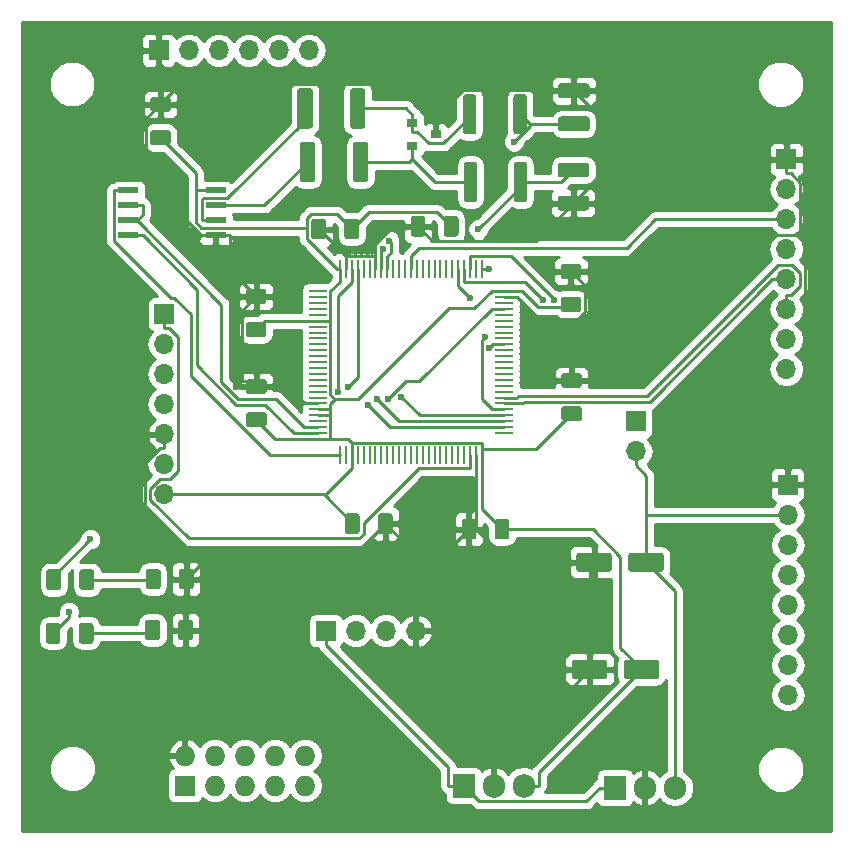
<source format=gtl>
G04 #@! TF.GenerationSoftware,KiCad,Pcbnew,5.0.2-bee76a0~70~ubuntu18.10.1*
G04 #@! TF.CreationDate,2019-07-02T09:20:29-04:00*
G04 #@! TF.ProjectId,Bonaire,426f6e61-6972-4652-9e6b-696361645f70,rev?*
G04 #@! TF.SameCoordinates,Original*
G04 #@! TF.FileFunction,Copper,L1,Top*
G04 #@! TF.FilePolarity,Positive*
%FSLAX46Y46*%
G04 Gerber Fmt 4.6, Leading zero omitted, Abs format (unit mm)*
G04 Created by KiCad (PCBNEW 5.0.2-bee76a0~70~ubuntu18.10.1) date Tue 02 Jul 2019 09:20:29 AM EDT*
%MOMM*%
%LPD*%
G01*
G04 APERTURE LIST*
G04 #@! TA.AperFunction,Conductor*
%ADD10C,0.100000*%
G04 #@! TD*
G04 #@! TA.AperFunction,SMDPad,CuDef*
%ADD11C,1.250000*%
G04 #@! TD*
G04 #@! TA.AperFunction,SMDPad,CuDef*
%ADD12C,1.125000*%
G04 #@! TD*
G04 #@! TA.AperFunction,ComponentPad*
%ADD13R,1.700000X1.700000*%
G04 #@! TD*
G04 #@! TA.AperFunction,ComponentPad*
%ADD14O,1.700000X1.700000*%
G04 #@! TD*
G04 #@! TA.AperFunction,SMDPad,CuDef*
%ADD15R,0.900000X0.800000*%
G04 #@! TD*
G04 #@! TA.AperFunction,SMDPad,CuDef*
%ADD16C,1.300000*%
G04 #@! TD*
G04 #@! TA.AperFunction,ComponentPad*
%ADD17R,1.905000X2.000000*%
G04 #@! TD*
G04 #@! TA.AperFunction,ComponentPad*
%ADD18O,1.905000X2.000000*%
G04 #@! TD*
G04 #@! TA.AperFunction,SMDPad,CuDef*
%ADD19R,1.500000X0.280000*%
G04 #@! TD*
G04 #@! TA.AperFunction,SMDPad,CuDef*
%ADD20R,0.280000X1.500000*%
G04 #@! TD*
G04 #@! TA.AperFunction,SMDPad,CuDef*
%ADD21R,1.750000X0.550000*%
G04 #@! TD*
G04 #@! TA.AperFunction,SMDPad,CuDef*
%ADD22C,1.600000*%
G04 #@! TD*
G04 #@! TA.AperFunction,ComponentPad*
%ADD23R,1.727200X1.727200*%
G04 #@! TD*
G04 #@! TA.AperFunction,ComponentPad*
%ADD24O,1.727200X1.727200*%
G04 #@! TD*
G04 #@! TA.AperFunction,ViaPad*
%ADD25C,0.600000*%
G04 #@! TD*
G04 #@! TA.AperFunction,Conductor*
%ADD26C,0.250000*%
G04 #@! TD*
G04 #@! TA.AperFunction,Conductor*
%ADD27C,0.254000*%
G04 #@! TD*
G04 APERTURE END LIST*
D10*
G04 #@! TO.N,+3V3*
G04 #@! TO.C,C2*
G36*
X149876504Y-83388204D02*
X149900773Y-83391804D01*
X149924571Y-83397765D01*
X149947671Y-83406030D01*
X149969849Y-83416520D01*
X149990893Y-83429133D01*
X150010598Y-83443747D01*
X150028777Y-83460223D01*
X150045253Y-83478402D01*
X150059867Y-83498107D01*
X150072480Y-83519151D01*
X150082970Y-83541329D01*
X150091235Y-83564429D01*
X150097196Y-83588227D01*
X150100796Y-83612496D01*
X150102000Y-83637000D01*
X150102000Y-84887000D01*
X150100796Y-84911504D01*
X150097196Y-84935773D01*
X150091235Y-84959571D01*
X150082970Y-84982671D01*
X150072480Y-85004849D01*
X150059867Y-85025893D01*
X150045253Y-85045598D01*
X150028777Y-85063777D01*
X150010598Y-85080253D01*
X149990893Y-85094867D01*
X149969849Y-85107480D01*
X149947671Y-85117970D01*
X149924571Y-85126235D01*
X149900773Y-85132196D01*
X149876504Y-85135796D01*
X149852000Y-85137000D01*
X149102000Y-85137000D01*
X149077496Y-85135796D01*
X149053227Y-85132196D01*
X149029429Y-85126235D01*
X149006329Y-85117970D01*
X148984151Y-85107480D01*
X148963107Y-85094867D01*
X148943402Y-85080253D01*
X148925223Y-85063777D01*
X148908747Y-85045598D01*
X148894133Y-85025893D01*
X148881520Y-85004849D01*
X148871030Y-84982671D01*
X148862765Y-84959571D01*
X148856804Y-84935773D01*
X148853204Y-84911504D01*
X148852000Y-84887000D01*
X148852000Y-83637000D01*
X148853204Y-83612496D01*
X148856804Y-83588227D01*
X148862765Y-83564429D01*
X148871030Y-83541329D01*
X148881520Y-83519151D01*
X148894133Y-83498107D01*
X148908747Y-83478402D01*
X148925223Y-83460223D01*
X148943402Y-83443747D01*
X148963107Y-83429133D01*
X148984151Y-83416520D01*
X149006329Y-83406030D01*
X149029429Y-83397765D01*
X149053227Y-83391804D01*
X149077496Y-83388204D01*
X149102000Y-83387000D01*
X149852000Y-83387000D01*
X149876504Y-83388204D01*
X149876504Y-83388204D01*
G37*
D11*
G04 #@! TD*
G04 #@! TO.P,C2,1*
G04 #@! TO.N,+3V3*
X149477000Y-84262000D03*
D10*
G04 #@! TO.N,GND*
G04 #@! TO.C,C2*
G36*
X147076504Y-83388204D02*
X147100773Y-83391804D01*
X147124571Y-83397765D01*
X147147671Y-83406030D01*
X147169849Y-83416520D01*
X147190893Y-83429133D01*
X147210598Y-83443747D01*
X147228777Y-83460223D01*
X147245253Y-83478402D01*
X147259867Y-83498107D01*
X147272480Y-83519151D01*
X147282970Y-83541329D01*
X147291235Y-83564429D01*
X147297196Y-83588227D01*
X147300796Y-83612496D01*
X147302000Y-83637000D01*
X147302000Y-84887000D01*
X147300796Y-84911504D01*
X147297196Y-84935773D01*
X147291235Y-84959571D01*
X147282970Y-84982671D01*
X147272480Y-85004849D01*
X147259867Y-85025893D01*
X147245253Y-85045598D01*
X147228777Y-85063777D01*
X147210598Y-85080253D01*
X147190893Y-85094867D01*
X147169849Y-85107480D01*
X147147671Y-85117970D01*
X147124571Y-85126235D01*
X147100773Y-85132196D01*
X147076504Y-85135796D01*
X147052000Y-85137000D01*
X146302000Y-85137000D01*
X146277496Y-85135796D01*
X146253227Y-85132196D01*
X146229429Y-85126235D01*
X146206329Y-85117970D01*
X146184151Y-85107480D01*
X146163107Y-85094867D01*
X146143402Y-85080253D01*
X146125223Y-85063777D01*
X146108747Y-85045598D01*
X146094133Y-85025893D01*
X146081520Y-85004849D01*
X146071030Y-84982671D01*
X146062765Y-84959571D01*
X146056804Y-84935773D01*
X146053204Y-84911504D01*
X146052000Y-84887000D01*
X146052000Y-83637000D01*
X146053204Y-83612496D01*
X146056804Y-83588227D01*
X146062765Y-83564429D01*
X146071030Y-83541329D01*
X146081520Y-83519151D01*
X146094133Y-83498107D01*
X146108747Y-83478402D01*
X146125223Y-83460223D01*
X146143402Y-83443747D01*
X146163107Y-83429133D01*
X146184151Y-83416520D01*
X146206329Y-83406030D01*
X146229429Y-83397765D01*
X146253227Y-83391804D01*
X146277496Y-83388204D01*
X146302000Y-83387000D01*
X147052000Y-83387000D01*
X147076504Y-83388204D01*
X147076504Y-83388204D01*
G37*
D11*
G04 #@! TD*
G04 #@! TO.P,C2,2*
G04 #@! TO.N,GND*
X146677000Y-84262000D03*
D10*
G04 #@! TO.N,GND*
G04 #@! TO.C,C3*
G36*
X142020504Y-89343004D02*
X142044773Y-89346604D01*
X142068571Y-89352565D01*
X142091671Y-89360830D01*
X142113849Y-89371320D01*
X142134893Y-89383933D01*
X142154598Y-89398547D01*
X142172777Y-89415023D01*
X142189253Y-89433202D01*
X142203867Y-89452907D01*
X142216480Y-89473951D01*
X142226970Y-89496129D01*
X142235235Y-89519229D01*
X142241196Y-89543027D01*
X142244796Y-89567296D01*
X142246000Y-89591800D01*
X142246000Y-90341800D01*
X142244796Y-90366304D01*
X142241196Y-90390573D01*
X142235235Y-90414371D01*
X142226970Y-90437471D01*
X142216480Y-90459649D01*
X142203867Y-90480693D01*
X142189253Y-90500398D01*
X142172777Y-90518577D01*
X142154598Y-90535053D01*
X142134893Y-90549667D01*
X142113849Y-90562280D01*
X142091671Y-90572770D01*
X142068571Y-90581035D01*
X142044773Y-90586996D01*
X142020504Y-90590596D01*
X141996000Y-90591800D01*
X140746000Y-90591800D01*
X140721496Y-90590596D01*
X140697227Y-90586996D01*
X140673429Y-90581035D01*
X140650329Y-90572770D01*
X140628151Y-90562280D01*
X140607107Y-90549667D01*
X140587402Y-90535053D01*
X140569223Y-90518577D01*
X140552747Y-90500398D01*
X140538133Y-90480693D01*
X140525520Y-90459649D01*
X140515030Y-90437471D01*
X140506765Y-90414371D01*
X140500804Y-90390573D01*
X140497204Y-90366304D01*
X140496000Y-90341800D01*
X140496000Y-89591800D01*
X140497204Y-89567296D01*
X140500804Y-89543027D01*
X140506765Y-89519229D01*
X140515030Y-89496129D01*
X140525520Y-89473951D01*
X140538133Y-89452907D01*
X140552747Y-89433202D01*
X140569223Y-89415023D01*
X140587402Y-89398547D01*
X140607107Y-89383933D01*
X140628151Y-89371320D01*
X140650329Y-89360830D01*
X140673429Y-89352565D01*
X140697227Y-89346604D01*
X140721496Y-89343004D01*
X140746000Y-89341800D01*
X141996000Y-89341800D01*
X142020504Y-89343004D01*
X142020504Y-89343004D01*
G37*
D11*
G04 #@! TD*
G04 #@! TO.P,C3,2*
G04 #@! TO.N,GND*
X141371000Y-89966800D03*
D10*
G04 #@! TO.N,+3V3*
G04 #@! TO.C,C3*
G36*
X142020504Y-92143004D02*
X142044773Y-92146604D01*
X142068571Y-92152565D01*
X142091671Y-92160830D01*
X142113849Y-92171320D01*
X142134893Y-92183933D01*
X142154598Y-92198547D01*
X142172777Y-92215023D01*
X142189253Y-92233202D01*
X142203867Y-92252907D01*
X142216480Y-92273951D01*
X142226970Y-92296129D01*
X142235235Y-92319229D01*
X142241196Y-92343027D01*
X142244796Y-92367296D01*
X142246000Y-92391800D01*
X142246000Y-93141800D01*
X142244796Y-93166304D01*
X142241196Y-93190573D01*
X142235235Y-93214371D01*
X142226970Y-93237471D01*
X142216480Y-93259649D01*
X142203867Y-93280693D01*
X142189253Y-93300398D01*
X142172777Y-93318577D01*
X142154598Y-93335053D01*
X142134893Y-93349667D01*
X142113849Y-93362280D01*
X142091671Y-93372770D01*
X142068571Y-93381035D01*
X142044773Y-93386996D01*
X142020504Y-93390596D01*
X141996000Y-93391800D01*
X140746000Y-93391800D01*
X140721496Y-93390596D01*
X140697227Y-93386996D01*
X140673429Y-93381035D01*
X140650329Y-93372770D01*
X140628151Y-93362280D01*
X140607107Y-93349667D01*
X140587402Y-93335053D01*
X140569223Y-93318577D01*
X140552747Y-93300398D01*
X140538133Y-93280693D01*
X140525520Y-93259649D01*
X140515030Y-93237471D01*
X140506765Y-93214371D01*
X140500804Y-93190573D01*
X140497204Y-93166304D01*
X140496000Y-93141800D01*
X140496000Y-92391800D01*
X140497204Y-92367296D01*
X140500804Y-92343027D01*
X140506765Y-92319229D01*
X140515030Y-92296129D01*
X140525520Y-92273951D01*
X140538133Y-92252907D01*
X140552747Y-92233202D01*
X140569223Y-92215023D01*
X140587402Y-92198547D01*
X140607107Y-92183933D01*
X140628151Y-92171320D01*
X140650329Y-92160830D01*
X140673429Y-92152565D01*
X140697227Y-92146604D01*
X140721496Y-92143004D01*
X140746000Y-92141800D01*
X141996000Y-92141800D01*
X142020504Y-92143004D01*
X142020504Y-92143004D01*
G37*
D11*
G04 #@! TD*
G04 #@! TO.P,C3,1*
G04 #@! TO.N,+3V3*
X141371000Y-92766800D03*
D10*
G04 #@! TO.N,+3V3*
G04 #@! TO.C,C4*
G36*
X142046504Y-99768104D02*
X142070773Y-99771704D01*
X142094571Y-99777665D01*
X142117671Y-99785930D01*
X142139849Y-99796420D01*
X142160893Y-99809033D01*
X142180598Y-99823647D01*
X142198777Y-99840123D01*
X142215253Y-99858302D01*
X142229867Y-99878007D01*
X142242480Y-99899051D01*
X142252970Y-99921229D01*
X142261235Y-99944329D01*
X142267196Y-99968127D01*
X142270796Y-99992396D01*
X142272000Y-100016900D01*
X142272000Y-100766900D01*
X142270796Y-100791404D01*
X142267196Y-100815673D01*
X142261235Y-100839471D01*
X142252970Y-100862571D01*
X142242480Y-100884749D01*
X142229867Y-100905793D01*
X142215253Y-100925498D01*
X142198777Y-100943677D01*
X142180598Y-100960153D01*
X142160893Y-100974767D01*
X142139849Y-100987380D01*
X142117671Y-100997870D01*
X142094571Y-101006135D01*
X142070773Y-101012096D01*
X142046504Y-101015696D01*
X142022000Y-101016900D01*
X140772000Y-101016900D01*
X140747496Y-101015696D01*
X140723227Y-101012096D01*
X140699429Y-101006135D01*
X140676329Y-100997870D01*
X140654151Y-100987380D01*
X140633107Y-100974767D01*
X140613402Y-100960153D01*
X140595223Y-100943677D01*
X140578747Y-100925498D01*
X140564133Y-100905793D01*
X140551520Y-100884749D01*
X140541030Y-100862571D01*
X140532765Y-100839471D01*
X140526804Y-100815673D01*
X140523204Y-100791404D01*
X140522000Y-100766900D01*
X140522000Y-100016900D01*
X140523204Y-99992396D01*
X140526804Y-99968127D01*
X140532765Y-99944329D01*
X140541030Y-99921229D01*
X140551520Y-99899051D01*
X140564133Y-99878007D01*
X140578747Y-99858302D01*
X140595223Y-99840123D01*
X140613402Y-99823647D01*
X140633107Y-99809033D01*
X140654151Y-99796420D01*
X140676329Y-99785930D01*
X140699429Y-99777665D01*
X140723227Y-99771704D01*
X140747496Y-99768104D01*
X140772000Y-99766900D01*
X142022000Y-99766900D01*
X142046504Y-99768104D01*
X142046504Y-99768104D01*
G37*
D11*
G04 #@! TD*
G04 #@! TO.P,C4,1*
G04 #@! TO.N,+3V3*
X141397000Y-100391900D03*
D10*
G04 #@! TO.N,GND*
G04 #@! TO.C,C4*
G36*
X142046504Y-96968104D02*
X142070773Y-96971704D01*
X142094571Y-96977665D01*
X142117671Y-96985930D01*
X142139849Y-96996420D01*
X142160893Y-97009033D01*
X142180598Y-97023647D01*
X142198777Y-97040123D01*
X142215253Y-97058302D01*
X142229867Y-97078007D01*
X142242480Y-97099051D01*
X142252970Y-97121229D01*
X142261235Y-97144329D01*
X142267196Y-97168127D01*
X142270796Y-97192396D01*
X142272000Y-97216900D01*
X142272000Y-97966900D01*
X142270796Y-97991404D01*
X142267196Y-98015673D01*
X142261235Y-98039471D01*
X142252970Y-98062571D01*
X142242480Y-98084749D01*
X142229867Y-98105793D01*
X142215253Y-98125498D01*
X142198777Y-98143677D01*
X142180598Y-98160153D01*
X142160893Y-98174767D01*
X142139849Y-98187380D01*
X142117671Y-98197870D01*
X142094571Y-98206135D01*
X142070773Y-98212096D01*
X142046504Y-98215696D01*
X142022000Y-98216900D01*
X140772000Y-98216900D01*
X140747496Y-98215696D01*
X140723227Y-98212096D01*
X140699429Y-98206135D01*
X140676329Y-98197870D01*
X140654151Y-98187380D01*
X140633107Y-98174767D01*
X140613402Y-98160153D01*
X140595223Y-98143677D01*
X140578747Y-98125498D01*
X140564133Y-98105793D01*
X140551520Y-98084749D01*
X140541030Y-98062571D01*
X140532765Y-98039471D01*
X140526804Y-98015673D01*
X140523204Y-97991404D01*
X140522000Y-97966900D01*
X140522000Y-97216900D01*
X140523204Y-97192396D01*
X140526804Y-97168127D01*
X140532765Y-97144329D01*
X140541030Y-97121229D01*
X140551520Y-97099051D01*
X140564133Y-97078007D01*
X140578747Y-97058302D01*
X140595223Y-97040123D01*
X140613402Y-97023647D01*
X140633107Y-97009033D01*
X140654151Y-96996420D01*
X140676329Y-96985930D01*
X140699429Y-96977665D01*
X140723227Y-96971704D01*
X140747496Y-96968104D01*
X140772000Y-96966900D01*
X142022000Y-96966900D01*
X142046504Y-96968104D01*
X142046504Y-96968104D01*
G37*
D11*
G04 #@! TD*
G04 #@! TO.P,C4,2*
G04 #@! TO.N,GND*
X141397000Y-97591900D03*
D10*
G04 #@! TO.N,GND*
G04 #@! TO.C,C5*
G36*
X155488504Y-83144304D02*
X155512773Y-83147904D01*
X155536571Y-83153865D01*
X155559671Y-83162130D01*
X155581849Y-83172620D01*
X155602893Y-83185233D01*
X155622598Y-83199847D01*
X155640777Y-83216323D01*
X155657253Y-83234502D01*
X155671867Y-83254207D01*
X155684480Y-83275251D01*
X155694970Y-83297429D01*
X155703235Y-83320529D01*
X155709196Y-83344327D01*
X155712796Y-83368596D01*
X155714000Y-83393100D01*
X155714000Y-84643100D01*
X155712796Y-84667604D01*
X155709196Y-84691873D01*
X155703235Y-84715671D01*
X155694970Y-84738771D01*
X155684480Y-84760949D01*
X155671867Y-84781993D01*
X155657253Y-84801698D01*
X155640777Y-84819877D01*
X155622598Y-84836353D01*
X155602893Y-84850967D01*
X155581849Y-84863580D01*
X155559671Y-84874070D01*
X155536571Y-84882335D01*
X155512773Y-84888296D01*
X155488504Y-84891896D01*
X155464000Y-84893100D01*
X154714000Y-84893100D01*
X154689496Y-84891896D01*
X154665227Y-84888296D01*
X154641429Y-84882335D01*
X154618329Y-84874070D01*
X154596151Y-84863580D01*
X154575107Y-84850967D01*
X154555402Y-84836353D01*
X154537223Y-84819877D01*
X154520747Y-84801698D01*
X154506133Y-84781993D01*
X154493520Y-84760949D01*
X154483030Y-84738771D01*
X154474765Y-84715671D01*
X154468804Y-84691873D01*
X154465204Y-84667604D01*
X154464000Y-84643100D01*
X154464000Y-83393100D01*
X154465204Y-83368596D01*
X154468804Y-83344327D01*
X154474765Y-83320529D01*
X154483030Y-83297429D01*
X154493520Y-83275251D01*
X154506133Y-83254207D01*
X154520747Y-83234502D01*
X154537223Y-83216323D01*
X154555402Y-83199847D01*
X154575107Y-83185233D01*
X154596151Y-83172620D01*
X154618329Y-83162130D01*
X154641429Y-83153865D01*
X154665227Y-83147904D01*
X154689496Y-83144304D01*
X154714000Y-83143100D01*
X155464000Y-83143100D01*
X155488504Y-83144304D01*
X155488504Y-83144304D01*
G37*
D11*
G04 #@! TD*
G04 #@! TO.P,C5,2*
G04 #@! TO.N,GND*
X155089000Y-84018100D03*
D10*
G04 #@! TO.N,+3V3*
G04 #@! TO.C,C5*
G36*
X158288504Y-83144304D02*
X158312773Y-83147904D01*
X158336571Y-83153865D01*
X158359671Y-83162130D01*
X158381849Y-83172620D01*
X158402893Y-83185233D01*
X158422598Y-83199847D01*
X158440777Y-83216323D01*
X158457253Y-83234502D01*
X158471867Y-83254207D01*
X158484480Y-83275251D01*
X158494970Y-83297429D01*
X158503235Y-83320529D01*
X158509196Y-83344327D01*
X158512796Y-83368596D01*
X158514000Y-83393100D01*
X158514000Y-84643100D01*
X158512796Y-84667604D01*
X158509196Y-84691873D01*
X158503235Y-84715671D01*
X158494970Y-84738771D01*
X158484480Y-84760949D01*
X158471867Y-84781993D01*
X158457253Y-84801698D01*
X158440777Y-84819877D01*
X158422598Y-84836353D01*
X158402893Y-84850967D01*
X158381849Y-84863580D01*
X158359671Y-84874070D01*
X158336571Y-84882335D01*
X158312773Y-84888296D01*
X158288504Y-84891896D01*
X158264000Y-84893100D01*
X157514000Y-84893100D01*
X157489496Y-84891896D01*
X157465227Y-84888296D01*
X157441429Y-84882335D01*
X157418329Y-84874070D01*
X157396151Y-84863580D01*
X157375107Y-84850967D01*
X157355402Y-84836353D01*
X157337223Y-84819877D01*
X157320747Y-84801698D01*
X157306133Y-84781993D01*
X157293520Y-84760949D01*
X157283030Y-84738771D01*
X157274765Y-84715671D01*
X157268804Y-84691873D01*
X157265204Y-84667604D01*
X157264000Y-84643100D01*
X157264000Y-83393100D01*
X157265204Y-83368596D01*
X157268804Y-83344327D01*
X157274765Y-83320529D01*
X157283030Y-83297429D01*
X157293520Y-83275251D01*
X157306133Y-83254207D01*
X157320747Y-83234502D01*
X157337223Y-83216323D01*
X157355402Y-83199847D01*
X157375107Y-83185233D01*
X157396151Y-83172620D01*
X157418329Y-83162130D01*
X157441429Y-83153865D01*
X157465227Y-83147904D01*
X157489496Y-83144304D01*
X157514000Y-83143100D01*
X158264000Y-83143100D01*
X158288504Y-83144304D01*
X158288504Y-83144304D01*
G37*
D11*
G04 #@! TD*
G04 #@! TO.P,C5,1*
G04 #@! TO.N,+3V3*
X157889000Y-84018100D03*
D10*
G04 #@! TO.N,+3V3*
G04 #@! TO.C,C6*
G36*
X149908504Y-108336204D02*
X149932773Y-108339804D01*
X149956571Y-108345765D01*
X149979671Y-108354030D01*
X150001849Y-108364520D01*
X150022893Y-108377133D01*
X150042598Y-108391747D01*
X150060777Y-108408223D01*
X150077253Y-108426402D01*
X150091867Y-108446107D01*
X150104480Y-108467151D01*
X150114970Y-108489329D01*
X150123235Y-108512429D01*
X150129196Y-108536227D01*
X150132796Y-108560496D01*
X150134000Y-108585000D01*
X150134000Y-109835000D01*
X150132796Y-109859504D01*
X150129196Y-109883773D01*
X150123235Y-109907571D01*
X150114970Y-109930671D01*
X150104480Y-109952849D01*
X150091867Y-109973893D01*
X150077253Y-109993598D01*
X150060777Y-110011777D01*
X150042598Y-110028253D01*
X150022893Y-110042867D01*
X150001849Y-110055480D01*
X149979671Y-110065970D01*
X149956571Y-110074235D01*
X149932773Y-110080196D01*
X149908504Y-110083796D01*
X149884000Y-110085000D01*
X149134000Y-110085000D01*
X149109496Y-110083796D01*
X149085227Y-110080196D01*
X149061429Y-110074235D01*
X149038329Y-110065970D01*
X149016151Y-110055480D01*
X148995107Y-110042867D01*
X148975402Y-110028253D01*
X148957223Y-110011777D01*
X148940747Y-109993598D01*
X148926133Y-109973893D01*
X148913520Y-109952849D01*
X148903030Y-109930671D01*
X148894765Y-109907571D01*
X148888804Y-109883773D01*
X148885204Y-109859504D01*
X148884000Y-109835000D01*
X148884000Y-108585000D01*
X148885204Y-108560496D01*
X148888804Y-108536227D01*
X148894765Y-108512429D01*
X148903030Y-108489329D01*
X148913520Y-108467151D01*
X148926133Y-108446107D01*
X148940747Y-108426402D01*
X148957223Y-108408223D01*
X148975402Y-108391747D01*
X148995107Y-108377133D01*
X149016151Y-108364520D01*
X149038329Y-108354030D01*
X149061429Y-108345765D01*
X149085227Y-108339804D01*
X149109496Y-108336204D01*
X149134000Y-108335000D01*
X149884000Y-108335000D01*
X149908504Y-108336204D01*
X149908504Y-108336204D01*
G37*
D11*
G04 #@! TD*
G04 #@! TO.P,C6,1*
G04 #@! TO.N,+3V3*
X149509000Y-109210000D03*
D10*
G04 #@! TO.N,GND*
G04 #@! TO.C,C6*
G36*
X152708504Y-108336204D02*
X152732773Y-108339804D01*
X152756571Y-108345765D01*
X152779671Y-108354030D01*
X152801849Y-108364520D01*
X152822893Y-108377133D01*
X152842598Y-108391747D01*
X152860777Y-108408223D01*
X152877253Y-108426402D01*
X152891867Y-108446107D01*
X152904480Y-108467151D01*
X152914970Y-108489329D01*
X152923235Y-108512429D01*
X152929196Y-108536227D01*
X152932796Y-108560496D01*
X152934000Y-108585000D01*
X152934000Y-109835000D01*
X152932796Y-109859504D01*
X152929196Y-109883773D01*
X152923235Y-109907571D01*
X152914970Y-109930671D01*
X152904480Y-109952849D01*
X152891867Y-109973893D01*
X152877253Y-109993598D01*
X152860777Y-110011777D01*
X152842598Y-110028253D01*
X152822893Y-110042867D01*
X152801849Y-110055480D01*
X152779671Y-110065970D01*
X152756571Y-110074235D01*
X152732773Y-110080196D01*
X152708504Y-110083796D01*
X152684000Y-110085000D01*
X151934000Y-110085000D01*
X151909496Y-110083796D01*
X151885227Y-110080196D01*
X151861429Y-110074235D01*
X151838329Y-110065970D01*
X151816151Y-110055480D01*
X151795107Y-110042867D01*
X151775402Y-110028253D01*
X151757223Y-110011777D01*
X151740747Y-109993598D01*
X151726133Y-109973893D01*
X151713520Y-109952849D01*
X151703030Y-109930671D01*
X151694765Y-109907571D01*
X151688804Y-109883773D01*
X151685204Y-109859504D01*
X151684000Y-109835000D01*
X151684000Y-108585000D01*
X151685204Y-108560496D01*
X151688804Y-108536227D01*
X151694765Y-108512429D01*
X151703030Y-108489329D01*
X151713520Y-108467151D01*
X151726133Y-108446107D01*
X151740747Y-108426402D01*
X151757223Y-108408223D01*
X151775402Y-108391747D01*
X151795107Y-108377133D01*
X151816151Y-108364520D01*
X151838329Y-108354030D01*
X151861429Y-108345765D01*
X151885227Y-108339804D01*
X151909496Y-108336204D01*
X151934000Y-108335000D01*
X152684000Y-108335000D01*
X152708504Y-108336204D01*
X152708504Y-108336204D01*
G37*
D11*
G04 #@! TD*
G04 #@! TO.P,C6,2*
G04 #@! TO.N,GND*
X152309000Y-109210000D03*
D10*
G04 #@! TO.N,GND*
G04 #@! TO.C,C7*
G36*
X168675504Y-87211504D02*
X168699773Y-87215104D01*
X168723571Y-87221065D01*
X168746671Y-87229330D01*
X168768849Y-87239820D01*
X168789893Y-87252433D01*
X168809598Y-87267047D01*
X168827777Y-87283523D01*
X168844253Y-87301702D01*
X168858867Y-87321407D01*
X168871480Y-87342451D01*
X168881970Y-87364629D01*
X168890235Y-87387729D01*
X168896196Y-87411527D01*
X168899796Y-87435796D01*
X168901000Y-87460300D01*
X168901000Y-88210300D01*
X168899796Y-88234804D01*
X168896196Y-88259073D01*
X168890235Y-88282871D01*
X168881970Y-88305971D01*
X168871480Y-88328149D01*
X168858867Y-88349193D01*
X168844253Y-88368898D01*
X168827777Y-88387077D01*
X168809598Y-88403553D01*
X168789893Y-88418167D01*
X168768849Y-88430780D01*
X168746671Y-88441270D01*
X168723571Y-88449535D01*
X168699773Y-88455496D01*
X168675504Y-88459096D01*
X168651000Y-88460300D01*
X167401000Y-88460300D01*
X167376496Y-88459096D01*
X167352227Y-88455496D01*
X167328429Y-88449535D01*
X167305329Y-88441270D01*
X167283151Y-88430780D01*
X167262107Y-88418167D01*
X167242402Y-88403553D01*
X167224223Y-88387077D01*
X167207747Y-88368898D01*
X167193133Y-88349193D01*
X167180520Y-88328149D01*
X167170030Y-88305971D01*
X167161765Y-88282871D01*
X167155804Y-88259073D01*
X167152204Y-88234804D01*
X167151000Y-88210300D01*
X167151000Y-87460300D01*
X167152204Y-87435796D01*
X167155804Y-87411527D01*
X167161765Y-87387729D01*
X167170030Y-87364629D01*
X167180520Y-87342451D01*
X167193133Y-87321407D01*
X167207747Y-87301702D01*
X167224223Y-87283523D01*
X167242402Y-87267047D01*
X167262107Y-87252433D01*
X167283151Y-87239820D01*
X167305329Y-87229330D01*
X167328429Y-87221065D01*
X167352227Y-87215104D01*
X167376496Y-87211504D01*
X167401000Y-87210300D01*
X168651000Y-87210300D01*
X168675504Y-87211504D01*
X168675504Y-87211504D01*
G37*
D11*
G04 #@! TD*
G04 #@! TO.P,C7,2*
G04 #@! TO.N,GND*
X168026000Y-87835300D03*
D10*
G04 #@! TO.N,+3V3*
G04 #@! TO.C,C7*
G36*
X168675504Y-90011504D02*
X168699773Y-90015104D01*
X168723571Y-90021065D01*
X168746671Y-90029330D01*
X168768849Y-90039820D01*
X168789893Y-90052433D01*
X168809598Y-90067047D01*
X168827777Y-90083523D01*
X168844253Y-90101702D01*
X168858867Y-90121407D01*
X168871480Y-90142451D01*
X168881970Y-90164629D01*
X168890235Y-90187729D01*
X168896196Y-90211527D01*
X168899796Y-90235796D01*
X168901000Y-90260300D01*
X168901000Y-91010300D01*
X168899796Y-91034804D01*
X168896196Y-91059073D01*
X168890235Y-91082871D01*
X168881970Y-91105971D01*
X168871480Y-91128149D01*
X168858867Y-91149193D01*
X168844253Y-91168898D01*
X168827777Y-91187077D01*
X168809598Y-91203553D01*
X168789893Y-91218167D01*
X168768849Y-91230780D01*
X168746671Y-91241270D01*
X168723571Y-91249535D01*
X168699773Y-91255496D01*
X168675504Y-91259096D01*
X168651000Y-91260300D01*
X167401000Y-91260300D01*
X167376496Y-91259096D01*
X167352227Y-91255496D01*
X167328429Y-91249535D01*
X167305329Y-91241270D01*
X167283151Y-91230780D01*
X167262107Y-91218167D01*
X167242402Y-91203553D01*
X167224223Y-91187077D01*
X167207747Y-91168898D01*
X167193133Y-91149193D01*
X167180520Y-91128149D01*
X167170030Y-91105971D01*
X167161765Y-91082871D01*
X167155804Y-91059073D01*
X167152204Y-91034804D01*
X167151000Y-91010300D01*
X167151000Y-90260300D01*
X167152204Y-90235796D01*
X167155804Y-90211527D01*
X167161765Y-90187729D01*
X167170030Y-90164629D01*
X167180520Y-90142451D01*
X167193133Y-90121407D01*
X167207747Y-90101702D01*
X167224223Y-90083523D01*
X167242402Y-90067047D01*
X167262107Y-90052433D01*
X167283151Y-90039820D01*
X167305329Y-90029330D01*
X167328429Y-90021065D01*
X167352227Y-90015104D01*
X167376496Y-90011504D01*
X167401000Y-90010300D01*
X168651000Y-90010300D01*
X168675504Y-90011504D01*
X168675504Y-90011504D01*
G37*
D11*
G04 #@! TD*
G04 #@! TO.P,C7,1*
G04 #@! TO.N,+3V3*
X168026000Y-90635300D03*
D10*
G04 #@! TO.N,+3V3*
G04 #@! TO.C,C8*
G36*
X168736504Y-99249004D02*
X168760773Y-99252604D01*
X168784571Y-99258565D01*
X168807671Y-99266830D01*
X168829849Y-99277320D01*
X168850893Y-99289933D01*
X168870598Y-99304547D01*
X168888777Y-99321023D01*
X168905253Y-99339202D01*
X168919867Y-99358907D01*
X168932480Y-99379951D01*
X168942970Y-99402129D01*
X168951235Y-99425229D01*
X168957196Y-99449027D01*
X168960796Y-99473296D01*
X168962000Y-99497800D01*
X168962000Y-100247800D01*
X168960796Y-100272304D01*
X168957196Y-100296573D01*
X168951235Y-100320371D01*
X168942970Y-100343471D01*
X168932480Y-100365649D01*
X168919867Y-100386693D01*
X168905253Y-100406398D01*
X168888777Y-100424577D01*
X168870598Y-100441053D01*
X168850893Y-100455667D01*
X168829849Y-100468280D01*
X168807671Y-100478770D01*
X168784571Y-100487035D01*
X168760773Y-100492996D01*
X168736504Y-100496596D01*
X168712000Y-100497800D01*
X167462000Y-100497800D01*
X167437496Y-100496596D01*
X167413227Y-100492996D01*
X167389429Y-100487035D01*
X167366329Y-100478770D01*
X167344151Y-100468280D01*
X167323107Y-100455667D01*
X167303402Y-100441053D01*
X167285223Y-100424577D01*
X167268747Y-100406398D01*
X167254133Y-100386693D01*
X167241520Y-100365649D01*
X167231030Y-100343471D01*
X167222765Y-100320371D01*
X167216804Y-100296573D01*
X167213204Y-100272304D01*
X167212000Y-100247800D01*
X167212000Y-99497800D01*
X167213204Y-99473296D01*
X167216804Y-99449027D01*
X167222765Y-99425229D01*
X167231030Y-99402129D01*
X167241520Y-99379951D01*
X167254133Y-99358907D01*
X167268747Y-99339202D01*
X167285223Y-99321023D01*
X167303402Y-99304547D01*
X167323107Y-99289933D01*
X167344151Y-99277320D01*
X167366329Y-99266830D01*
X167389429Y-99258565D01*
X167413227Y-99252604D01*
X167437496Y-99249004D01*
X167462000Y-99247800D01*
X168712000Y-99247800D01*
X168736504Y-99249004D01*
X168736504Y-99249004D01*
G37*
D11*
G04 #@! TD*
G04 #@! TO.P,C8,1*
G04 #@! TO.N,+3V3*
X168087000Y-99872800D03*
D10*
G04 #@! TO.N,GND*
G04 #@! TO.C,C8*
G36*
X168736504Y-96449004D02*
X168760773Y-96452604D01*
X168784571Y-96458565D01*
X168807671Y-96466830D01*
X168829849Y-96477320D01*
X168850893Y-96489933D01*
X168870598Y-96504547D01*
X168888777Y-96521023D01*
X168905253Y-96539202D01*
X168919867Y-96558907D01*
X168932480Y-96579951D01*
X168942970Y-96602129D01*
X168951235Y-96625229D01*
X168957196Y-96649027D01*
X168960796Y-96673296D01*
X168962000Y-96697800D01*
X168962000Y-97447800D01*
X168960796Y-97472304D01*
X168957196Y-97496573D01*
X168951235Y-97520371D01*
X168942970Y-97543471D01*
X168932480Y-97565649D01*
X168919867Y-97586693D01*
X168905253Y-97606398D01*
X168888777Y-97624577D01*
X168870598Y-97641053D01*
X168850893Y-97655667D01*
X168829849Y-97668280D01*
X168807671Y-97678770D01*
X168784571Y-97687035D01*
X168760773Y-97692996D01*
X168736504Y-97696596D01*
X168712000Y-97697800D01*
X167462000Y-97697800D01*
X167437496Y-97696596D01*
X167413227Y-97692996D01*
X167389429Y-97687035D01*
X167366329Y-97678770D01*
X167344151Y-97668280D01*
X167323107Y-97655667D01*
X167303402Y-97641053D01*
X167285223Y-97624577D01*
X167268747Y-97606398D01*
X167254133Y-97586693D01*
X167241520Y-97565649D01*
X167231030Y-97543471D01*
X167222765Y-97520371D01*
X167216804Y-97496573D01*
X167213204Y-97472304D01*
X167212000Y-97447800D01*
X167212000Y-96697800D01*
X167213204Y-96673296D01*
X167216804Y-96649027D01*
X167222765Y-96625229D01*
X167231030Y-96602129D01*
X167241520Y-96579951D01*
X167254133Y-96558907D01*
X167268747Y-96539202D01*
X167285223Y-96521023D01*
X167303402Y-96504547D01*
X167323107Y-96489933D01*
X167344151Y-96477320D01*
X167366329Y-96466830D01*
X167389429Y-96458565D01*
X167413227Y-96452604D01*
X167437496Y-96449004D01*
X167462000Y-96447800D01*
X168712000Y-96447800D01*
X168736504Y-96449004D01*
X168736504Y-96449004D01*
G37*
D11*
G04 #@! TD*
G04 #@! TO.P,C8,2*
G04 #@! TO.N,GND*
X168087000Y-97072800D03*
D10*
G04 #@! TO.N,GND*
G04 #@! TO.C,C9*
G36*
X133923504Y-73081004D02*
X133947773Y-73084604D01*
X133971571Y-73090565D01*
X133994671Y-73098830D01*
X134016849Y-73109320D01*
X134037893Y-73121933D01*
X134057598Y-73136547D01*
X134075777Y-73153023D01*
X134092253Y-73171202D01*
X134106867Y-73190907D01*
X134119480Y-73211951D01*
X134129970Y-73234129D01*
X134138235Y-73257229D01*
X134144196Y-73281027D01*
X134147796Y-73305296D01*
X134149000Y-73329800D01*
X134149000Y-74079800D01*
X134147796Y-74104304D01*
X134144196Y-74128573D01*
X134138235Y-74152371D01*
X134129970Y-74175471D01*
X134119480Y-74197649D01*
X134106867Y-74218693D01*
X134092253Y-74238398D01*
X134075777Y-74256577D01*
X134057598Y-74273053D01*
X134037893Y-74287667D01*
X134016849Y-74300280D01*
X133994671Y-74310770D01*
X133971571Y-74319035D01*
X133947773Y-74324996D01*
X133923504Y-74328596D01*
X133899000Y-74329800D01*
X132649000Y-74329800D01*
X132624496Y-74328596D01*
X132600227Y-74324996D01*
X132576429Y-74319035D01*
X132553329Y-74310770D01*
X132531151Y-74300280D01*
X132510107Y-74287667D01*
X132490402Y-74273053D01*
X132472223Y-74256577D01*
X132455747Y-74238398D01*
X132441133Y-74218693D01*
X132428520Y-74197649D01*
X132418030Y-74175471D01*
X132409765Y-74152371D01*
X132403804Y-74128573D01*
X132400204Y-74104304D01*
X132399000Y-74079800D01*
X132399000Y-73329800D01*
X132400204Y-73305296D01*
X132403804Y-73281027D01*
X132409765Y-73257229D01*
X132418030Y-73234129D01*
X132428520Y-73211951D01*
X132441133Y-73190907D01*
X132455747Y-73171202D01*
X132472223Y-73153023D01*
X132490402Y-73136547D01*
X132510107Y-73121933D01*
X132531151Y-73109320D01*
X132553329Y-73098830D01*
X132576429Y-73090565D01*
X132600227Y-73084604D01*
X132624496Y-73081004D01*
X132649000Y-73079800D01*
X133899000Y-73079800D01*
X133923504Y-73081004D01*
X133923504Y-73081004D01*
G37*
D11*
G04 #@! TD*
G04 #@! TO.P,C9,2*
G04 #@! TO.N,GND*
X133274000Y-73704800D03*
D10*
G04 #@! TO.N,+3V3*
G04 #@! TO.C,C9*
G36*
X133923504Y-75881004D02*
X133947773Y-75884604D01*
X133971571Y-75890565D01*
X133994671Y-75898830D01*
X134016849Y-75909320D01*
X134037893Y-75921933D01*
X134057598Y-75936547D01*
X134075777Y-75953023D01*
X134092253Y-75971202D01*
X134106867Y-75990907D01*
X134119480Y-76011951D01*
X134129970Y-76034129D01*
X134138235Y-76057229D01*
X134144196Y-76081027D01*
X134147796Y-76105296D01*
X134149000Y-76129800D01*
X134149000Y-76879800D01*
X134147796Y-76904304D01*
X134144196Y-76928573D01*
X134138235Y-76952371D01*
X134129970Y-76975471D01*
X134119480Y-76997649D01*
X134106867Y-77018693D01*
X134092253Y-77038398D01*
X134075777Y-77056577D01*
X134057598Y-77073053D01*
X134037893Y-77087667D01*
X134016849Y-77100280D01*
X133994671Y-77110770D01*
X133971571Y-77119035D01*
X133947773Y-77124996D01*
X133923504Y-77128596D01*
X133899000Y-77129800D01*
X132649000Y-77129800D01*
X132624496Y-77128596D01*
X132600227Y-77124996D01*
X132576429Y-77119035D01*
X132553329Y-77110770D01*
X132531151Y-77100280D01*
X132510107Y-77087667D01*
X132490402Y-77073053D01*
X132472223Y-77056577D01*
X132455747Y-77038398D01*
X132441133Y-77018693D01*
X132428520Y-76997649D01*
X132418030Y-76975471D01*
X132409765Y-76952371D01*
X132403804Y-76928573D01*
X132400204Y-76904304D01*
X132399000Y-76879800D01*
X132399000Y-76129800D01*
X132400204Y-76105296D01*
X132403804Y-76081027D01*
X132409765Y-76057229D01*
X132418030Y-76034129D01*
X132428520Y-76011951D01*
X132441133Y-75990907D01*
X132455747Y-75971202D01*
X132472223Y-75953023D01*
X132490402Y-75936547D01*
X132510107Y-75921933D01*
X132531151Y-75909320D01*
X132553329Y-75898830D01*
X132576429Y-75890565D01*
X132600227Y-75884604D01*
X132624496Y-75881004D01*
X132649000Y-75879800D01*
X133899000Y-75879800D01*
X133923504Y-75881004D01*
X133923504Y-75881004D01*
G37*
D11*
G04 #@! TD*
G04 #@! TO.P,C9,1*
G04 #@! TO.N,+3V3*
X133274000Y-76504800D03*
D10*
G04 #@! TO.N,GND*
G04 #@! TO.C,C11*
G36*
X159793504Y-108788204D02*
X159817773Y-108791804D01*
X159841571Y-108797765D01*
X159864671Y-108806030D01*
X159886849Y-108816520D01*
X159907893Y-108829133D01*
X159927598Y-108843747D01*
X159945777Y-108860223D01*
X159962253Y-108878402D01*
X159976867Y-108898107D01*
X159989480Y-108919151D01*
X159999970Y-108941329D01*
X160008235Y-108964429D01*
X160014196Y-108988227D01*
X160017796Y-109012496D01*
X160019000Y-109037000D01*
X160019000Y-110287000D01*
X160017796Y-110311504D01*
X160014196Y-110335773D01*
X160008235Y-110359571D01*
X159999970Y-110382671D01*
X159989480Y-110404849D01*
X159976867Y-110425893D01*
X159962253Y-110445598D01*
X159945777Y-110463777D01*
X159927598Y-110480253D01*
X159907893Y-110494867D01*
X159886849Y-110507480D01*
X159864671Y-110517970D01*
X159841571Y-110526235D01*
X159817773Y-110532196D01*
X159793504Y-110535796D01*
X159769000Y-110537000D01*
X159019000Y-110537000D01*
X158994496Y-110535796D01*
X158970227Y-110532196D01*
X158946429Y-110526235D01*
X158923329Y-110517970D01*
X158901151Y-110507480D01*
X158880107Y-110494867D01*
X158860402Y-110480253D01*
X158842223Y-110463777D01*
X158825747Y-110445598D01*
X158811133Y-110425893D01*
X158798520Y-110404849D01*
X158788030Y-110382671D01*
X158779765Y-110359571D01*
X158773804Y-110335773D01*
X158770204Y-110311504D01*
X158769000Y-110287000D01*
X158769000Y-109037000D01*
X158770204Y-109012496D01*
X158773804Y-108988227D01*
X158779765Y-108964429D01*
X158788030Y-108941329D01*
X158798520Y-108919151D01*
X158811133Y-108898107D01*
X158825747Y-108878402D01*
X158842223Y-108860223D01*
X158860402Y-108843747D01*
X158880107Y-108829133D01*
X158901151Y-108816520D01*
X158923329Y-108806030D01*
X158946429Y-108797765D01*
X158970227Y-108791804D01*
X158994496Y-108788204D01*
X159019000Y-108787000D01*
X159769000Y-108787000D01*
X159793504Y-108788204D01*
X159793504Y-108788204D01*
G37*
D11*
G04 #@! TD*
G04 #@! TO.P,C11,1*
G04 #@! TO.N,GND*
X159394000Y-109662000D03*
D10*
G04 #@! TO.N,+3V3*
G04 #@! TO.C,C11*
G36*
X162593504Y-108788204D02*
X162617773Y-108791804D01*
X162641571Y-108797765D01*
X162664671Y-108806030D01*
X162686849Y-108816520D01*
X162707893Y-108829133D01*
X162727598Y-108843747D01*
X162745777Y-108860223D01*
X162762253Y-108878402D01*
X162776867Y-108898107D01*
X162789480Y-108919151D01*
X162799970Y-108941329D01*
X162808235Y-108964429D01*
X162814196Y-108988227D01*
X162817796Y-109012496D01*
X162819000Y-109037000D01*
X162819000Y-110287000D01*
X162817796Y-110311504D01*
X162814196Y-110335773D01*
X162808235Y-110359571D01*
X162799970Y-110382671D01*
X162789480Y-110404849D01*
X162776867Y-110425893D01*
X162762253Y-110445598D01*
X162745777Y-110463777D01*
X162727598Y-110480253D01*
X162707893Y-110494867D01*
X162686849Y-110507480D01*
X162664671Y-110517970D01*
X162641571Y-110526235D01*
X162617773Y-110532196D01*
X162593504Y-110535796D01*
X162569000Y-110537000D01*
X161819000Y-110537000D01*
X161794496Y-110535796D01*
X161770227Y-110532196D01*
X161746429Y-110526235D01*
X161723329Y-110517970D01*
X161701151Y-110507480D01*
X161680107Y-110494867D01*
X161660402Y-110480253D01*
X161642223Y-110463777D01*
X161625747Y-110445598D01*
X161611133Y-110425893D01*
X161598520Y-110404849D01*
X161588030Y-110382671D01*
X161579765Y-110359571D01*
X161573804Y-110335773D01*
X161570204Y-110311504D01*
X161569000Y-110287000D01*
X161569000Y-109037000D01*
X161570204Y-109012496D01*
X161573804Y-108988227D01*
X161579765Y-108964429D01*
X161588030Y-108941329D01*
X161598520Y-108919151D01*
X161611133Y-108898107D01*
X161625747Y-108878402D01*
X161642223Y-108860223D01*
X161660402Y-108843747D01*
X161680107Y-108829133D01*
X161701151Y-108816520D01*
X161723329Y-108806030D01*
X161746429Y-108797765D01*
X161770227Y-108791804D01*
X161794496Y-108788204D01*
X161819000Y-108787000D01*
X162569000Y-108787000D01*
X162593504Y-108788204D01*
X162593504Y-108788204D01*
G37*
D11*
G04 #@! TD*
G04 #@! TO.P,C11,2*
G04 #@! TO.N,+3V3*
X162194000Y-109662000D03*
D10*
G04 #@! TO.N,Net-(D2-Pad2)*
G04 #@! TO.C,D2*
G36*
X124585504Y-117612204D02*
X124609773Y-117615804D01*
X124633571Y-117621765D01*
X124656671Y-117630030D01*
X124678849Y-117640520D01*
X124699893Y-117653133D01*
X124719598Y-117667747D01*
X124737777Y-117684223D01*
X124754253Y-117702402D01*
X124768867Y-117722107D01*
X124781480Y-117743151D01*
X124791970Y-117765329D01*
X124800235Y-117788429D01*
X124806196Y-117812227D01*
X124809796Y-117836496D01*
X124811000Y-117861000D01*
X124811000Y-119111000D01*
X124809796Y-119135504D01*
X124806196Y-119159773D01*
X124800235Y-119183571D01*
X124791970Y-119206671D01*
X124781480Y-119228849D01*
X124768867Y-119249893D01*
X124754253Y-119269598D01*
X124737777Y-119287777D01*
X124719598Y-119304253D01*
X124699893Y-119318867D01*
X124678849Y-119331480D01*
X124656671Y-119341970D01*
X124633571Y-119350235D01*
X124609773Y-119356196D01*
X124585504Y-119359796D01*
X124561000Y-119361000D01*
X123811000Y-119361000D01*
X123786496Y-119359796D01*
X123762227Y-119356196D01*
X123738429Y-119350235D01*
X123715329Y-119341970D01*
X123693151Y-119331480D01*
X123672107Y-119318867D01*
X123652402Y-119304253D01*
X123634223Y-119287777D01*
X123617747Y-119269598D01*
X123603133Y-119249893D01*
X123590520Y-119228849D01*
X123580030Y-119206671D01*
X123571765Y-119183571D01*
X123565804Y-119159773D01*
X123562204Y-119135504D01*
X123561000Y-119111000D01*
X123561000Y-117861000D01*
X123562204Y-117836496D01*
X123565804Y-117812227D01*
X123571765Y-117788429D01*
X123580030Y-117765329D01*
X123590520Y-117743151D01*
X123603133Y-117722107D01*
X123617747Y-117702402D01*
X123634223Y-117684223D01*
X123652402Y-117667747D01*
X123672107Y-117653133D01*
X123693151Y-117640520D01*
X123715329Y-117630030D01*
X123738429Y-117621765D01*
X123762227Y-117615804D01*
X123786496Y-117612204D01*
X123811000Y-117611000D01*
X124561000Y-117611000D01*
X124585504Y-117612204D01*
X124585504Y-117612204D01*
G37*
D11*
G04 #@! TD*
G04 #@! TO.P,D2,2*
G04 #@! TO.N,Net-(D2-Pad2)*
X124186000Y-118486000D03*
D10*
G04 #@! TO.N,Net-(D2-Pad1)*
G04 #@! TO.C,D2*
G36*
X127385504Y-117612204D02*
X127409773Y-117615804D01*
X127433571Y-117621765D01*
X127456671Y-117630030D01*
X127478849Y-117640520D01*
X127499893Y-117653133D01*
X127519598Y-117667747D01*
X127537777Y-117684223D01*
X127554253Y-117702402D01*
X127568867Y-117722107D01*
X127581480Y-117743151D01*
X127591970Y-117765329D01*
X127600235Y-117788429D01*
X127606196Y-117812227D01*
X127609796Y-117836496D01*
X127611000Y-117861000D01*
X127611000Y-119111000D01*
X127609796Y-119135504D01*
X127606196Y-119159773D01*
X127600235Y-119183571D01*
X127591970Y-119206671D01*
X127581480Y-119228849D01*
X127568867Y-119249893D01*
X127554253Y-119269598D01*
X127537777Y-119287777D01*
X127519598Y-119304253D01*
X127499893Y-119318867D01*
X127478849Y-119331480D01*
X127456671Y-119341970D01*
X127433571Y-119350235D01*
X127409773Y-119356196D01*
X127385504Y-119359796D01*
X127361000Y-119361000D01*
X126611000Y-119361000D01*
X126586496Y-119359796D01*
X126562227Y-119356196D01*
X126538429Y-119350235D01*
X126515329Y-119341970D01*
X126493151Y-119331480D01*
X126472107Y-119318867D01*
X126452402Y-119304253D01*
X126434223Y-119287777D01*
X126417747Y-119269598D01*
X126403133Y-119249893D01*
X126390520Y-119228849D01*
X126380030Y-119206671D01*
X126371765Y-119183571D01*
X126365804Y-119159773D01*
X126362204Y-119135504D01*
X126361000Y-119111000D01*
X126361000Y-117861000D01*
X126362204Y-117836496D01*
X126365804Y-117812227D01*
X126371765Y-117788429D01*
X126380030Y-117765329D01*
X126390520Y-117743151D01*
X126403133Y-117722107D01*
X126417747Y-117702402D01*
X126434223Y-117684223D01*
X126452402Y-117667747D01*
X126472107Y-117653133D01*
X126493151Y-117640520D01*
X126515329Y-117630030D01*
X126538429Y-117621765D01*
X126562227Y-117615804D01*
X126586496Y-117612204D01*
X126611000Y-117611000D01*
X127361000Y-117611000D01*
X127385504Y-117612204D01*
X127385504Y-117612204D01*
G37*
D11*
G04 #@! TD*
G04 #@! TO.P,D2,1*
G04 #@! TO.N,Net-(D2-Pad1)*
X126986000Y-118486000D03*
D10*
G04 #@! TO.N,Net-(D3-Pad1)*
G04 #@! TO.C,D3*
G36*
X127441504Y-113070204D02*
X127465773Y-113073804D01*
X127489571Y-113079765D01*
X127512671Y-113088030D01*
X127534849Y-113098520D01*
X127555893Y-113111133D01*
X127575598Y-113125747D01*
X127593777Y-113142223D01*
X127610253Y-113160402D01*
X127624867Y-113180107D01*
X127637480Y-113201151D01*
X127647970Y-113223329D01*
X127656235Y-113246429D01*
X127662196Y-113270227D01*
X127665796Y-113294496D01*
X127667000Y-113319000D01*
X127667000Y-114569000D01*
X127665796Y-114593504D01*
X127662196Y-114617773D01*
X127656235Y-114641571D01*
X127647970Y-114664671D01*
X127637480Y-114686849D01*
X127624867Y-114707893D01*
X127610253Y-114727598D01*
X127593777Y-114745777D01*
X127575598Y-114762253D01*
X127555893Y-114776867D01*
X127534849Y-114789480D01*
X127512671Y-114799970D01*
X127489571Y-114808235D01*
X127465773Y-114814196D01*
X127441504Y-114817796D01*
X127417000Y-114819000D01*
X126667000Y-114819000D01*
X126642496Y-114817796D01*
X126618227Y-114814196D01*
X126594429Y-114808235D01*
X126571329Y-114799970D01*
X126549151Y-114789480D01*
X126528107Y-114776867D01*
X126508402Y-114762253D01*
X126490223Y-114745777D01*
X126473747Y-114727598D01*
X126459133Y-114707893D01*
X126446520Y-114686849D01*
X126436030Y-114664671D01*
X126427765Y-114641571D01*
X126421804Y-114617773D01*
X126418204Y-114593504D01*
X126417000Y-114569000D01*
X126417000Y-113319000D01*
X126418204Y-113294496D01*
X126421804Y-113270227D01*
X126427765Y-113246429D01*
X126436030Y-113223329D01*
X126446520Y-113201151D01*
X126459133Y-113180107D01*
X126473747Y-113160402D01*
X126490223Y-113142223D01*
X126508402Y-113125747D01*
X126528107Y-113111133D01*
X126549151Y-113098520D01*
X126571329Y-113088030D01*
X126594429Y-113079765D01*
X126618227Y-113073804D01*
X126642496Y-113070204D01*
X126667000Y-113069000D01*
X127417000Y-113069000D01*
X127441504Y-113070204D01*
X127441504Y-113070204D01*
G37*
D11*
G04 #@! TD*
G04 #@! TO.P,D3,1*
G04 #@! TO.N,Net-(D3-Pad1)*
X127042000Y-113944000D03*
D10*
G04 #@! TO.N,Net-(D3-Pad2)*
G04 #@! TO.C,D3*
G36*
X124641504Y-113070204D02*
X124665773Y-113073804D01*
X124689571Y-113079765D01*
X124712671Y-113088030D01*
X124734849Y-113098520D01*
X124755893Y-113111133D01*
X124775598Y-113125747D01*
X124793777Y-113142223D01*
X124810253Y-113160402D01*
X124824867Y-113180107D01*
X124837480Y-113201151D01*
X124847970Y-113223329D01*
X124856235Y-113246429D01*
X124862196Y-113270227D01*
X124865796Y-113294496D01*
X124867000Y-113319000D01*
X124867000Y-114569000D01*
X124865796Y-114593504D01*
X124862196Y-114617773D01*
X124856235Y-114641571D01*
X124847970Y-114664671D01*
X124837480Y-114686849D01*
X124824867Y-114707893D01*
X124810253Y-114727598D01*
X124793777Y-114745777D01*
X124775598Y-114762253D01*
X124755893Y-114776867D01*
X124734849Y-114789480D01*
X124712671Y-114799970D01*
X124689571Y-114808235D01*
X124665773Y-114814196D01*
X124641504Y-114817796D01*
X124617000Y-114819000D01*
X123867000Y-114819000D01*
X123842496Y-114817796D01*
X123818227Y-114814196D01*
X123794429Y-114808235D01*
X123771329Y-114799970D01*
X123749151Y-114789480D01*
X123728107Y-114776867D01*
X123708402Y-114762253D01*
X123690223Y-114745777D01*
X123673747Y-114727598D01*
X123659133Y-114707893D01*
X123646520Y-114686849D01*
X123636030Y-114664671D01*
X123627765Y-114641571D01*
X123621804Y-114617773D01*
X123618204Y-114593504D01*
X123617000Y-114569000D01*
X123617000Y-113319000D01*
X123618204Y-113294496D01*
X123621804Y-113270227D01*
X123627765Y-113246429D01*
X123636030Y-113223329D01*
X123646520Y-113201151D01*
X123659133Y-113180107D01*
X123673747Y-113160402D01*
X123690223Y-113142223D01*
X123708402Y-113125747D01*
X123728107Y-113111133D01*
X123749151Y-113098520D01*
X123771329Y-113088030D01*
X123794429Y-113079765D01*
X123818227Y-113073804D01*
X123842496Y-113070204D01*
X123867000Y-113069000D01*
X124617000Y-113069000D01*
X124641504Y-113070204D01*
X124641504Y-113070204D01*
G37*
D11*
G04 #@! TD*
G04 #@! TO.P,D3,2*
G04 #@! TO.N,Net-(D3-Pad2)*
X124242000Y-113944000D03*
D10*
G04 #@! TO.N,Net-(D1-Pad2)*
G04 #@! TO.C,F1*
G36*
X159845505Y-78570304D02*
X159869773Y-78573904D01*
X159893572Y-78579865D01*
X159916671Y-78588130D01*
X159938850Y-78598620D01*
X159959893Y-78611232D01*
X159979599Y-78625847D01*
X159997777Y-78642323D01*
X160014253Y-78660501D01*
X160028868Y-78680207D01*
X160041480Y-78701250D01*
X160051970Y-78723429D01*
X160060235Y-78746528D01*
X160066196Y-78770327D01*
X160069796Y-78794595D01*
X160071000Y-78819099D01*
X160071000Y-81719101D01*
X160069796Y-81743605D01*
X160066196Y-81767873D01*
X160060235Y-81791672D01*
X160051970Y-81814771D01*
X160041480Y-81836950D01*
X160028868Y-81857993D01*
X160014253Y-81877699D01*
X159997777Y-81895877D01*
X159979599Y-81912353D01*
X159959893Y-81926968D01*
X159938850Y-81939580D01*
X159916671Y-81950070D01*
X159893572Y-81958335D01*
X159869773Y-81964296D01*
X159845505Y-81967896D01*
X159821001Y-81969100D01*
X159195999Y-81969100D01*
X159171495Y-81967896D01*
X159147227Y-81964296D01*
X159123428Y-81958335D01*
X159100329Y-81950070D01*
X159078150Y-81939580D01*
X159057107Y-81926968D01*
X159037401Y-81912353D01*
X159019223Y-81895877D01*
X159002747Y-81877699D01*
X158988132Y-81857993D01*
X158975520Y-81836950D01*
X158965030Y-81814771D01*
X158956765Y-81791672D01*
X158950804Y-81767873D01*
X158947204Y-81743605D01*
X158946000Y-81719101D01*
X158946000Y-78819099D01*
X158947204Y-78794595D01*
X158950804Y-78770327D01*
X158956765Y-78746528D01*
X158965030Y-78723429D01*
X158975520Y-78701250D01*
X158988132Y-78680207D01*
X159002747Y-78660501D01*
X159019223Y-78642323D01*
X159037401Y-78625847D01*
X159057107Y-78611232D01*
X159078150Y-78598620D01*
X159100329Y-78588130D01*
X159123428Y-78579865D01*
X159147227Y-78573904D01*
X159171495Y-78570304D01*
X159195999Y-78569100D01*
X159821001Y-78569100D01*
X159845505Y-78570304D01*
X159845505Y-78570304D01*
G37*
D12*
G04 #@! TD*
G04 #@! TO.P,F1,2*
G04 #@! TO.N,Net-(D1-Pad2)*
X159508500Y-80269100D03*
D10*
G04 #@! TO.N,/RS485B*
G04 #@! TO.C,F1*
G36*
X164120505Y-78570304D02*
X164144773Y-78573904D01*
X164168572Y-78579865D01*
X164191671Y-78588130D01*
X164213850Y-78598620D01*
X164234893Y-78611232D01*
X164254599Y-78625847D01*
X164272777Y-78642323D01*
X164289253Y-78660501D01*
X164303868Y-78680207D01*
X164316480Y-78701250D01*
X164326970Y-78723429D01*
X164335235Y-78746528D01*
X164341196Y-78770327D01*
X164344796Y-78794595D01*
X164346000Y-78819099D01*
X164346000Y-81719101D01*
X164344796Y-81743605D01*
X164341196Y-81767873D01*
X164335235Y-81791672D01*
X164326970Y-81814771D01*
X164316480Y-81836950D01*
X164303868Y-81857993D01*
X164289253Y-81877699D01*
X164272777Y-81895877D01*
X164254599Y-81912353D01*
X164234893Y-81926968D01*
X164213850Y-81939580D01*
X164191671Y-81950070D01*
X164168572Y-81958335D01*
X164144773Y-81964296D01*
X164120505Y-81967896D01*
X164096001Y-81969100D01*
X163470999Y-81969100D01*
X163446495Y-81967896D01*
X163422227Y-81964296D01*
X163398428Y-81958335D01*
X163375329Y-81950070D01*
X163353150Y-81939580D01*
X163332107Y-81926968D01*
X163312401Y-81912353D01*
X163294223Y-81895877D01*
X163277747Y-81877699D01*
X163263132Y-81857993D01*
X163250520Y-81836950D01*
X163240030Y-81814771D01*
X163231765Y-81791672D01*
X163225804Y-81767873D01*
X163222204Y-81743605D01*
X163221000Y-81719101D01*
X163221000Y-78819099D01*
X163222204Y-78794595D01*
X163225804Y-78770327D01*
X163231765Y-78746528D01*
X163240030Y-78723429D01*
X163250520Y-78701250D01*
X163263132Y-78680207D01*
X163277747Y-78660501D01*
X163294223Y-78642323D01*
X163312401Y-78625847D01*
X163332107Y-78611232D01*
X163353150Y-78598620D01*
X163375329Y-78588130D01*
X163398428Y-78579865D01*
X163422227Y-78573904D01*
X163446495Y-78570304D01*
X163470999Y-78569100D01*
X164096001Y-78569100D01*
X164120505Y-78570304D01*
X164120505Y-78570304D01*
G37*
D12*
G04 #@! TD*
G04 #@! TO.P,F1,1*
G04 #@! TO.N,/RS485B*
X163783500Y-80269100D03*
D10*
G04 #@! TO.N,/RS485A*
G04 #@! TO.C,F2*
G36*
X164059505Y-72845104D02*
X164083773Y-72848704D01*
X164107572Y-72854665D01*
X164130671Y-72862930D01*
X164152850Y-72873420D01*
X164173893Y-72886032D01*
X164193599Y-72900647D01*
X164211777Y-72917123D01*
X164228253Y-72935301D01*
X164242868Y-72955007D01*
X164255480Y-72976050D01*
X164265970Y-72998229D01*
X164274235Y-73021328D01*
X164280196Y-73045127D01*
X164283796Y-73069395D01*
X164285000Y-73093899D01*
X164285000Y-75993901D01*
X164283796Y-76018405D01*
X164280196Y-76042673D01*
X164274235Y-76066472D01*
X164265970Y-76089571D01*
X164255480Y-76111750D01*
X164242868Y-76132793D01*
X164228253Y-76152499D01*
X164211777Y-76170677D01*
X164193599Y-76187153D01*
X164173893Y-76201768D01*
X164152850Y-76214380D01*
X164130671Y-76224870D01*
X164107572Y-76233135D01*
X164083773Y-76239096D01*
X164059505Y-76242696D01*
X164035001Y-76243900D01*
X163409999Y-76243900D01*
X163385495Y-76242696D01*
X163361227Y-76239096D01*
X163337428Y-76233135D01*
X163314329Y-76224870D01*
X163292150Y-76214380D01*
X163271107Y-76201768D01*
X163251401Y-76187153D01*
X163233223Y-76170677D01*
X163216747Y-76152499D01*
X163202132Y-76132793D01*
X163189520Y-76111750D01*
X163179030Y-76089571D01*
X163170765Y-76066472D01*
X163164804Y-76042673D01*
X163161204Y-76018405D01*
X163160000Y-75993901D01*
X163160000Y-73093899D01*
X163161204Y-73069395D01*
X163164804Y-73045127D01*
X163170765Y-73021328D01*
X163179030Y-72998229D01*
X163189520Y-72976050D01*
X163202132Y-72955007D01*
X163216747Y-72935301D01*
X163233223Y-72917123D01*
X163251401Y-72900647D01*
X163271107Y-72886032D01*
X163292150Y-72873420D01*
X163314329Y-72862930D01*
X163337428Y-72854665D01*
X163361227Y-72848704D01*
X163385495Y-72845104D01*
X163409999Y-72843900D01*
X164035001Y-72843900D01*
X164059505Y-72845104D01*
X164059505Y-72845104D01*
G37*
D12*
G04 #@! TD*
G04 #@! TO.P,F2,1*
G04 #@! TO.N,/RS485A*
X163722500Y-74543900D03*
D10*
G04 #@! TO.N,Net-(D1-Pad1)*
G04 #@! TO.C,F2*
G36*
X159784505Y-72845104D02*
X159808773Y-72848704D01*
X159832572Y-72854665D01*
X159855671Y-72862930D01*
X159877850Y-72873420D01*
X159898893Y-72886032D01*
X159918599Y-72900647D01*
X159936777Y-72917123D01*
X159953253Y-72935301D01*
X159967868Y-72955007D01*
X159980480Y-72976050D01*
X159990970Y-72998229D01*
X159999235Y-73021328D01*
X160005196Y-73045127D01*
X160008796Y-73069395D01*
X160010000Y-73093899D01*
X160010000Y-75993901D01*
X160008796Y-76018405D01*
X160005196Y-76042673D01*
X159999235Y-76066472D01*
X159990970Y-76089571D01*
X159980480Y-76111750D01*
X159967868Y-76132793D01*
X159953253Y-76152499D01*
X159936777Y-76170677D01*
X159918599Y-76187153D01*
X159898893Y-76201768D01*
X159877850Y-76214380D01*
X159855671Y-76224870D01*
X159832572Y-76233135D01*
X159808773Y-76239096D01*
X159784505Y-76242696D01*
X159760001Y-76243900D01*
X159134999Y-76243900D01*
X159110495Y-76242696D01*
X159086227Y-76239096D01*
X159062428Y-76233135D01*
X159039329Y-76224870D01*
X159017150Y-76214380D01*
X158996107Y-76201768D01*
X158976401Y-76187153D01*
X158958223Y-76170677D01*
X158941747Y-76152499D01*
X158927132Y-76132793D01*
X158914520Y-76111750D01*
X158904030Y-76089571D01*
X158895765Y-76066472D01*
X158889804Y-76042673D01*
X158886204Y-76018405D01*
X158885000Y-75993901D01*
X158885000Y-73093899D01*
X158886204Y-73069395D01*
X158889804Y-73045127D01*
X158895765Y-73021328D01*
X158904030Y-72998229D01*
X158914520Y-72976050D01*
X158927132Y-72955007D01*
X158941747Y-72935301D01*
X158958223Y-72917123D01*
X158976401Y-72900647D01*
X158996107Y-72886032D01*
X159017150Y-72873420D01*
X159039329Y-72862930D01*
X159062428Y-72854665D01*
X159086227Y-72848704D01*
X159110495Y-72845104D01*
X159134999Y-72843900D01*
X159760001Y-72843900D01*
X159784505Y-72845104D01*
X159784505Y-72845104D01*
G37*
D12*
G04 #@! TD*
G04 #@! TO.P,F2,2*
G04 #@! TO.N,Net-(D1-Pad1)*
X159447500Y-74543900D03*
D13*
G04 #@! TO.P,J2,1*
G04 #@! TO.N,/GPIOB/~CS*
X133599000Y-91455200D03*
D14*
G04 #@! TO.P,J2,2*
G04 #@! TO.N,/GPIOB/MOSI*
X133599000Y-93995200D03*
G04 #@! TO.P,J2,3*
G04 #@! TO.N,/GPIOB/MISO*
X133599000Y-96535200D03*
G04 #@! TO.P,J2,4*
G04 #@! TO.N,/GPIOB/SCK*
X133599000Y-99075200D03*
G04 #@! TO.P,J2,5*
G04 #@! TO.N,GND*
X133599000Y-101615200D03*
G04 #@! TO.P,J2,6*
G04 #@! TO.N,Net-(J2-Pad6)*
X133599000Y-104155200D03*
G04 #@! TO.P,J2,7*
G04 #@! TO.N,+3V3*
X133599000Y-106695200D03*
G04 #@! TD*
D13*
G04 #@! TO.P,J3,1*
G04 #@! TO.N,GND*
X133126000Y-69113400D03*
D14*
G04 #@! TO.P,J3,2*
G04 #@! TO.N,Net-(J3-Pad2)*
X135666000Y-69113400D03*
G04 #@! TO.P,J3,3*
G04 #@! TO.N,+5V*
X138206000Y-69113400D03*
G04 #@! TO.P,J3,4*
G04 #@! TO.N,/GPIOB/UART1_RX*
X140746000Y-69113400D03*
G04 #@! TO.P,J3,5*
G04 #@! TO.N,/GPIOB/UART1_TX*
X143286000Y-69113400D03*
G04 #@! TO.P,J3,6*
G04 #@! TO.N,Net-(J3-Pad6)*
X145826000Y-69113400D03*
G04 #@! TD*
D13*
G04 #@! TO.P,J4,1*
G04 #@! TO.N,GND*
X186385000Y-105913000D03*
D14*
G04 #@! TO.P,J4,2*
G04 #@! TO.N,+5V*
X186385000Y-108453000D03*
G04 #@! TO.P,J4,3*
G04 #@! TO.N,Net-(J4-Pad3)*
X186385000Y-110993000D03*
G04 #@! TO.P,J4,4*
G04 #@! TO.N,Net-(J4-Pad4)*
X186385000Y-113533000D03*
G04 #@! TO.P,J4,5*
G04 #@! TO.N,Net-(J4-Pad5)*
X186385000Y-116073000D03*
G04 #@! TO.P,J4,6*
G04 #@! TO.N,Net-(J4-Pad6)*
X186385000Y-118613000D03*
G04 #@! TO.P,J4,7*
G04 #@! TO.N,Net-(J4-Pad7)*
X186385000Y-121153000D03*
G04 #@! TO.P,J4,8*
G04 #@! TO.N,Net-(J4-Pad8)*
X186385000Y-123693000D03*
G04 #@! TD*
G04 #@! TO.P,J5,8*
G04 #@! TO.N,Net-(J5-Pad8)*
X186263000Y-96128800D03*
G04 #@! TO.P,J5,7*
G04 #@! TO.N,Net-(J5-Pad7)*
X186263000Y-93588800D03*
G04 #@! TO.P,J5,6*
G04 #@! TO.N,Net-(J5-Pad6)*
X186263000Y-91048800D03*
G04 #@! TO.P,J5,5*
G04 #@! TO.N,Net-(J5-Pad5)*
X186263000Y-88508800D03*
G04 #@! TO.P,J5,4*
G04 #@! TO.N,Net-(J5-Pad4)*
X186263000Y-85968800D03*
G04 #@! TO.P,J5,3*
G04 #@! TO.N,Net-(J5-Pad3)*
X186263000Y-83428800D03*
G04 #@! TO.P,J5,2*
G04 #@! TO.N,+5V*
X186263000Y-80888800D03*
D13*
G04 #@! TO.P,J5,1*
G04 #@! TO.N,GND*
X186263000Y-78348800D03*
G04 #@! TD*
D10*
G04 #@! TO.N,GND*
G04 #@! TO.C,R3*
G36*
X135802504Y-117338204D02*
X135826773Y-117341804D01*
X135850571Y-117347765D01*
X135873671Y-117356030D01*
X135895849Y-117366520D01*
X135916893Y-117379133D01*
X135936598Y-117393747D01*
X135954777Y-117410223D01*
X135971253Y-117428402D01*
X135985867Y-117448107D01*
X135998480Y-117469151D01*
X136008970Y-117491329D01*
X136017235Y-117514429D01*
X136023196Y-117538227D01*
X136026796Y-117562496D01*
X136028000Y-117587000D01*
X136028000Y-118837000D01*
X136026796Y-118861504D01*
X136023196Y-118885773D01*
X136017235Y-118909571D01*
X136008970Y-118932671D01*
X135998480Y-118954849D01*
X135985867Y-118975893D01*
X135971253Y-118995598D01*
X135954777Y-119013777D01*
X135936598Y-119030253D01*
X135916893Y-119044867D01*
X135895849Y-119057480D01*
X135873671Y-119067970D01*
X135850571Y-119076235D01*
X135826773Y-119082196D01*
X135802504Y-119085796D01*
X135778000Y-119087000D01*
X135028000Y-119087000D01*
X135003496Y-119085796D01*
X134979227Y-119082196D01*
X134955429Y-119076235D01*
X134932329Y-119067970D01*
X134910151Y-119057480D01*
X134889107Y-119044867D01*
X134869402Y-119030253D01*
X134851223Y-119013777D01*
X134834747Y-118995598D01*
X134820133Y-118975893D01*
X134807520Y-118954849D01*
X134797030Y-118932671D01*
X134788765Y-118909571D01*
X134782804Y-118885773D01*
X134779204Y-118861504D01*
X134778000Y-118837000D01*
X134778000Y-117587000D01*
X134779204Y-117562496D01*
X134782804Y-117538227D01*
X134788765Y-117514429D01*
X134797030Y-117491329D01*
X134807520Y-117469151D01*
X134820133Y-117448107D01*
X134834747Y-117428402D01*
X134851223Y-117410223D01*
X134869402Y-117393747D01*
X134889107Y-117379133D01*
X134910151Y-117366520D01*
X134932329Y-117356030D01*
X134955429Y-117347765D01*
X134979227Y-117341804D01*
X135003496Y-117338204D01*
X135028000Y-117337000D01*
X135778000Y-117337000D01*
X135802504Y-117338204D01*
X135802504Y-117338204D01*
G37*
D11*
G04 #@! TD*
G04 #@! TO.P,R3,2*
G04 #@! TO.N,GND*
X135403000Y-118212000D03*
D10*
G04 #@! TO.N,Net-(D2-Pad1)*
G04 #@! TO.C,R3*
G36*
X133002504Y-117338204D02*
X133026773Y-117341804D01*
X133050571Y-117347765D01*
X133073671Y-117356030D01*
X133095849Y-117366520D01*
X133116893Y-117379133D01*
X133136598Y-117393747D01*
X133154777Y-117410223D01*
X133171253Y-117428402D01*
X133185867Y-117448107D01*
X133198480Y-117469151D01*
X133208970Y-117491329D01*
X133217235Y-117514429D01*
X133223196Y-117538227D01*
X133226796Y-117562496D01*
X133228000Y-117587000D01*
X133228000Y-118837000D01*
X133226796Y-118861504D01*
X133223196Y-118885773D01*
X133217235Y-118909571D01*
X133208970Y-118932671D01*
X133198480Y-118954849D01*
X133185867Y-118975893D01*
X133171253Y-118995598D01*
X133154777Y-119013777D01*
X133136598Y-119030253D01*
X133116893Y-119044867D01*
X133095849Y-119057480D01*
X133073671Y-119067970D01*
X133050571Y-119076235D01*
X133026773Y-119082196D01*
X133002504Y-119085796D01*
X132978000Y-119087000D01*
X132228000Y-119087000D01*
X132203496Y-119085796D01*
X132179227Y-119082196D01*
X132155429Y-119076235D01*
X132132329Y-119067970D01*
X132110151Y-119057480D01*
X132089107Y-119044867D01*
X132069402Y-119030253D01*
X132051223Y-119013777D01*
X132034747Y-118995598D01*
X132020133Y-118975893D01*
X132007520Y-118954849D01*
X131997030Y-118932671D01*
X131988765Y-118909571D01*
X131982804Y-118885773D01*
X131979204Y-118861504D01*
X131978000Y-118837000D01*
X131978000Y-117587000D01*
X131979204Y-117562496D01*
X131982804Y-117538227D01*
X131988765Y-117514429D01*
X131997030Y-117491329D01*
X132007520Y-117469151D01*
X132020133Y-117448107D01*
X132034747Y-117428402D01*
X132051223Y-117410223D01*
X132069402Y-117393747D01*
X132089107Y-117379133D01*
X132110151Y-117366520D01*
X132132329Y-117356030D01*
X132155429Y-117347765D01*
X132179227Y-117341804D01*
X132203496Y-117338204D01*
X132228000Y-117337000D01*
X132978000Y-117337000D01*
X133002504Y-117338204D01*
X133002504Y-117338204D01*
G37*
D11*
G04 #@! TD*
G04 #@! TO.P,R3,1*
G04 #@! TO.N,Net-(D2-Pad1)*
X132603000Y-118212000D03*
D10*
G04 #@! TO.N,Net-(D3-Pad1)*
G04 #@! TO.C,R4*
G36*
X133058504Y-113015204D02*
X133082773Y-113018804D01*
X133106571Y-113024765D01*
X133129671Y-113033030D01*
X133151849Y-113043520D01*
X133172893Y-113056133D01*
X133192598Y-113070747D01*
X133210777Y-113087223D01*
X133227253Y-113105402D01*
X133241867Y-113125107D01*
X133254480Y-113146151D01*
X133264970Y-113168329D01*
X133273235Y-113191429D01*
X133279196Y-113215227D01*
X133282796Y-113239496D01*
X133284000Y-113264000D01*
X133284000Y-114514000D01*
X133282796Y-114538504D01*
X133279196Y-114562773D01*
X133273235Y-114586571D01*
X133264970Y-114609671D01*
X133254480Y-114631849D01*
X133241867Y-114652893D01*
X133227253Y-114672598D01*
X133210777Y-114690777D01*
X133192598Y-114707253D01*
X133172893Y-114721867D01*
X133151849Y-114734480D01*
X133129671Y-114744970D01*
X133106571Y-114753235D01*
X133082773Y-114759196D01*
X133058504Y-114762796D01*
X133034000Y-114764000D01*
X132284000Y-114764000D01*
X132259496Y-114762796D01*
X132235227Y-114759196D01*
X132211429Y-114753235D01*
X132188329Y-114744970D01*
X132166151Y-114734480D01*
X132145107Y-114721867D01*
X132125402Y-114707253D01*
X132107223Y-114690777D01*
X132090747Y-114672598D01*
X132076133Y-114652893D01*
X132063520Y-114631849D01*
X132053030Y-114609671D01*
X132044765Y-114586571D01*
X132038804Y-114562773D01*
X132035204Y-114538504D01*
X132034000Y-114514000D01*
X132034000Y-113264000D01*
X132035204Y-113239496D01*
X132038804Y-113215227D01*
X132044765Y-113191429D01*
X132053030Y-113168329D01*
X132063520Y-113146151D01*
X132076133Y-113125107D01*
X132090747Y-113105402D01*
X132107223Y-113087223D01*
X132125402Y-113070747D01*
X132145107Y-113056133D01*
X132166151Y-113043520D01*
X132188329Y-113033030D01*
X132211429Y-113024765D01*
X132235227Y-113018804D01*
X132259496Y-113015204D01*
X132284000Y-113014000D01*
X133034000Y-113014000D01*
X133058504Y-113015204D01*
X133058504Y-113015204D01*
G37*
D11*
G04 #@! TD*
G04 #@! TO.P,R4,1*
G04 #@! TO.N,Net-(D3-Pad1)*
X132659000Y-113889000D03*
D10*
G04 #@! TO.N,GND*
G04 #@! TO.C,R4*
G36*
X135858504Y-113015204D02*
X135882773Y-113018804D01*
X135906571Y-113024765D01*
X135929671Y-113033030D01*
X135951849Y-113043520D01*
X135972893Y-113056133D01*
X135992598Y-113070747D01*
X136010777Y-113087223D01*
X136027253Y-113105402D01*
X136041867Y-113125107D01*
X136054480Y-113146151D01*
X136064970Y-113168329D01*
X136073235Y-113191429D01*
X136079196Y-113215227D01*
X136082796Y-113239496D01*
X136084000Y-113264000D01*
X136084000Y-114514000D01*
X136082796Y-114538504D01*
X136079196Y-114562773D01*
X136073235Y-114586571D01*
X136064970Y-114609671D01*
X136054480Y-114631849D01*
X136041867Y-114652893D01*
X136027253Y-114672598D01*
X136010777Y-114690777D01*
X135992598Y-114707253D01*
X135972893Y-114721867D01*
X135951849Y-114734480D01*
X135929671Y-114744970D01*
X135906571Y-114753235D01*
X135882773Y-114759196D01*
X135858504Y-114762796D01*
X135834000Y-114764000D01*
X135084000Y-114764000D01*
X135059496Y-114762796D01*
X135035227Y-114759196D01*
X135011429Y-114753235D01*
X134988329Y-114744970D01*
X134966151Y-114734480D01*
X134945107Y-114721867D01*
X134925402Y-114707253D01*
X134907223Y-114690777D01*
X134890747Y-114672598D01*
X134876133Y-114652893D01*
X134863520Y-114631849D01*
X134853030Y-114609671D01*
X134844765Y-114586571D01*
X134838804Y-114562773D01*
X134835204Y-114538504D01*
X134834000Y-114514000D01*
X134834000Y-113264000D01*
X134835204Y-113239496D01*
X134838804Y-113215227D01*
X134844765Y-113191429D01*
X134853030Y-113168329D01*
X134863520Y-113146151D01*
X134876133Y-113125107D01*
X134890747Y-113105402D01*
X134907223Y-113087223D01*
X134925402Y-113070747D01*
X134945107Y-113056133D01*
X134966151Y-113043520D01*
X134988329Y-113033030D01*
X135011429Y-113024765D01*
X135035227Y-113018804D01*
X135059496Y-113015204D01*
X135084000Y-113014000D01*
X135834000Y-113014000D01*
X135858504Y-113015204D01*
X135858504Y-113015204D01*
G37*
D11*
G04 #@! TD*
G04 #@! TO.P,R4,2*
G04 #@! TO.N,GND*
X135459000Y-113889000D03*
D10*
G04 #@! TO.N,GND*
G04 #@! TO.C,RV1*
G36*
X169323504Y-81439404D02*
X169347773Y-81443004D01*
X169371571Y-81448965D01*
X169394671Y-81457230D01*
X169416849Y-81467720D01*
X169437893Y-81480333D01*
X169457598Y-81494947D01*
X169475777Y-81511423D01*
X169492253Y-81529602D01*
X169506867Y-81549307D01*
X169519480Y-81570351D01*
X169529970Y-81592529D01*
X169538235Y-81615629D01*
X169544196Y-81639427D01*
X169547796Y-81663696D01*
X169549000Y-81688200D01*
X169549000Y-82438200D01*
X169547796Y-82462704D01*
X169544196Y-82486973D01*
X169538235Y-82510771D01*
X169529970Y-82533871D01*
X169519480Y-82556049D01*
X169506867Y-82577093D01*
X169492253Y-82596798D01*
X169475777Y-82614977D01*
X169457598Y-82631453D01*
X169437893Y-82646067D01*
X169416849Y-82658680D01*
X169394671Y-82669170D01*
X169371571Y-82677435D01*
X169347773Y-82683396D01*
X169323504Y-82686996D01*
X169299000Y-82688200D01*
X167149000Y-82688200D01*
X167124496Y-82686996D01*
X167100227Y-82683396D01*
X167076429Y-82677435D01*
X167053329Y-82669170D01*
X167031151Y-82658680D01*
X167010107Y-82646067D01*
X166990402Y-82631453D01*
X166972223Y-82614977D01*
X166955747Y-82596798D01*
X166941133Y-82577093D01*
X166928520Y-82556049D01*
X166918030Y-82533871D01*
X166909765Y-82510771D01*
X166903804Y-82486973D01*
X166900204Y-82462704D01*
X166899000Y-82438200D01*
X166899000Y-81688200D01*
X166900204Y-81663696D01*
X166903804Y-81639427D01*
X166909765Y-81615629D01*
X166918030Y-81592529D01*
X166928520Y-81570351D01*
X166941133Y-81549307D01*
X166955747Y-81529602D01*
X166972223Y-81511423D01*
X166990402Y-81494947D01*
X167010107Y-81480333D01*
X167031151Y-81467720D01*
X167053329Y-81457230D01*
X167076429Y-81448965D01*
X167100227Y-81443004D01*
X167124496Y-81439404D01*
X167149000Y-81438200D01*
X169299000Y-81438200D01*
X169323504Y-81439404D01*
X169323504Y-81439404D01*
G37*
D11*
G04 #@! TD*
G04 #@! TO.P,RV1,2*
G04 #@! TO.N,GND*
X168224000Y-82063200D03*
D10*
G04 #@! TO.N,/RS485B*
G04 #@! TO.C,RV1*
G36*
X169323504Y-78639404D02*
X169347773Y-78643004D01*
X169371571Y-78648965D01*
X169394671Y-78657230D01*
X169416849Y-78667720D01*
X169437893Y-78680333D01*
X169457598Y-78694947D01*
X169475777Y-78711423D01*
X169492253Y-78729602D01*
X169506867Y-78749307D01*
X169519480Y-78770351D01*
X169529970Y-78792529D01*
X169538235Y-78815629D01*
X169544196Y-78839427D01*
X169547796Y-78863696D01*
X169549000Y-78888200D01*
X169549000Y-79638200D01*
X169547796Y-79662704D01*
X169544196Y-79686973D01*
X169538235Y-79710771D01*
X169529970Y-79733871D01*
X169519480Y-79756049D01*
X169506867Y-79777093D01*
X169492253Y-79796798D01*
X169475777Y-79814977D01*
X169457598Y-79831453D01*
X169437893Y-79846067D01*
X169416849Y-79858680D01*
X169394671Y-79869170D01*
X169371571Y-79877435D01*
X169347773Y-79883396D01*
X169323504Y-79886996D01*
X169299000Y-79888200D01*
X167149000Y-79888200D01*
X167124496Y-79886996D01*
X167100227Y-79883396D01*
X167076429Y-79877435D01*
X167053329Y-79869170D01*
X167031151Y-79858680D01*
X167010107Y-79846067D01*
X166990402Y-79831453D01*
X166972223Y-79814977D01*
X166955747Y-79796798D01*
X166941133Y-79777093D01*
X166928520Y-79756049D01*
X166918030Y-79733871D01*
X166909765Y-79710771D01*
X166903804Y-79686973D01*
X166900204Y-79662704D01*
X166899000Y-79638200D01*
X166899000Y-78888200D01*
X166900204Y-78863696D01*
X166903804Y-78839427D01*
X166909765Y-78815629D01*
X166918030Y-78792529D01*
X166928520Y-78770351D01*
X166941133Y-78749307D01*
X166955747Y-78729602D01*
X166972223Y-78711423D01*
X166990402Y-78694947D01*
X167010107Y-78680333D01*
X167031151Y-78667720D01*
X167053329Y-78657230D01*
X167076429Y-78648965D01*
X167100227Y-78643004D01*
X167124496Y-78639404D01*
X167149000Y-78638200D01*
X169299000Y-78638200D01*
X169323504Y-78639404D01*
X169323504Y-78639404D01*
G37*
D11*
G04 #@! TD*
G04 #@! TO.P,RV1,1*
G04 #@! TO.N,/RS485B*
X168224000Y-79263200D03*
D10*
G04 #@! TO.N,/RS485A*
G04 #@! TO.C,RV2*
G36*
X169379504Y-74722804D02*
X169403773Y-74726404D01*
X169427571Y-74732365D01*
X169450671Y-74740630D01*
X169472849Y-74751120D01*
X169493893Y-74763733D01*
X169513598Y-74778347D01*
X169531777Y-74794823D01*
X169548253Y-74813002D01*
X169562867Y-74832707D01*
X169575480Y-74853751D01*
X169585970Y-74875929D01*
X169594235Y-74899029D01*
X169600196Y-74922827D01*
X169603796Y-74947096D01*
X169605000Y-74971600D01*
X169605000Y-75721600D01*
X169603796Y-75746104D01*
X169600196Y-75770373D01*
X169594235Y-75794171D01*
X169585970Y-75817271D01*
X169575480Y-75839449D01*
X169562867Y-75860493D01*
X169548253Y-75880198D01*
X169531777Y-75898377D01*
X169513598Y-75914853D01*
X169493893Y-75929467D01*
X169472849Y-75942080D01*
X169450671Y-75952570D01*
X169427571Y-75960835D01*
X169403773Y-75966796D01*
X169379504Y-75970396D01*
X169355000Y-75971600D01*
X167205000Y-75971600D01*
X167180496Y-75970396D01*
X167156227Y-75966796D01*
X167132429Y-75960835D01*
X167109329Y-75952570D01*
X167087151Y-75942080D01*
X167066107Y-75929467D01*
X167046402Y-75914853D01*
X167028223Y-75898377D01*
X167011747Y-75880198D01*
X166997133Y-75860493D01*
X166984520Y-75839449D01*
X166974030Y-75817271D01*
X166965765Y-75794171D01*
X166959804Y-75770373D01*
X166956204Y-75746104D01*
X166955000Y-75721600D01*
X166955000Y-74971600D01*
X166956204Y-74947096D01*
X166959804Y-74922827D01*
X166965765Y-74899029D01*
X166974030Y-74875929D01*
X166984520Y-74853751D01*
X166997133Y-74832707D01*
X167011747Y-74813002D01*
X167028223Y-74794823D01*
X167046402Y-74778347D01*
X167066107Y-74763733D01*
X167087151Y-74751120D01*
X167109329Y-74740630D01*
X167132429Y-74732365D01*
X167156227Y-74726404D01*
X167180496Y-74722804D01*
X167205000Y-74721600D01*
X169355000Y-74721600D01*
X169379504Y-74722804D01*
X169379504Y-74722804D01*
G37*
D11*
G04 #@! TD*
G04 #@! TO.P,RV2,1*
G04 #@! TO.N,/RS485A*
X168280000Y-75346600D03*
D10*
G04 #@! TO.N,GND*
G04 #@! TO.C,RV2*
G36*
X169379504Y-71922804D02*
X169403773Y-71926404D01*
X169427571Y-71932365D01*
X169450671Y-71940630D01*
X169472849Y-71951120D01*
X169493893Y-71963733D01*
X169513598Y-71978347D01*
X169531777Y-71994823D01*
X169548253Y-72013002D01*
X169562867Y-72032707D01*
X169575480Y-72053751D01*
X169585970Y-72075929D01*
X169594235Y-72099029D01*
X169600196Y-72122827D01*
X169603796Y-72147096D01*
X169605000Y-72171600D01*
X169605000Y-72921600D01*
X169603796Y-72946104D01*
X169600196Y-72970373D01*
X169594235Y-72994171D01*
X169585970Y-73017271D01*
X169575480Y-73039449D01*
X169562867Y-73060493D01*
X169548253Y-73080198D01*
X169531777Y-73098377D01*
X169513598Y-73114853D01*
X169493893Y-73129467D01*
X169472849Y-73142080D01*
X169450671Y-73152570D01*
X169427571Y-73160835D01*
X169403773Y-73166796D01*
X169379504Y-73170396D01*
X169355000Y-73171600D01*
X167205000Y-73171600D01*
X167180496Y-73170396D01*
X167156227Y-73166796D01*
X167132429Y-73160835D01*
X167109329Y-73152570D01*
X167087151Y-73142080D01*
X167066107Y-73129467D01*
X167046402Y-73114853D01*
X167028223Y-73098377D01*
X167011747Y-73080198D01*
X166997133Y-73060493D01*
X166984520Y-73039449D01*
X166974030Y-73017271D01*
X166965765Y-72994171D01*
X166959804Y-72970373D01*
X166956204Y-72946104D01*
X166955000Y-72921600D01*
X166955000Y-72171600D01*
X166956204Y-72147096D01*
X166959804Y-72122827D01*
X166965765Y-72099029D01*
X166974030Y-72075929D01*
X166984520Y-72053751D01*
X166997133Y-72032707D01*
X167011747Y-72013002D01*
X167028223Y-71994823D01*
X167046402Y-71978347D01*
X167066107Y-71963733D01*
X167087151Y-71951120D01*
X167109329Y-71940630D01*
X167132429Y-71932365D01*
X167156227Y-71926404D01*
X167180496Y-71922804D01*
X167205000Y-71921600D01*
X169355000Y-71921600D01*
X169379504Y-71922804D01*
X169379504Y-71922804D01*
G37*
D11*
G04 #@! TD*
G04 #@! TO.P,RV2,2*
G04 #@! TO.N,GND*
X168280000Y-72546600D03*
D15*
G04 #@! TO.P,D1,1*
G04 #@! TO.N,Net-(D1-Pad1)*
X154589000Y-75285600D03*
G04 #@! TO.P,D1,2*
G04 #@! TO.N,Net-(D1-Pad2)*
X154589000Y-77185600D03*
G04 #@! TO.P,D1,3*
G04 #@! TO.N,GND*
X156589000Y-76235600D03*
G04 #@! TD*
D10*
G04 #@! TO.N,Net-(D1-Pad2)*
G04 #@! TO.C,R1*
G36*
X150619504Y-76883704D02*
X150643773Y-76887304D01*
X150667571Y-76893265D01*
X150690671Y-76901530D01*
X150712849Y-76912020D01*
X150733893Y-76924633D01*
X150753598Y-76939247D01*
X150771777Y-76955723D01*
X150788253Y-76973902D01*
X150802867Y-76993607D01*
X150815480Y-77014651D01*
X150825970Y-77036829D01*
X150834235Y-77059929D01*
X150840196Y-77083727D01*
X150843796Y-77107996D01*
X150845000Y-77132500D01*
X150845000Y-80032500D01*
X150843796Y-80057004D01*
X150840196Y-80081273D01*
X150834235Y-80105071D01*
X150825970Y-80128171D01*
X150815480Y-80150349D01*
X150802867Y-80171393D01*
X150788253Y-80191098D01*
X150771777Y-80209277D01*
X150753598Y-80225753D01*
X150733893Y-80240367D01*
X150712849Y-80252980D01*
X150690671Y-80263470D01*
X150667571Y-80271735D01*
X150643773Y-80277696D01*
X150619504Y-80281296D01*
X150595000Y-80282500D01*
X149795000Y-80282500D01*
X149770496Y-80281296D01*
X149746227Y-80277696D01*
X149722429Y-80271735D01*
X149699329Y-80263470D01*
X149677151Y-80252980D01*
X149656107Y-80240367D01*
X149636402Y-80225753D01*
X149618223Y-80209277D01*
X149601747Y-80191098D01*
X149587133Y-80171393D01*
X149574520Y-80150349D01*
X149564030Y-80128171D01*
X149555765Y-80105071D01*
X149549804Y-80081273D01*
X149546204Y-80057004D01*
X149545000Y-80032500D01*
X149545000Y-77132500D01*
X149546204Y-77107996D01*
X149549804Y-77083727D01*
X149555765Y-77059929D01*
X149564030Y-77036829D01*
X149574520Y-77014651D01*
X149587133Y-76993607D01*
X149601747Y-76973902D01*
X149618223Y-76955723D01*
X149636402Y-76939247D01*
X149656107Y-76924633D01*
X149677151Y-76912020D01*
X149699329Y-76901530D01*
X149722429Y-76893265D01*
X149746227Y-76887304D01*
X149770496Y-76883704D01*
X149795000Y-76882500D01*
X150595000Y-76882500D01*
X150619504Y-76883704D01*
X150619504Y-76883704D01*
G37*
D16*
G04 #@! TD*
G04 #@! TO.P,R1,1*
G04 #@! TO.N,Net-(D1-Pad2)*
X150195000Y-78582500D03*
D10*
G04 #@! TO.N,Net-(R1-Pad2)*
G04 #@! TO.C,R1*
G36*
X146169504Y-76883704D02*
X146193773Y-76887304D01*
X146217571Y-76893265D01*
X146240671Y-76901530D01*
X146262849Y-76912020D01*
X146283893Y-76924633D01*
X146303598Y-76939247D01*
X146321777Y-76955723D01*
X146338253Y-76973902D01*
X146352867Y-76993607D01*
X146365480Y-77014651D01*
X146375970Y-77036829D01*
X146384235Y-77059929D01*
X146390196Y-77083727D01*
X146393796Y-77107996D01*
X146395000Y-77132500D01*
X146395000Y-80032500D01*
X146393796Y-80057004D01*
X146390196Y-80081273D01*
X146384235Y-80105071D01*
X146375970Y-80128171D01*
X146365480Y-80150349D01*
X146352867Y-80171393D01*
X146338253Y-80191098D01*
X146321777Y-80209277D01*
X146303598Y-80225753D01*
X146283893Y-80240367D01*
X146262849Y-80252980D01*
X146240671Y-80263470D01*
X146217571Y-80271735D01*
X146193773Y-80277696D01*
X146169504Y-80281296D01*
X146145000Y-80282500D01*
X145345000Y-80282500D01*
X145320496Y-80281296D01*
X145296227Y-80277696D01*
X145272429Y-80271735D01*
X145249329Y-80263470D01*
X145227151Y-80252980D01*
X145206107Y-80240367D01*
X145186402Y-80225753D01*
X145168223Y-80209277D01*
X145151747Y-80191098D01*
X145137133Y-80171393D01*
X145124520Y-80150349D01*
X145114030Y-80128171D01*
X145105765Y-80105071D01*
X145099804Y-80081273D01*
X145096204Y-80057004D01*
X145095000Y-80032500D01*
X145095000Y-77132500D01*
X145096204Y-77107996D01*
X145099804Y-77083727D01*
X145105765Y-77059929D01*
X145114030Y-77036829D01*
X145124520Y-77014651D01*
X145137133Y-76993607D01*
X145151747Y-76973902D01*
X145168223Y-76955723D01*
X145186402Y-76939247D01*
X145206107Y-76924633D01*
X145227151Y-76912020D01*
X145249329Y-76901530D01*
X145272429Y-76893265D01*
X145296227Y-76887304D01*
X145320496Y-76883704D01*
X145345000Y-76882500D01*
X146145000Y-76882500D01*
X146169504Y-76883704D01*
X146169504Y-76883704D01*
G37*
D16*
G04 #@! TD*
G04 #@! TO.P,R1,2*
G04 #@! TO.N,Net-(R1-Pad2)*
X145745000Y-78582500D03*
D10*
G04 #@! TO.N,Net-(R2-Pad2)*
G04 #@! TO.C,R2*
G36*
X145941504Y-72347304D02*
X145965773Y-72350904D01*
X145989571Y-72356865D01*
X146012671Y-72365130D01*
X146034849Y-72375620D01*
X146055893Y-72388233D01*
X146075598Y-72402847D01*
X146093777Y-72419323D01*
X146110253Y-72437502D01*
X146124867Y-72457207D01*
X146137480Y-72478251D01*
X146147970Y-72500429D01*
X146156235Y-72523529D01*
X146162196Y-72547327D01*
X146165796Y-72571596D01*
X146167000Y-72596100D01*
X146167000Y-75496100D01*
X146165796Y-75520604D01*
X146162196Y-75544873D01*
X146156235Y-75568671D01*
X146147970Y-75591771D01*
X146137480Y-75613949D01*
X146124867Y-75634993D01*
X146110253Y-75654698D01*
X146093777Y-75672877D01*
X146075598Y-75689353D01*
X146055893Y-75703967D01*
X146034849Y-75716580D01*
X146012671Y-75727070D01*
X145989571Y-75735335D01*
X145965773Y-75741296D01*
X145941504Y-75744896D01*
X145917000Y-75746100D01*
X145117000Y-75746100D01*
X145092496Y-75744896D01*
X145068227Y-75741296D01*
X145044429Y-75735335D01*
X145021329Y-75727070D01*
X144999151Y-75716580D01*
X144978107Y-75703967D01*
X144958402Y-75689353D01*
X144940223Y-75672877D01*
X144923747Y-75654698D01*
X144909133Y-75634993D01*
X144896520Y-75613949D01*
X144886030Y-75591771D01*
X144877765Y-75568671D01*
X144871804Y-75544873D01*
X144868204Y-75520604D01*
X144867000Y-75496100D01*
X144867000Y-72596100D01*
X144868204Y-72571596D01*
X144871804Y-72547327D01*
X144877765Y-72523529D01*
X144886030Y-72500429D01*
X144896520Y-72478251D01*
X144909133Y-72457207D01*
X144923747Y-72437502D01*
X144940223Y-72419323D01*
X144958402Y-72402847D01*
X144978107Y-72388233D01*
X144999151Y-72375620D01*
X145021329Y-72365130D01*
X145044429Y-72356865D01*
X145068227Y-72350904D01*
X145092496Y-72347304D01*
X145117000Y-72346100D01*
X145917000Y-72346100D01*
X145941504Y-72347304D01*
X145941504Y-72347304D01*
G37*
D16*
G04 #@! TD*
G04 #@! TO.P,R2,2*
G04 #@! TO.N,Net-(R2-Pad2)*
X145517000Y-74046100D03*
D10*
G04 #@! TO.N,Net-(D1-Pad1)*
G04 #@! TO.C,R2*
G36*
X150391504Y-72347304D02*
X150415773Y-72350904D01*
X150439571Y-72356865D01*
X150462671Y-72365130D01*
X150484849Y-72375620D01*
X150505893Y-72388233D01*
X150525598Y-72402847D01*
X150543777Y-72419323D01*
X150560253Y-72437502D01*
X150574867Y-72457207D01*
X150587480Y-72478251D01*
X150597970Y-72500429D01*
X150606235Y-72523529D01*
X150612196Y-72547327D01*
X150615796Y-72571596D01*
X150617000Y-72596100D01*
X150617000Y-75496100D01*
X150615796Y-75520604D01*
X150612196Y-75544873D01*
X150606235Y-75568671D01*
X150597970Y-75591771D01*
X150587480Y-75613949D01*
X150574867Y-75634993D01*
X150560253Y-75654698D01*
X150543777Y-75672877D01*
X150525598Y-75689353D01*
X150505893Y-75703967D01*
X150484849Y-75716580D01*
X150462671Y-75727070D01*
X150439571Y-75735335D01*
X150415773Y-75741296D01*
X150391504Y-75744896D01*
X150367000Y-75746100D01*
X149567000Y-75746100D01*
X149542496Y-75744896D01*
X149518227Y-75741296D01*
X149494429Y-75735335D01*
X149471329Y-75727070D01*
X149449151Y-75716580D01*
X149428107Y-75703967D01*
X149408402Y-75689353D01*
X149390223Y-75672877D01*
X149373747Y-75654698D01*
X149359133Y-75634993D01*
X149346520Y-75613949D01*
X149336030Y-75591771D01*
X149327765Y-75568671D01*
X149321804Y-75544873D01*
X149318204Y-75520604D01*
X149317000Y-75496100D01*
X149317000Y-72596100D01*
X149318204Y-72571596D01*
X149321804Y-72547327D01*
X149327765Y-72523529D01*
X149336030Y-72500429D01*
X149346520Y-72478251D01*
X149359133Y-72457207D01*
X149373747Y-72437502D01*
X149390223Y-72419323D01*
X149408402Y-72402847D01*
X149428107Y-72388233D01*
X149449151Y-72375620D01*
X149471329Y-72365130D01*
X149494429Y-72356865D01*
X149518227Y-72350904D01*
X149542496Y-72347304D01*
X149567000Y-72346100D01*
X150367000Y-72346100D01*
X150391504Y-72347304D01*
X150391504Y-72347304D01*
G37*
D16*
G04 #@! TD*
G04 #@! TO.P,R2,1*
G04 #@! TO.N,Net-(D1-Pad1)*
X149967000Y-74046100D03*
D17*
G04 #@! TO.P,U1,1*
G04 #@! TO.N,+24V*
X158938000Y-131374000D03*
D18*
G04 #@! TO.P,U1,2*
G04 #@! TO.N,GND*
X161478000Y-131374000D03*
G04 #@! TO.P,U1,3*
G04 #@! TO.N,+3V3*
X164018000Y-131374000D03*
G04 #@! TD*
D19*
G04 #@! TO.P,U2,1*
G04 #@! TO.N,Net-(U2-Pad1)*
X146583000Y-89524300D03*
G04 #@! TO.P,U2,2*
G04 #@! TO.N,Net-(U2-Pad2)*
X146583000Y-90024300D03*
G04 #@! TO.P,U2,3*
G04 #@! TO.N,Net-(U2-Pad3)*
X146583000Y-90524300D03*
G04 #@! TO.P,U2,4*
G04 #@! TO.N,Net-(U2-Pad4)*
X146583000Y-91024300D03*
G04 #@! TO.P,U2,5*
G04 #@! TO.N,Net-(U2-Pad5)*
X146583000Y-91524300D03*
G04 #@! TO.P,U2,6*
G04 #@! TO.N,+3V3*
X146583000Y-92024300D03*
G04 #@! TO.P,U2,7*
G04 #@! TO.N,Net-(U2-Pad7)*
X146583000Y-92524300D03*
G04 #@! TO.P,U2,8*
G04 #@! TO.N,Net-(U2-Pad8)*
X146583000Y-93024300D03*
G04 #@! TO.P,U2,9*
G04 #@! TO.N,Net-(U2-Pad9)*
X146583000Y-93524300D03*
G04 #@! TO.P,U2,10*
G04 #@! TO.N,Net-(U2-Pad10)*
X146583000Y-94024300D03*
G04 #@! TO.P,U2,11*
G04 #@! TO.N,Net-(U2-Pad11)*
X146583000Y-94524300D03*
G04 #@! TO.P,U2,12*
G04 #@! TO.N,Net-(U2-Pad12)*
X146583000Y-95024300D03*
G04 #@! TO.P,U2,13*
G04 #@! TO.N,Net-(U2-Pad13)*
X146583000Y-95524300D03*
G04 #@! TO.P,U2,14*
G04 #@! TO.N,Net-(U2-Pad14)*
X146583000Y-96024300D03*
G04 #@! TO.P,U2,15*
G04 #@! TO.N,Net-(U2-Pad15)*
X146583000Y-96524300D03*
G04 #@! TO.P,U2,16*
G04 #@! TO.N,Net-(U2-Pad16)*
X146583000Y-97024300D03*
G04 #@! TO.P,U2,17*
G04 #@! TO.N,Net-(U2-Pad17)*
X146583000Y-97524300D03*
G04 #@! TO.P,U2,18*
G04 #@! TO.N,Net-(U2-Pad18)*
X146583000Y-98024300D03*
G04 #@! TO.P,U2,19*
G04 #@! TO.N,Net-(U2-Pad19)*
X146583000Y-98524300D03*
G04 #@! TO.P,U2,20*
G04 #@! TO.N,GND*
X146583000Y-99024300D03*
G04 #@! TO.P,U2,21*
G04 #@! TO.N,+3V3*
X146583000Y-99524300D03*
G04 #@! TO.P,U2,22*
X146583000Y-100024300D03*
G04 #@! TO.P,U2,23*
G04 #@! TO.N,Net-(U2-Pad23)*
X146583000Y-100524300D03*
G04 #@! TO.P,U2,24*
G04 #@! TO.N,/GPIOA/serial/TX_en*
X146583000Y-101024300D03*
G04 #@! TO.P,U2,25*
G04 #@! TO.N,/GPIOA/serial/TX*
X146583000Y-101524300D03*
D20*
G04 #@! TO.P,U2,26*
G04 #@! TO.N,/GPIOA/serial/RX*
X148483000Y-103424300D03*
G04 #@! TO.P,U2,27*
G04 #@! TO.N,Net-(U2-Pad27)*
X148983000Y-103424300D03*
G04 #@! TO.P,U2,28*
G04 #@! TO.N,+3V3*
X149483000Y-103424300D03*
G04 #@! TO.P,U2,29*
G04 #@! TO.N,Net-(U2-Pad29)*
X149983000Y-103424300D03*
G04 #@! TO.P,U2,30*
G04 #@! TO.N,Net-(U2-Pad30)*
X150483000Y-103424300D03*
G04 #@! TO.P,U2,31*
G04 #@! TO.N,Net-(U2-Pad31)*
X150983000Y-103424300D03*
G04 #@! TO.P,U2,32*
G04 #@! TO.N,Net-(U2-Pad32)*
X151483000Y-103424300D03*
G04 #@! TO.P,U2,33*
G04 #@! TO.N,Net-(U2-Pad33)*
X151983000Y-103424300D03*
G04 #@! TO.P,U2,34*
G04 #@! TO.N,Net-(U2-Pad34)*
X152483000Y-103424300D03*
G04 #@! TO.P,U2,35*
G04 #@! TO.N,Net-(U2-Pad35)*
X152983000Y-103424300D03*
G04 #@! TO.P,U2,36*
G04 #@! TO.N,Net-(U2-Pad36)*
X153483000Y-103424300D03*
G04 #@! TO.P,U2,37*
G04 #@! TO.N,Net-(U2-Pad37)*
X153983000Y-103424300D03*
G04 #@! TO.P,U2,38*
G04 #@! TO.N,Net-(U2-Pad38)*
X154483000Y-103424300D03*
G04 #@! TO.P,U2,39*
G04 #@! TO.N,Net-(U2-Pad39)*
X154983000Y-103424300D03*
G04 #@! TO.P,U2,40*
G04 #@! TO.N,Net-(U2-Pad40)*
X155483000Y-103424300D03*
G04 #@! TO.P,U2,41*
G04 #@! TO.N,Net-(U2-Pad41)*
X155983000Y-103424300D03*
G04 #@! TO.P,U2,42*
G04 #@! TO.N,Net-(U2-Pad42)*
X156483000Y-103424300D03*
G04 #@! TO.P,U2,43*
G04 #@! TO.N,Net-(U2-Pad43)*
X156983000Y-103424300D03*
G04 #@! TO.P,U2,44*
G04 #@! TO.N,Net-(U2-Pad44)*
X157483000Y-103424300D03*
G04 #@! TO.P,U2,45*
G04 #@! TO.N,Net-(U2-Pad45)*
X157983000Y-103424300D03*
G04 #@! TO.P,U2,46*
G04 #@! TO.N,Net-(U2-Pad46)*
X158483000Y-103424300D03*
G04 #@! TO.P,U2,47*
G04 #@! TO.N,Net-(U2-Pad47)*
X158983000Y-103424300D03*
G04 #@! TO.P,U2,48*
G04 #@! TO.N,/GPIOB/~CS*
X159483000Y-103424300D03*
G04 #@! TO.P,U2,49*
G04 #@! TO.N,GND*
X159983000Y-103424300D03*
G04 #@! TO.P,U2,50*
G04 #@! TO.N,+3V3*
X160483000Y-103424300D03*
D19*
G04 #@! TO.P,U2,51*
G04 #@! TO.N,Net-(U2-Pad51)*
X162383000Y-101524300D03*
G04 #@! TO.P,U2,52*
G04 #@! TO.N,/GPIOB/SCK*
X162383000Y-101024300D03*
G04 #@! TO.P,U2,53*
G04 #@! TO.N,/GPIOB/MISO*
X162383000Y-100524300D03*
G04 #@! TO.P,U2,54*
G04 #@! TO.N,/GPIOB/MOSI*
X162383000Y-100024300D03*
G04 #@! TO.P,U2,55*
G04 #@! TO.N,Net-(J5-Pad4)*
X162383000Y-99524300D03*
G04 #@! TO.P,U2,56*
G04 #@! TO.N,Net-(J5-Pad5)*
X162383000Y-99024300D03*
G04 #@! TO.P,U2,57*
G04 #@! TO.N,Net-(J5-Pad6)*
X162383000Y-98524300D03*
G04 #@! TO.P,U2,58*
G04 #@! TO.N,Net-(U2-Pad58)*
X162383000Y-98024300D03*
G04 #@! TO.P,U2,59*
G04 #@! TO.N,Net-(U2-Pad59)*
X162383000Y-97524300D03*
G04 #@! TO.P,U2,60*
G04 #@! TO.N,Net-(U2-Pad60)*
X162383000Y-97024300D03*
G04 #@! TO.P,U2,61*
G04 #@! TO.N,Net-(U2-Pad61)*
X162383000Y-96524300D03*
G04 #@! TO.P,U2,62*
G04 #@! TO.N,Net-(U2-Pad62)*
X162383000Y-96024300D03*
G04 #@! TO.P,U2,63*
G04 #@! TO.N,Net-(U2-Pad63)*
X162383000Y-95524300D03*
G04 #@! TO.P,U2,64*
G04 #@! TO.N,Net-(U2-Pad64)*
X162383000Y-95024300D03*
G04 #@! TO.P,U2,65*
G04 #@! TO.N,Net-(U2-Pad65)*
X162383000Y-94524300D03*
G04 #@! TO.P,U2,66*
G04 #@! TO.N,Net-(J4-Pad3)*
X162383000Y-94024300D03*
G04 #@! TO.P,U2,67*
G04 #@! TO.N,Net-(U2-Pad67)*
X162383000Y-93524300D03*
G04 #@! TO.P,U2,68*
G04 #@! TO.N,Net-(U2-Pad68)*
X162383000Y-93024300D03*
G04 #@! TO.P,U2,69*
G04 #@! TO.N,Net-(U2-Pad69)*
X162383000Y-92524300D03*
G04 #@! TO.P,U2,70*
G04 #@! TO.N,Net-(U2-Pad70)*
X162383000Y-92024300D03*
G04 #@! TO.P,U2,71*
G04 #@! TO.N,Net-(U2-Pad71)*
X162383000Y-91524300D03*
G04 #@! TO.P,U2,72*
G04 #@! TO.N,Net-(CON1-Pad5)*
X162383000Y-91024300D03*
G04 #@! TO.P,U2,73*
G04 #@! TO.N,Net-(U2-Pad73)*
X162383000Y-90524300D03*
G04 #@! TO.P,U2,74*
G04 #@! TO.N,GND*
X162383000Y-90024300D03*
G04 #@! TO.P,U2,75*
G04 #@! TO.N,+3V3*
X162383000Y-89524300D03*
D20*
G04 #@! TO.P,U2,76*
G04 #@! TO.N,Net-(CON1-Pad1)*
X160483000Y-87624300D03*
G04 #@! TO.P,U2,77*
G04 #@! TO.N,Net-(U2-Pad77)*
X159983000Y-87624300D03*
G04 #@! TO.P,U2,78*
G04 #@! TO.N,Net-(J4-Pad4)*
X159483000Y-87624300D03*
G04 #@! TO.P,U2,79*
G04 #@! TO.N,Net-(J4-Pad5)*
X158983000Y-87624300D03*
G04 #@! TO.P,U2,80*
G04 #@! TO.N,Net-(J4-Pad6)*
X158483000Y-87624300D03*
G04 #@! TO.P,U2,81*
G04 #@! TO.N,Net-(U2-Pad81)*
X157983000Y-87624300D03*
G04 #@! TO.P,U2,82*
G04 #@! TO.N,Net-(U2-Pad82)*
X157483000Y-87624300D03*
G04 #@! TO.P,U2,83*
G04 #@! TO.N,Net-(U2-Pad83)*
X156983000Y-87624300D03*
G04 #@! TO.P,U2,84*
G04 #@! TO.N,Net-(U2-Pad84)*
X156483000Y-87624300D03*
G04 #@! TO.P,U2,85*
G04 #@! TO.N,Net-(U2-Pad85)*
X155983000Y-87624300D03*
G04 #@! TO.P,U2,86*
G04 #@! TO.N,Net-(U2-Pad86)*
X155483000Y-87624300D03*
G04 #@! TO.P,U2,87*
G04 #@! TO.N,Net-(U2-Pad87)*
X154983000Y-87624300D03*
G04 #@! TO.P,U2,88*
G04 #@! TO.N,Net-(J5-Pad3)*
X154483000Y-87624300D03*
G04 #@! TO.P,U2,89*
G04 #@! TO.N,Net-(U2-Pad89)*
X153983000Y-87624300D03*
G04 #@! TO.P,U2,90*
G04 #@! TO.N,Net-(U2-Pad90)*
X153483000Y-87624300D03*
G04 #@! TO.P,U2,91*
G04 #@! TO.N,Net-(U2-Pad91)*
X152983000Y-87624300D03*
G04 #@! TO.P,U2,92*
G04 #@! TO.N,/GPIOB/UART1_TX*
X152483000Y-87624300D03*
G04 #@! TO.P,U2,93*
G04 #@! TO.N,/GPIOB/UART1_RX*
X151983000Y-87624300D03*
G04 #@! TO.P,U2,94*
G04 #@! TO.N,GND*
X151483000Y-87624300D03*
G04 #@! TO.P,U2,95*
G04 #@! TO.N,Net-(U2-Pad95)*
X150983000Y-87624300D03*
G04 #@! TO.P,U2,96*
G04 #@! TO.N,Net-(U2-Pad96)*
X150483000Y-87624300D03*
G04 #@! TO.P,U2,97*
G04 #@! TO.N,Net-(D3-Pad2)*
X149983000Y-87624300D03*
G04 #@! TO.P,U2,98*
G04 #@! TO.N,Net-(D2-Pad2)*
X149483000Y-87624300D03*
G04 #@! TO.P,U2,99*
G04 #@! TO.N,GND*
X148983000Y-87624300D03*
G04 #@! TO.P,U2,100*
G04 #@! TO.N,+3V3*
X148483000Y-87624300D03*
G04 #@! TD*
D18*
G04 #@! TO.P,U3,3*
G04 #@! TO.N,+5V*
X176835000Y-131557000D03*
G04 #@! TO.P,U3,2*
G04 #@! TO.N,GND*
X174295000Y-131557000D03*
D17*
G04 #@! TO.P,U3,1*
G04 #@! TO.N,+24V*
X171755000Y-131557000D03*
G04 #@! TD*
D21*
G04 #@! TO.P,U4,1*
G04 #@! TO.N,/GPIOA/serial/RX*
X130569000Y-80990400D03*
G04 #@! TO.P,U4,2*
G04 #@! TO.N,/GPIOA/serial/TX_en*
X130569000Y-82260400D03*
G04 #@! TO.P,U4,3*
X130569000Y-83530400D03*
G04 #@! TO.P,U4,4*
G04 #@! TO.N,/GPIOA/serial/TX*
X130569000Y-84800400D03*
G04 #@! TO.P,U4,5*
G04 #@! TO.N,GND*
X137969000Y-84800400D03*
G04 #@! TO.P,U4,6*
G04 #@! TO.N,Net-(R2-Pad2)*
X137969000Y-83530400D03*
G04 #@! TO.P,U4,7*
G04 #@! TO.N,Net-(R1-Pad2)*
X137969000Y-82260400D03*
G04 #@! TO.P,U4,8*
G04 #@! TO.N,+3V3*
X137969000Y-80990400D03*
G04 #@! TD*
D10*
G04 #@! TO.N,GND*
G04 #@! TO.C,C1*
G36*
X170894504Y-120745204D02*
X170918773Y-120748804D01*
X170942571Y-120754765D01*
X170965671Y-120763030D01*
X170987849Y-120773520D01*
X171008893Y-120786133D01*
X171028598Y-120800747D01*
X171046777Y-120817223D01*
X171063253Y-120835402D01*
X171077867Y-120855107D01*
X171090480Y-120876151D01*
X171100970Y-120898329D01*
X171109235Y-120921429D01*
X171115196Y-120945227D01*
X171118796Y-120969496D01*
X171120000Y-120994000D01*
X171120000Y-122094000D01*
X171118796Y-122118504D01*
X171115196Y-122142773D01*
X171109235Y-122166571D01*
X171100970Y-122189671D01*
X171090480Y-122211849D01*
X171077867Y-122232893D01*
X171063253Y-122252598D01*
X171046777Y-122270777D01*
X171028598Y-122287253D01*
X171008893Y-122301867D01*
X170987849Y-122314480D01*
X170965671Y-122324970D01*
X170942571Y-122333235D01*
X170918773Y-122339196D01*
X170894504Y-122342796D01*
X170870000Y-122344000D01*
X168370000Y-122344000D01*
X168345496Y-122342796D01*
X168321227Y-122339196D01*
X168297429Y-122333235D01*
X168274329Y-122324970D01*
X168252151Y-122314480D01*
X168231107Y-122301867D01*
X168211402Y-122287253D01*
X168193223Y-122270777D01*
X168176747Y-122252598D01*
X168162133Y-122232893D01*
X168149520Y-122211849D01*
X168139030Y-122189671D01*
X168130765Y-122166571D01*
X168124804Y-122142773D01*
X168121204Y-122118504D01*
X168120000Y-122094000D01*
X168120000Y-120994000D01*
X168121204Y-120969496D01*
X168124804Y-120945227D01*
X168130765Y-120921429D01*
X168139030Y-120898329D01*
X168149520Y-120876151D01*
X168162133Y-120855107D01*
X168176747Y-120835402D01*
X168193223Y-120817223D01*
X168211402Y-120800747D01*
X168231107Y-120786133D01*
X168252151Y-120773520D01*
X168274329Y-120763030D01*
X168297429Y-120754765D01*
X168321227Y-120748804D01*
X168345496Y-120745204D01*
X168370000Y-120744000D01*
X170870000Y-120744000D01*
X170894504Y-120745204D01*
X170894504Y-120745204D01*
G37*
D22*
G04 #@! TD*
G04 #@! TO.P,C1,2*
G04 #@! TO.N,GND*
X169620000Y-121544000D03*
D10*
G04 #@! TO.N,+3V3*
G04 #@! TO.C,C1*
G36*
X175294504Y-120745204D02*
X175318773Y-120748804D01*
X175342571Y-120754765D01*
X175365671Y-120763030D01*
X175387849Y-120773520D01*
X175408893Y-120786133D01*
X175428598Y-120800747D01*
X175446777Y-120817223D01*
X175463253Y-120835402D01*
X175477867Y-120855107D01*
X175490480Y-120876151D01*
X175500970Y-120898329D01*
X175509235Y-120921429D01*
X175515196Y-120945227D01*
X175518796Y-120969496D01*
X175520000Y-120994000D01*
X175520000Y-122094000D01*
X175518796Y-122118504D01*
X175515196Y-122142773D01*
X175509235Y-122166571D01*
X175500970Y-122189671D01*
X175490480Y-122211849D01*
X175477867Y-122232893D01*
X175463253Y-122252598D01*
X175446777Y-122270777D01*
X175428598Y-122287253D01*
X175408893Y-122301867D01*
X175387849Y-122314480D01*
X175365671Y-122324970D01*
X175342571Y-122333235D01*
X175318773Y-122339196D01*
X175294504Y-122342796D01*
X175270000Y-122344000D01*
X172770000Y-122344000D01*
X172745496Y-122342796D01*
X172721227Y-122339196D01*
X172697429Y-122333235D01*
X172674329Y-122324970D01*
X172652151Y-122314480D01*
X172631107Y-122301867D01*
X172611402Y-122287253D01*
X172593223Y-122270777D01*
X172576747Y-122252598D01*
X172562133Y-122232893D01*
X172549520Y-122211849D01*
X172539030Y-122189671D01*
X172530765Y-122166571D01*
X172524804Y-122142773D01*
X172521204Y-122118504D01*
X172520000Y-122094000D01*
X172520000Y-120994000D01*
X172521204Y-120969496D01*
X172524804Y-120945227D01*
X172530765Y-120921429D01*
X172539030Y-120898329D01*
X172549520Y-120876151D01*
X172562133Y-120855107D01*
X172576747Y-120835402D01*
X172593223Y-120817223D01*
X172611402Y-120800747D01*
X172631107Y-120786133D01*
X172652151Y-120773520D01*
X172674329Y-120763030D01*
X172697429Y-120754765D01*
X172721227Y-120748804D01*
X172745496Y-120745204D01*
X172770000Y-120744000D01*
X175270000Y-120744000D01*
X175294504Y-120745204D01*
X175294504Y-120745204D01*
G37*
D22*
G04 #@! TD*
G04 #@! TO.P,C1,1*
G04 #@! TO.N,+3V3*
X174020000Y-121544000D03*
D10*
G04 #@! TO.N,+5V*
G04 #@! TO.C,C10*
G36*
X175660504Y-111662204D02*
X175684773Y-111665804D01*
X175708571Y-111671765D01*
X175731671Y-111680030D01*
X175753849Y-111690520D01*
X175774893Y-111703133D01*
X175794598Y-111717747D01*
X175812777Y-111734223D01*
X175829253Y-111752402D01*
X175843867Y-111772107D01*
X175856480Y-111793151D01*
X175866970Y-111815329D01*
X175875235Y-111838429D01*
X175881196Y-111862227D01*
X175884796Y-111886496D01*
X175886000Y-111911000D01*
X175886000Y-113011000D01*
X175884796Y-113035504D01*
X175881196Y-113059773D01*
X175875235Y-113083571D01*
X175866970Y-113106671D01*
X175856480Y-113128849D01*
X175843867Y-113149893D01*
X175829253Y-113169598D01*
X175812777Y-113187777D01*
X175794598Y-113204253D01*
X175774893Y-113218867D01*
X175753849Y-113231480D01*
X175731671Y-113241970D01*
X175708571Y-113250235D01*
X175684773Y-113256196D01*
X175660504Y-113259796D01*
X175636000Y-113261000D01*
X173136000Y-113261000D01*
X173111496Y-113259796D01*
X173087227Y-113256196D01*
X173063429Y-113250235D01*
X173040329Y-113241970D01*
X173018151Y-113231480D01*
X172997107Y-113218867D01*
X172977402Y-113204253D01*
X172959223Y-113187777D01*
X172942747Y-113169598D01*
X172928133Y-113149893D01*
X172915520Y-113128849D01*
X172905030Y-113106671D01*
X172896765Y-113083571D01*
X172890804Y-113059773D01*
X172887204Y-113035504D01*
X172886000Y-113011000D01*
X172886000Y-111911000D01*
X172887204Y-111886496D01*
X172890804Y-111862227D01*
X172896765Y-111838429D01*
X172905030Y-111815329D01*
X172915520Y-111793151D01*
X172928133Y-111772107D01*
X172942747Y-111752402D01*
X172959223Y-111734223D01*
X172977402Y-111717747D01*
X172997107Y-111703133D01*
X173018151Y-111690520D01*
X173040329Y-111680030D01*
X173063429Y-111671765D01*
X173087227Y-111665804D01*
X173111496Y-111662204D01*
X173136000Y-111661000D01*
X175636000Y-111661000D01*
X175660504Y-111662204D01*
X175660504Y-111662204D01*
G37*
D22*
G04 #@! TD*
G04 #@! TO.P,C10,1*
G04 #@! TO.N,+5V*
X174386000Y-112461000D03*
D10*
G04 #@! TO.N,GND*
G04 #@! TO.C,C10*
G36*
X171260504Y-111662204D02*
X171284773Y-111665804D01*
X171308571Y-111671765D01*
X171331671Y-111680030D01*
X171353849Y-111690520D01*
X171374893Y-111703133D01*
X171394598Y-111717747D01*
X171412777Y-111734223D01*
X171429253Y-111752402D01*
X171443867Y-111772107D01*
X171456480Y-111793151D01*
X171466970Y-111815329D01*
X171475235Y-111838429D01*
X171481196Y-111862227D01*
X171484796Y-111886496D01*
X171486000Y-111911000D01*
X171486000Y-113011000D01*
X171484796Y-113035504D01*
X171481196Y-113059773D01*
X171475235Y-113083571D01*
X171466970Y-113106671D01*
X171456480Y-113128849D01*
X171443867Y-113149893D01*
X171429253Y-113169598D01*
X171412777Y-113187777D01*
X171394598Y-113204253D01*
X171374893Y-113218867D01*
X171353849Y-113231480D01*
X171331671Y-113241970D01*
X171308571Y-113250235D01*
X171284773Y-113256196D01*
X171260504Y-113259796D01*
X171236000Y-113261000D01*
X168736000Y-113261000D01*
X168711496Y-113259796D01*
X168687227Y-113256196D01*
X168663429Y-113250235D01*
X168640329Y-113241970D01*
X168618151Y-113231480D01*
X168597107Y-113218867D01*
X168577402Y-113204253D01*
X168559223Y-113187777D01*
X168542747Y-113169598D01*
X168528133Y-113149893D01*
X168515520Y-113128849D01*
X168505030Y-113106671D01*
X168496765Y-113083571D01*
X168490804Y-113059773D01*
X168487204Y-113035504D01*
X168486000Y-113011000D01*
X168486000Y-111911000D01*
X168487204Y-111886496D01*
X168490804Y-111862227D01*
X168496765Y-111838429D01*
X168505030Y-111815329D01*
X168515520Y-111793151D01*
X168528133Y-111772107D01*
X168542747Y-111752402D01*
X168559223Y-111734223D01*
X168577402Y-111717747D01*
X168597107Y-111703133D01*
X168618151Y-111690520D01*
X168640329Y-111680030D01*
X168663429Y-111671765D01*
X168687227Y-111665804D01*
X168711496Y-111662204D01*
X168736000Y-111661000D01*
X171236000Y-111661000D01*
X171260504Y-111662204D01*
X171260504Y-111662204D01*
G37*
D22*
G04 #@! TD*
G04 #@! TO.P,C10,2*
G04 #@! TO.N,GND*
X169986000Y-112461000D03*
D23*
G04 #@! TO.P,CON1,1*
G04 #@! TO.N,Net-(CON1-Pad1)*
X135352000Y-131374000D03*
D24*
G04 #@! TO.P,CON1,2*
G04 #@! TO.N,GND*
X135352000Y-128834000D03*
G04 #@! TO.P,CON1,3*
G04 #@! TO.N,Net-(CON1-Pad3)*
X137892000Y-131374000D03*
G04 #@! TO.P,CON1,4*
G04 #@! TO.N,+3V3*
X137892000Y-128834000D03*
G04 #@! TO.P,CON1,5*
G04 #@! TO.N,Net-(CON1-Pad5)*
X140432000Y-131374000D03*
G04 #@! TO.P,CON1,6*
G04 #@! TO.N,Net-(CON1-Pad6)*
X140432000Y-128834000D03*
G04 #@! TO.P,CON1,7*
G04 #@! TO.N,Net-(CON1-Pad7)*
X142972000Y-131374000D03*
G04 #@! TO.P,CON1,8*
G04 #@! TO.N,Net-(CON1-Pad8)*
X142972000Y-128834000D03*
G04 #@! TO.P,CON1,9*
G04 #@! TO.N,Net-(CON1-Pad9)*
X145512000Y-131374000D03*
G04 #@! TO.P,CON1,10*
G04 #@! TO.N,Net-(CON1-Pad10)*
X145512000Y-128834000D03*
G04 #@! TD*
D13*
G04 #@! TO.P,J1,1*
G04 #@! TO.N,+24V*
X147279000Y-118273000D03*
D14*
G04 #@! TO.P,J1,2*
G04 #@! TO.N,/RS485A*
X149819000Y-118273000D03*
G04 #@! TO.P,J1,3*
G04 #@! TO.N,/RS485B*
X152359000Y-118273000D03*
G04 #@! TO.P,J1,4*
G04 #@! TO.N,GND*
X154899000Y-118273000D03*
G04 #@! TD*
D13*
G04 #@! TO.P,JP1,1*
G04 #@! TO.N,+24V*
X173518000Y-100548000D03*
D14*
G04 #@! TO.P,JP1,2*
G04 #@! TO.N,+5V*
X173518000Y-103088000D03*
G04 #@! TD*
D25*
G04 #@! TO.N,GND*
X139679700Y-97610300D03*
G04 #@! TO.N,Net-(D2-Pad2)*
X148285700Y-98060600D03*
X125530300Y-116659700D03*
G04 #@! TO.N,Net-(D3-Pad2)*
X127341700Y-110534700D03*
X149134600Y-97610300D03*
G04 #@! TO.N,/RS485B*
X160192500Y-84263600D03*
G04 #@! TO.N,/RS485A*
X163214700Y-76853300D03*
G04 #@! TO.N,/GPIOB/MOSI*
X153663600Y-98455600D03*
G04 #@! TO.N,/GPIOB/MISO*
X151632900Y-98669100D03*
G04 #@! TO.N,/GPIOB/SCK*
X150818700Y-99132200D03*
G04 #@! TO.N,/GPIOB/UART1_RX*
X152161600Y-85929400D03*
G04 #@! TO.N,/GPIOB/UART1_TX*
X152657500Y-85251600D03*
G04 #@! TO.N,Net-(J4-Pad3)*
X161128500Y-94337300D03*
G04 #@! TO.N,Net-(J4-Pad4)*
X166579400Y-90232900D03*
G04 #@! TO.N,Net-(J4-Pad5)*
X165689900Y-90224000D03*
G04 #@! TO.N,Net-(J4-Pad6)*
X159512300Y-90129800D03*
G04 #@! TO.N,Net-(J5-Pad4)*
X160782600Y-93428400D03*
G04 #@! TO.N,Net-(CON1-Pad5)*
X152524600Y-98662900D03*
G04 #@! TO.N,Net-(CON1-Pad1)*
X161126400Y-87631400D03*
G04 #@! TD*
D26*
G04 #@! TO.N,+3V3*
X147174800Y-106807800D02*
X149509000Y-109142000D01*
X149509000Y-109142000D02*
X149509000Y-109210000D01*
X134774300Y-106695200D02*
X147062200Y-106695200D01*
X147062200Y-106695200D02*
X147174800Y-106807800D01*
X147174800Y-106807800D02*
X149483000Y-104499600D01*
X149483000Y-103424300D02*
X149483000Y-104499600D01*
X162194000Y-109662000D02*
X169864800Y-109662000D01*
X169864800Y-109662000D02*
X172186000Y-111983200D01*
X172186000Y-111983200D02*
X172186000Y-119710000D01*
X172186000Y-119710000D02*
X174020000Y-121544000D01*
X160483000Y-104499600D02*
X160483000Y-107951000D01*
X160483000Y-107951000D02*
X162194000Y-109662000D01*
X157889000Y-84018100D02*
X156682500Y-82811600D01*
X156682500Y-82811600D02*
X150927400Y-82811600D01*
X150927400Y-82811600D02*
X149477000Y-84262000D01*
X145723500Y-84130800D02*
X145723500Y-83298800D01*
X145723500Y-83298800D02*
X146000800Y-83021500D01*
X146000800Y-83021500D02*
X148236500Y-83021500D01*
X148236500Y-83021500D02*
X149477000Y-84262000D01*
X148026700Y-98685900D02*
X149999900Y-98685900D01*
X149999900Y-98685900D02*
X157706600Y-90979200D01*
X157706600Y-90979200D02*
X159852800Y-90979200D01*
X159852800Y-90979200D02*
X161307700Y-89524300D01*
X147658300Y-92024300D02*
X147658300Y-98317500D01*
X147658300Y-98317500D02*
X148026700Y-98685900D01*
X148026700Y-98685900D02*
X147658300Y-99054300D01*
X147658300Y-99054300D02*
X147658300Y-99524300D01*
X147658300Y-102008900D02*
X149142900Y-102008900D01*
X149142900Y-102008900D02*
X149483000Y-102349000D01*
X141397000Y-100391900D02*
X143014000Y-102008900D01*
X143014000Y-102008900D02*
X147658300Y-102008900D01*
X147658300Y-100024300D02*
X147658300Y-99675300D01*
X147658300Y-99675300D02*
X147507300Y-99524300D01*
X147658300Y-102008900D02*
X147658300Y-100024300D01*
X147507300Y-99524300D02*
X147658300Y-99524300D01*
X147120700Y-99524300D02*
X147507300Y-99524300D01*
X146583000Y-100024300D02*
X147658300Y-100024300D01*
X146583000Y-99524300D02*
X147083000Y-99524300D01*
X147120700Y-99524300D02*
X147083000Y-99524300D01*
X145723500Y-84130800D02*
X136711400Y-84130800D01*
X136711400Y-84130800D02*
X136282500Y-83701900D01*
X136282500Y-83701900D02*
X136282500Y-80990400D01*
X162383000Y-89524300D02*
X163883000Y-89524300D01*
X163883000Y-89524300D02*
X165241000Y-90882300D01*
X165241000Y-90882300D02*
X167779000Y-90882300D01*
X167779000Y-90882300D02*
X168026000Y-90635300D01*
X160483000Y-102886600D02*
X165073200Y-102886600D01*
X165073200Y-102886600D02*
X168087000Y-99872800D01*
X160483000Y-102886600D02*
X160483000Y-102349000D01*
X160483000Y-103424300D02*
X160483000Y-102886600D01*
X148483000Y-87624300D02*
X148225300Y-87624300D01*
X148225300Y-87624300D02*
X145723500Y-85122500D01*
X145723500Y-85122500D02*
X145723500Y-84130800D01*
X148483000Y-88161900D02*
X148483000Y-87624300D01*
X148483000Y-88161900D02*
X148483000Y-88699600D01*
X148483000Y-88699600D02*
X147658300Y-89524300D01*
X147658300Y-89524300D02*
X147658300Y-92024300D01*
X146583000Y-92024300D02*
X147658300Y-92024300D01*
X162383000Y-89524300D02*
X161307700Y-89524300D01*
X136282500Y-80990400D02*
X136282500Y-79513300D01*
X136282500Y-79513300D02*
X133274000Y-76504800D01*
X136768700Y-80990400D02*
X136282500Y-80990400D01*
X146583000Y-92024300D02*
X142113500Y-92024300D01*
X142113500Y-92024300D02*
X141371000Y-92766800D01*
X137969000Y-80990400D02*
X136768700Y-80990400D01*
X149483000Y-102886600D02*
X149483000Y-103424300D01*
X149483000Y-102886600D02*
X149483000Y-102349000D01*
X164018000Y-131374000D02*
X165295800Y-131374000D01*
X165295800Y-131374000D02*
X165295800Y-130268200D01*
X165295800Y-130268200D02*
X174020000Y-121544000D01*
X160483000Y-102349000D02*
X149483000Y-102349000D01*
X133599000Y-106695200D02*
X134774300Y-106695200D01*
X160483000Y-103424300D02*
X160483000Y-104499600D01*
G04 #@! TO.N,GND*
X136782400Y-112565600D02*
X131948700Y-107731900D01*
X131948700Y-107731900D02*
X131948700Y-104073500D01*
X131948700Y-104073500D02*
X133231700Y-102790500D01*
X133231700Y-102790500D02*
X133599000Y-102790500D01*
X152309000Y-109210000D02*
X148953400Y-112565600D01*
X148953400Y-112565600D02*
X136782400Y-112565600D01*
X135459000Y-113889000D02*
X136782400Y-112565600D01*
X133599000Y-101615200D02*
X133599000Y-102790500D01*
X155126800Y-112027800D02*
X152309000Y-109210000D01*
X169239100Y-89048400D02*
X170512700Y-89048400D01*
X170512700Y-89048400D02*
X174779700Y-84781400D01*
X174779700Y-84781400D02*
X187439500Y-84781400D01*
X140153300Y-97160100D02*
X140129900Y-97160100D01*
X140129900Y-97160100D02*
X139679700Y-97610300D01*
X151483000Y-86549000D02*
X151483000Y-85490400D01*
X151483000Y-85490400D02*
X152955300Y-84018100D01*
X152955300Y-84018100D02*
X155089000Y-84018100D01*
X151483000Y-86549000D02*
X148983000Y-86549000D01*
X151483000Y-87624300D02*
X151483000Y-86549000D01*
X148983000Y-87624300D02*
X148983000Y-86549000D01*
X148983000Y-86549000D02*
X148964000Y-86549000D01*
X148964000Y-86549000D02*
X146677000Y-84262000D01*
X155089000Y-84018100D02*
X156300100Y-85229200D01*
X156300100Y-85229200D02*
X165058000Y-85229200D01*
X165058000Y-85229200D02*
X168224000Y-82063200D01*
X171938400Y-78348800D02*
X168224000Y-82063200D01*
X168280000Y-72546600D02*
X171938400Y-76205000D01*
X171938400Y-76205000D02*
X171938400Y-78348800D01*
X171938400Y-78348800D02*
X185087700Y-78348800D01*
X186263000Y-78348800D02*
X185087700Y-78348800D01*
X186385000Y-104737700D02*
X187888700Y-103234000D01*
X187888700Y-103234000D02*
X187888700Y-85230600D01*
X187888700Y-85230600D02*
X187439500Y-84781400D01*
X187439500Y-84781400D02*
X187439500Y-80333300D01*
X187439500Y-80333300D02*
X186630300Y-79524100D01*
X186630300Y-79524100D02*
X186263000Y-79524100D01*
X186263000Y-78348800D02*
X186263000Y-79524100D01*
X169620000Y-121544000D02*
X161478000Y-129686000D01*
X161478000Y-129686000D02*
X161478000Y-131374000D01*
X169620000Y-112461000D02*
X169620000Y-121544000D01*
X137969000Y-84800400D02*
X139169300Y-84800400D01*
X139169300Y-84800400D02*
X139169300Y-87765100D01*
X139169300Y-87765100D02*
X141371000Y-89966800D01*
X133274000Y-73704800D02*
X132065400Y-74913400D01*
X132065400Y-74913400D02*
X132065400Y-80121700D01*
X132065400Y-80121700D02*
X136744100Y-84800400D01*
X136744100Y-84800400D02*
X137969000Y-84800400D01*
X141397000Y-97591900D02*
X140965200Y-97160100D01*
X140965200Y-97160100D02*
X140153300Y-97160100D01*
X140153300Y-97160100D02*
X140153300Y-91184500D01*
X140153300Y-91184500D02*
X141371000Y-89966800D01*
X133126000Y-69113400D02*
X133126000Y-70288700D01*
X134972700Y-72006100D02*
X133255300Y-70288700D01*
X133255300Y-70288700D02*
X133126000Y-70288700D01*
X156589000Y-74771900D02*
X153823200Y-72006100D01*
X153823200Y-72006100D02*
X134972700Y-72006100D01*
X134972700Y-72006100D02*
X133274000Y-73704800D01*
X168087000Y-92423900D02*
X168087000Y-97072800D01*
X169239100Y-89048400D02*
X169239100Y-91271800D01*
X169239100Y-91271800D02*
X168087000Y-92423900D01*
X163458300Y-90024300D02*
X165857900Y-92423900D01*
X165857900Y-92423900D02*
X168087000Y-92423900D01*
X159983000Y-109662000D02*
X159983000Y-103424300D01*
X169620000Y-112461000D02*
X162782000Y-112461000D01*
X162782000Y-112461000D02*
X159983000Y-109662000D01*
X159394000Y-109662000D02*
X159983000Y-109662000D01*
X154899000Y-118273000D02*
X154899000Y-117097700D01*
X159394000Y-109662000D02*
X157028200Y-112027800D01*
X157028200Y-112027800D02*
X155126800Y-112027800D01*
X155126800Y-112027800D02*
X155126800Y-116869900D01*
X155126800Y-116869900D02*
X154899000Y-117097700D01*
X156589000Y-74771900D02*
X158875800Y-72485100D01*
X158875800Y-72485100D02*
X168218500Y-72485100D01*
X168218500Y-72485100D02*
X168280000Y-72546600D01*
X156589000Y-76235600D02*
X156589000Y-74771900D01*
X135403000Y-118212000D02*
X135459000Y-118156000D01*
X135459000Y-118156000D02*
X135459000Y-113889000D01*
X169239100Y-89048400D02*
X168026000Y-87835300D01*
X162383000Y-90024300D02*
X163458300Y-90024300D01*
X169620000Y-112461000D02*
X169986000Y-112461000D01*
X186385000Y-105913000D02*
X186385000Y-104737700D01*
X135403000Y-118212000D02*
X135403000Y-127594100D01*
X135403000Y-127594100D02*
X135352000Y-127645100D01*
X135352000Y-128834000D02*
X135352000Y-127645100D01*
X146045400Y-99024300D02*
X146583000Y-99024300D01*
X146045400Y-99024300D02*
X145507700Y-99024300D01*
X145507700Y-99024300D02*
X144075300Y-97591900D01*
X144075300Y-97591900D02*
X141397000Y-97591900D01*
G04 #@! TO.N,Net-(D2-Pad2)*
X149483000Y-88699600D02*
X148285700Y-89896900D01*
X148285700Y-89896900D02*
X148285700Y-98060600D01*
X149483000Y-87624300D02*
X149483000Y-88699600D01*
X124186000Y-118486000D02*
X125530300Y-117141700D01*
X125530300Y-117141700D02*
X125530300Y-116659700D01*
G04 #@! TO.N,Net-(D2-Pad1)*
X126986000Y-118486000D02*
X132329000Y-118486000D01*
X132329000Y-118486000D02*
X132603000Y-118212000D01*
G04 #@! TO.N,Net-(D3-Pad1)*
X127042000Y-113944000D02*
X132604000Y-113944000D01*
X132604000Y-113944000D02*
X132659000Y-113889000D01*
G04 #@! TO.N,Net-(D3-Pad2)*
X149983000Y-87624300D02*
X149983000Y-96761900D01*
X149983000Y-96761900D02*
X149134600Y-97610300D01*
X127341700Y-110534700D02*
X124242000Y-113634400D01*
X124242000Y-113634400D02*
X124242000Y-113944000D01*
G04 #@! TO.N,Net-(D1-Pad2)*
X154547000Y-78321300D02*
X156494800Y-80269100D01*
X156494800Y-80269100D02*
X159508500Y-80269100D01*
X154589000Y-77910900D02*
X154547000Y-77952900D01*
X154547000Y-77952900D02*
X154547000Y-78321300D01*
X150195000Y-78582500D02*
X154285800Y-78582500D01*
X154285800Y-78582500D02*
X154547000Y-78321300D01*
X154589000Y-77185600D02*
X154589000Y-77910900D01*
G04 #@! TO.N,/RS485B*
X163783500Y-80269100D02*
X167218100Y-80269100D01*
X167218100Y-80269100D02*
X168224000Y-79263200D01*
X160192500Y-84263600D02*
X163783500Y-80672600D01*
X163783500Y-80672600D02*
X163783500Y-80269100D01*
G04 #@! TO.N,/RS485A*
X164525200Y-75346600D02*
X163722500Y-74543900D01*
X168280000Y-75346600D02*
X164525200Y-75346600D01*
X163214700Y-76853300D02*
X164525200Y-75542800D01*
X164525200Y-75542800D02*
X164525200Y-75346600D01*
G04 #@! TO.N,Net-(D1-Pad1)*
X154589000Y-75285600D02*
X154589000Y-74560300D01*
X149967000Y-74046100D02*
X154074800Y-74046100D01*
X154074800Y-74046100D02*
X154589000Y-74560300D01*
X154589000Y-76010900D02*
X154976700Y-76010900D01*
X154976700Y-76010900D02*
X155972700Y-77006900D01*
X155972700Y-77006900D02*
X157232300Y-77006900D01*
X157232300Y-77006900D02*
X159447500Y-74791700D01*
X159447500Y-74791700D02*
X159447500Y-74543900D01*
X154589000Y-75285600D02*
X154589000Y-76010900D01*
G04 #@! TO.N,/GPIOB/~CS*
X133599000Y-91455200D02*
X133599000Y-92630500D01*
X159483000Y-103424300D02*
X159483000Y-104499600D01*
X159483000Y-104499600D02*
X155147100Y-104499600D01*
X155147100Y-104499600D02*
X150470700Y-109176000D01*
X150470700Y-109176000D02*
X150470700Y-110064600D01*
X150470700Y-110064600D02*
X150077300Y-110458000D01*
X150077300Y-110458000D02*
X135693700Y-110458000D01*
X135693700Y-110458000D02*
X132399100Y-107163400D01*
X132399100Y-107163400D02*
X132399100Y-106229300D01*
X132399100Y-106229300D02*
X133203200Y-105425200D01*
X133203200Y-105425200D02*
X134087100Y-105425200D01*
X134087100Y-105425200D02*
X134774300Y-104738000D01*
X134774300Y-104738000D02*
X134774300Y-93438400D01*
X134774300Y-93438400D02*
X133966400Y-92630500D01*
X133966400Y-92630500D02*
X133599000Y-92630500D01*
G04 #@! TO.N,/GPIOB/MOSI*
X162383000Y-100024300D02*
X155232300Y-100024300D01*
X155232300Y-100024300D02*
X153663600Y-98455600D01*
G04 #@! TO.N,/GPIOB/MISO*
X162383000Y-100524300D02*
X153488100Y-100524300D01*
X153488100Y-100524300D02*
X151632900Y-98669100D01*
G04 #@! TO.N,/GPIOB/SCK*
X150818700Y-99132200D02*
X152710800Y-101024300D01*
X152710800Y-101024300D02*
X162383000Y-101024300D01*
G04 #@! TO.N,/GPIOB/UART1_RX*
X151983000Y-87624300D02*
X151983000Y-86108000D01*
X151983000Y-86108000D02*
X152161600Y-85929400D01*
G04 #@! TO.N,/GPIOB/UART1_TX*
X152483000Y-86549000D02*
X152787000Y-86245000D01*
X152787000Y-86245000D02*
X152787000Y-85381100D01*
X152787000Y-85381100D02*
X152657500Y-85251600D01*
X152483000Y-87624300D02*
X152483000Y-86549000D01*
G04 #@! TO.N,+5V*
X174386000Y-112461000D02*
X176835000Y-114910000D01*
X176835000Y-114910000D02*
X176835000Y-131557000D01*
X174386000Y-108453000D02*
X174386000Y-112461000D01*
X173518000Y-104263300D02*
X174386000Y-105131300D01*
X174386000Y-105131300D02*
X174386000Y-108453000D01*
X174386000Y-108453000D02*
X185209700Y-108453000D01*
X186385000Y-108453000D02*
X185209700Y-108453000D01*
X173518000Y-103088000D02*
X173518000Y-104263300D01*
G04 #@! TO.N,Net-(J4-Pad3)*
X162383000Y-94024300D02*
X161307700Y-94024300D01*
X161307700Y-94024300D02*
X161307700Y-94158100D01*
X161307700Y-94158100D02*
X161128500Y-94337300D01*
G04 #@! TO.N,Net-(J4-Pad4)*
X159483000Y-87624300D02*
X159483000Y-86549000D01*
X159483000Y-86549000D02*
X162927700Y-86549000D01*
X162927700Y-86549000D02*
X166579400Y-90200700D01*
X166579400Y-90200700D02*
X166579400Y-90232900D01*
G04 #@! TO.N,Net-(J4-Pad5)*
X158983000Y-87624300D02*
X158983000Y-88699600D01*
X158983000Y-88699600D02*
X164165500Y-88699600D01*
X164165500Y-88699600D02*
X165689900Y-90224000D01*
G04 #@! TO.N,Net-(J4-Pad6)*
X158483000Y-87624300D02*
X158483000Y-89100500D01*
X158483000Y-89100500D02*
X159512300Y-90129800D01*
G04 #@! TO.N,Net-(J5-Pad6)*
X186263000Y-91048800D02*
X186263000Y-89873500D01*
X162383000Y-98524300D02*
X163476700Y-98524300D01*
X163476700Y-98524300D02*
X163574000Y-98427000D01*
X163574000Y-98427000D02*
X174444600Y-98427000D01*
X174444600Y-98427000D02*
X185576500Y-87295100D01*
X185576500Y-87295100D02*
X186738700Y-87295100D01*
X186738700Y-87295100D02*
X187438300Y-87994700D01*
X187438300Y-87994700D02*
X187438300Y-89065600D01*
X187438300Y-89065600D02*
X186630400Y-89873500D01*
X186630400Y-89873500D02*
X186263000Y-89873500D01*
G04 #@! TO.N,Net-(J5-Pad5)*
X162383000Y-99024300D02*
X163958300Y-99024300D01*
X163958300Y-99024300D02*
X164105200Y-98877400D01*
X164105200Y-98877400D02*
X174719100Y-98877400D01*
X174719100Y-98877400D02*
X185087700Y-88508800D01*
X186263000Y-88508800D02*
X185087700Y-88508800D01*
G04 #@! TO.N,Net-(J5-Pad4)*
X162383000Y-99524300D02*
X161307700Y-99524300D01*
X161307700Y-99524300D02*
X160461100Y-98677700D01*
X160461100Y-98677700D02*
X160461100Y-93749900D01*
X160461100Y-93749900D02*
X160782600Y-93428400D01*
G04 #@! TO.N,Net-(J5-Pad3)*
X154483000Y-87624300D02*
X154483000Y-86549000D01*
X154483000Y-86549000D02*
X155199200Y-85832800D01*
X155199200Y-85832800D02*
X172773200Y-85832800D01*
X172773200Y-85832800D02*
X175177200Y-83428800D01*
X175177200Y-83428800D02*
X186263000Y-83428800D01*
G04 #@! TO.N,Net-(R1-Pad2)*
X137969000Y-82260400D02*
X142067100Y-82260400D01*
X142067100Y-82260400D02*
X145745000Y-78582500D01*
G04 #@! TO.N,Net-(R2-Pad2)*
X137969000Y-83530400D02*
X136768700Y-83530400D01*
X136768700Y-83530400D02*
X136768700Y-81794300D01*
X136768700Y-81794300D02*
X136903000Y-81660000D01*
X136903000Y-81660000D02*
X138931500Y-81660000D01*
X138931500Y-81660000D02*
X145517000Y-75074500D01*
X145517000Y-75074500D02*
X145517000Y-74046100D01*
G04 #@! TO.N,+24V*
X147279000Y-118273000D02*
X147279000Y-119448300D01*
X158938000Y-131374000D02*
X157660200Y-131374000D01*
X157660200Y-131374000D02*
X157660200Y-129829500D01*
X157660200Y-129829500D02*
X147279000Y-119448300D01*
X170477200Y-131557000D02*
X169328800Y-132705400D01*
X169328800Y-132705400D02*
X160269400Y-132705400D01*
X160269400Y-132705400D02*
X158938000Y-131374000D01*
X171755000Y-131557000D02*
X170477200Y-131557000D01*
G04 #@! TO.N,/GPIOA/serial/TX_en*
X131293500Y-83530400D02*
X138410500Y-90647400D01*
X138410500Y-90647400D02*
X138410600Y-90647400D01*
X138410600Y-90647400D02*
X138410600Y-97225500D01*
X138410600Y-97225500D02*
X139848300Y-98663200D01*
X139848300Y-98663200D02*
X143075500Y-98663200D01*
X143075500Y-98663200D02*
X145436600Y-101024300D01*
X145436600Y-101024300D02*
X146583000Y-101024300D01*
X131293500Y-83530400D02*
X131769300Y-83054600D01*
X131769300Y-83054600D02*
X131769300Y-82260400D01*
X130569000Y-83530400D02*
X131293500Y-83530400D01*
X130569000Y-82260400D02*
X131769300Y-82260400D01*
G04 #@! TO.N,/GPIOA/serial/TX*
X146583000Y-101524300D02*
X144572700Y-101524300D01*
X144572700Y-101524300D02*
X142162000Y-99113600D01*
X142162000Y-99113600D02*
X139661800Y-99113600D01*
X139661800Y-99113600D02*
X136345200Y-95797000D01*
X136345200Y-95797000D02*
X136345200Y-89376300D01*
X136345200Y-89376300D02*
X131769300Y-84800400D01*
X130569000Y-84800400D02*
X131769300Y-84800400D01*
G04 #@! TO.N,/GPIOA/serial/RX*
X148483000Y-103424300D02*
X142569600Y-103424300D01*
X142569600Y-103424300D02*
X135840300Y-96695000D01*
X135840300Y-96695000D02*
X135840300Y-91483100D01*
X135840300Y-91483100D02*
X134446600Y-90089400D01*
X134446600Y-90089400D02*
X134187300Y-90089400D01*
X134187300Y-90089400D02*
X129368700Y-85270800D01*
X129368700Y-85270800D02*
X129368700Y-80990400D01*
X130569000Y-80990400D02*
X129368700Y-80990400D01*
G04 #@! TO.N,Net-(CON1-Pad5)*
X161307700Y-91024300D02*
X155184900Y-97147100D01*
X155184900Y-97147100D02*
X154040400Y-97147100D01*
X154040400Y-97147100D02*
X152524600Y-98662900D01*
X162383000Y-91024300D02*
X161307700Y-91024300D01*
G04 #@! TO.N,Net-(CON1-Pad1)*
X161126400Y-87631400D02*
X160490100Y-87631400D01*
X160490100Y-87631400D02*
X160483000Y-87624300D01*
G04 #@! TD*
D27*
G04 #@! TO.N,GND*
G36*
X190069800Y-135238440D02*
X121539800Y-135238440D01*
X121539800Y-129546159D01*
X123842000Y-129546159D01*
X123842000Y-130335841D01*
X124144199Y-131065412D01*
X124702588Y-131623801D01*
X125432159Y-131926000D01*
X126221841Y-131926000D01*
X126951412Y-131623801D01*
X127509801Y-131065412D01*
X127739695Y-130510400D01*
X133840960Y-130510400D01*
X133840960Y-132237600D01*
X133890243Y-132485365D01*
X134030591Y-132695409D01*
X134240635Y-132835757D01*
X134488400Y-132885040D01*
X136215600Y-132885040D01*
X136463365Y-132835757D01*
X136673409Y-132695409D01*
X136813757Y-132485365D01*
X136818932Y-132459349D01*
X137307275Y-132785650D01*
X137744402Y-132872600D01*
X138039598Y-132872600D01*
X138476725Y-132785650D01*
X138972430Y-132454430D01*
X139162000Y-132170719D01*
X139351570Y-132454430D01*
X139847275Y-132785650D01*
X140284402Y-132872600D01*
X140579598Y-132872600D01*
X141016725Y-132785650D01*
X141512430Y-132454430D01*
X141702000Y-132170719D01*
X141891570Y-132454430D01*
X142387275Y-132785650D01*
X142824402Y-132872600D01*
X143119598Y-132872600D01*
X143556725Y-132785650D01*
X144052430Y-132454430D01*
X144242000Y-132170719D01*
X144431570Y-132454430D01*
X144927275Y-132785650D01*
X145364402Y-132872600D01*
X145659598Y-132872600D01*
X146096725Y-132785650D01*
X146592430Y-132454430D01*
X146923650Y-131958725D01*
X147039959Y-131374000D01*
X146923650Y-130789275D01*
X146592430Y-130293570D01*
X146308719Y-130104000D01*
X146592430Y-129914430D01*
X146923650Y-129418725D01*
X147039959Y-128834000D01*
X146923650Y-128249275D01*
X146592430Y-127753570D01*
X146096725Y-127422350D01*
X145659598Y-127335400D01*
X145364402Y-127335400D01*
X144927275Y-127422350D01*
X144431570Y-127753570D01*
X144242000Y-128037281D01*
X144052430Y-127753570D01*
X143556725Y-127422350D01*
X143119598Y-127335400D01*
X142824402Y-127335400D01*
X142387275Y-127422350D01*
X141891570Y-127753570D01*
X141702000Y-128037281D01*
X141512430Y-127753570D01*
X141016725Y-127422350D01*
X140579598Y-127335400D01*
X140284402Y-127335400D01*
X139847275Y-127422350D01*
X139351570Y-127753570D01*
X139162000Y-128037281D01*
X138972430Y-127753570D01*
X138476725Y-127422350D01*
X138039598Y-127335400D01*
X137744402Y-127335400D01*
X137307275Y-127422350D01*
X136811570Y-127753570D01*
X136610146Y-128055021D01*
X136558821Y-127945510D01*
X136126947Y-127551312D01*
X135711026Y-127379042D01*
X135479000Y-127500183D01*
X135479000Y-128707000D01*
X135499000Y-128707000D01*
X135499000Y-128961000D01*
X135479000Y-128961000D01*
X135479000Y-128981000D01*
X135225000Y-128981000D01*
X135225000Y-128961000D01*
X134017531Y-128961000D01*
X133897032Y-129193027D01*
X134145179Y-129722490D01*
X134332950Y-129893881D01*
X134240635Y-129912243D01*
X134030591Y-130052591D01*
X133890243Y-130262635D01*
X133840960Y-130510400D01*
X127739695Y-130510400D01*
X127812000Y-130335841D01*
X127812000Y-129546159D01*
X127509801Y-128816588D01*
X127168186Y-128474973D01*
X133897032Y-128474973D01*
X134017531Y-128707000D01*
X135225000Y-128707000D01*
X135225000Y-127500183D01*
X134992974Y-127379042D01*
X134577053Y-127551312D01*
X134145179Y-127945510D01*
X133897032Y-128474973D01*
X127168186Y-128474973D01*
X126951412Y-128258199D01*
X126221841Y-127956000D01*
X125432159Y-127956000D01*
X124702588Y-128258199D01*
X124144199Y-128816588D01*
X123842000Y-129546159D01*
X121539800Y-129546159D01*
X121539800Y-117861000D01*
X122913560Y-117861000D01*
X122913560Y-119111000D01*
X122981874Y-119454435D01*
X123176414Y-119745586D01*
X123467565Y-119940126D01*
X123811000Y-120008440D01*
X124561000Y-120008440D01*
X124904435Y-119940126D01*
X125195586Y-119745586D01*
X125390126Y-119454435D01*
X125458440Y-119111000D01*
X125458440Y-118288362D01*
X125713560Y-118033242D01*
X125713560Y-119111000D01*
X125781874Y-119454435D01*
X125976414Y-119745586D01*
X126267565Y-119940126D01*
X126611000Y-120008440D01*
X127361000Y-120008440D01*
X127704435Y-119940126D01*
X127995586Y-119745586D01*
X128190126Y-119454435D01*
X128231587Y-119246000D01*
X131442683Y-119246000D01*
X131593414Y-119471586D01*
X131884565Y-119666126D01*
X132228000Y-119734440D01*
X132978000Y-119734440D01*
X133321435Y-119666126D01*
X133612586Y-119471586D01*
X133807126Y-119180435D01*
X133875440Y-118837000D01*
X133875440Y-118497750D01*
X134143000Y-118497750D01*
X134143000Y-119213310D01*
X134239673Y-119446699D01*
X134418302Y-119625327D01*
X134651691Y-119722000D01*
X135117250Y-119722000D01*
X135276000Y-119563250D01*
X135276000Y-118339000D01*
X135530000Y-118339000D01*
X135530000Y-119563250D01*
X135688750Y-119722000D01*
X136154309Y-119722000D01*
X136387698Y-119625327D01*
X136566327Y-119446699D01*
X136663000Y-119213310D01*
X136663000Y-118497750D01*
X136504250Y-118339000D01*
X135530000Y-118339000D01*
X135276000Y-118339000D01*
X134301750Y-118339000D01*
X134143000Y-118497750D01*
X133875440Y-118497750D01*
X133875440Y-117587000D01*
X133807126Y-117243565D01*
X133785160Y-117210690D01*
X134143000Y-117210690D01*
X134143000Y-117926250D01*
X134301750Y-118085000D01*
X135276000Y-118085000D01*
X135276000Y-116860750D01*
X135530000Y-116860750D01*
X135530000Y-118085000D01*
X136504250Y-118085000D01*
X136663000Y-117926250D01*
X136663000Y-117210690D01*
X136566327Y-116977301D01*
X136387698Y-116798673D01*
X136154309Y-116702000D01*
X135688750Y-116702000D01*
X135530000Y-116860750D01*
X135276000Y-116860750D01*
X135117250Y-116702000D01*
X134651691Y-116702000D01*
X134418302Y-116798673D01*
X134239673Y-116977301D01*
X134143000Y-117210690D01*
X133785160Y-117210690D01*
X133612586Y-116952414D01*
X133321435Y-116757874D01*
X132978000Y-116689560D01*
X132228000Y-116689560D01*
X131884565Y-116757874D01*
X131593414Y-116952414D01*
X131398874Y-117243565D01*
X131330560Y-117587000D01*
X131330560Y-117726000D01*
X128231587Y-117726000D01*
X128190126Y-117517565D01*
X127995586Y-117226414D01*
X127704435Y-117031874D01*
X127361000Y-116963560D01*
X126611000Y-116963560D01*
X126399007Y-117005728D01*
X126465300Y-116845683D01*
X126465300Y-116473717D01*
X126322955Y-116130065D01*
X126059935Y-115867045D01*
X125716283Y-115724700D01*
X125344317Y-115724700D01*
X125000665Y-115867045D01*
X124737645Y-116130065D01*
X124595300Y-116473717D01*
X124595300Y-116845683D01*
X124641054Y-116956143D01*
X124621586Y-116975611D01*
X124561000Y-116963560D01*
X123811000Y-116963560D01*
X123467565Y-117031874D01*
X123176414Y-117226414D01*
X122981874Y-117517565D01*
X122913560Y-117861000D01*
X121539800Y-117861000D01*
X121539800Y-113319000D01*
X122969560Y-113319000D01*
X122969560Y-114569000D01*
X123037874Y-114912435D01*
X123232414Y-115203586D01*
X123523565Y-115398126D01*
X123867000Y-115466440D01*
X124617000Y-115466440D01*
X124960435Y-115398126D01*
X125251586Y-115203586D01*
X125446126Y-114912435D01*
X125514440Y-114569000D01*
X125514440Y-113436761D01*
X125803667Y-113147534D01*
X125769560Y-113319000D01*
X125769560Y-114569000D01*
X125837874Y-114912435D01*
X126032414Y-115203586D01*
X126323565Y-115398126D01*
X126667000Y-115466440D01*
X127417000Y-115466440D01*
X127760435Y-115398126D01*
X128051586Y-115203586D01*
X128246126Y-114912435D01*
X128287587Y-114704000D01*
X131424354Y-114704000D01*
X131454874Y-114857435D01*
X131649414Y-115148586D01*
X131940565Y-115343126D01*
X132284000Y-115411440D01*
X133034000Y-115411440D01*
X133377435Y-115343126D01*
X133668586Y-115148586D01*
X133863126Y-114857435D01*
X133931440Y-114514000D01*
X133931440Y-114174750D01*
X134199000Y-114174750D01*
X134199000Y-114890310D01*
X134295673Y-115123699D01*
X134474302Y-115302327D01*
X134707691Y-115399000D01*
X135173250Y-115399000D01*
X135332000Y-115240250D01*
X135332000Y-114016000D01*
X135586000Y-114016000D01*
X135586000Y-115240250D01*
X135744750Y-115399000D01*
X136210309Y-115399000D01*
X136443698Y-115302327D01*
X136622327Y-115123699D01*
X136719000Y-114890310D01*
X136719000Y-114174750D01*
X136560250Y-114016000D01*
X135586000Y-114016000D01*
X135332000Y-114016000D01*
X134357750Y-114016000D01*
X134199000Y-114174750D01*
X133931440Y-114174750D01*
X133931440Y-113264000D01*
X133863126Y-112920565D01*
X133841160Y-112887690D01*
X134199000Y-112887690D01*
X134199000Y-113603250D01*
X134357750Y-113762000D01*
X135332000Y-113762000D01*
X135332000Y-112537750D01*
X135586000Y-112537750D01*
X135586000Y-113762000D01*
X136560250Y-113762000D01*
X136719000Y-113603250D01*
X136719000Y-112887690D01*
X136660621Y-112746750D01*
X167851000Y-112746750D01*
X167851000Y-113387310D01*
X167947673Y-113620699D01*
X168126302Y-113799327D01*
X168359691Y-113896000D01*
X169700250Y-113896000D01*
X169859000Y-113737250D01*
X169859000Y-112588000D01*
X168009750Y-112588000D01*
X167851000Y-112746750D01*
X136660621Y-112746750D01*
X136622327Y-112654301D01*
X136443698Y-112475673D01*
X136210309Y-112379000D01*
X135744750Y-112379000D01*
X135586000Y-112537750D01*
X135332000Y-112537750D01*
X135173250Y-112379000D01*
X134707691Y-112379000D01*
X134474302Y-112475673D01*
X134295673Y-112654301D01*
X134199000Y-112887690D01*
X133841160Y-112887690D01*
X133668586Y-112629414D01*
X133377435Y-112434874D01*
X133034000Y-112366560D01*
X132284000Y-112366560D01*
X131940565Y-112434874D01*
X131649414Y-112629414D01*
X131454874Y-112920565D01*
X131402473Y-113184000D01*
X128287587Y-113184000D01*
X128246126Y-112975565D01*
X128051586Y-112684414D01*
X127760435Y-112489874D01*
X127417000Y-112421560D01*
X126667000Y-112421560D01*
X126495535Y-112455667D01*
X127416512Y-111534690D01*
X167851000Y-111534690D01*
X167851000Y-112175250D01*
X168009750Y-112334000D01*
X169859000Y-112334000D01*
X169859000Y-111184750D01*
X169700250Y-111026000D01*
X168359691Y-111026000D01*
X168126302Y-111122673D01*
X167947673Y-111301301D01*
X167851000Y-111534690D01*
X127416512Y-111534690D01*
X127481502Y-111469700D01*
X127527683Y-111469700D01*
X127871335Y-111327355D01*
X128134355Y-111064335D01*
X128276700Y-110720683D01*
X128276700Y-110348717D01*
X128134355Y-110005065D01*
X127871335Y-109742045D01*
X127527683Y-109599700D01*
X127155717Y-109599700D01*
X126812065Y-109742045D01*
X126549045Y-110005065D01*
X126406700Y-110348717D01*
X126406700Y-110394898D01*
X124380039Y-112421560D01*
X123867000Y-112421560D01*
X123523565Y-112489874D01*
X123232414Y-112684414D01*
X123037874Y-112975565D01*
X122969560Y-113319000D01*
X121539800Y-113319000D01*
X121539800Y-80990400D01*
X128593811Y-80990400D01*
X128608701Y-81065257D01*
X128608700Y-85195953D01*
X128593812Y-85270800D01*
X128608700Y-85345647D01*
X128608700Y-85345651D01*
X128652796Y-85567336D01*
X128820771Y-85818729D01*
X128884230Y-85861131D01*
X132980857Y-89957760D01*
X132749000Y-89957760D01*
X132501235Y-90007043D01*
X132291191Y-90147391D01*
X132150843Y-90357435D01*
X132101560Y-90605200D01*
X132101560Y-92305200D01*
X132150843Y-92552965D01*
X132291191Y-92763009D01*
X132501235Y-92903357D01*
X132546619Y-92912384D01*
X132528375Y-92924575D01*
X132200161Y-93415782D01*
X132084908Y-93995200D01*
X132200161Y-94574618D01*
X132528375Y-95065825D01*
X132826761Y-95265200D01*
X132528375Y-95464575D01*
X132200161Y-95955782D01*
X132084908Y-96535200D01*
X132200161Y-97114618D01*
X132528375Y-97605825D01*
X132826761Y-97805200D01*
X132528375Y-98004575D01*
X132200161Y-98495782D01*
X132084908Y-99075200D01*
X132200161Y-99654618D01*
X132528375Y-100145825D01*
X132847478Y-100359043D01*
X132717642Y-100420017D01*
X132327355Y-100848276D01*
X132157524Y-101258310D01*
X132278845Y-101488200D01*
X133472000Y-101488200D01*
X133472000Y-101468200D01*
X133726000Y-101468200D01*
X133726000Y-101488200D01*
X133746000Y-101488200D01*
X133746000Y-101742200D01*
X133726000Y-101742200D01*
X133726000Y-101762200D01*
X133472000Y-101762200D01*
X133472000Y-101742200D01*
X132278845Y-101742200D01*
X132157524Y-101972090D01*
X132327355Y-102382124D01*
X132717642Y-102810383D01*
X132847478Y-102871357D01*
X132528375Y-103084575D01*
X132200161Y-103575782D01*
X132084908Y-104155200D01*
X132200161Y-104734618D01*
X132448025Y-105105573D01*
X131914628Y-105638971D01*
X131851172Y-105681371D01*
X131808772Y-105744827D01*
X131808771Y-105744828D01*
X131683197Y-105932763D01*
X131641756Y-106141103D01*
X131624212Y-106229300D01*
X131639101Y-106304151D01*
X131639100Y-107088552D01*
X131624212Y-107163400D01*
X131639100Y-107238247D01*
X131639100Y-107238251D01*
X131683196Y-107459936D01*
X131851171Y-107711329D01*
X131914630Y-107753731D01*
X135103371Y-110942473D01*
X135145771Y-111005929D01*
X135397163Y-111173904D01*
X135618848Y-111218000D01*
X135618852Y-111218000D01*
X135693699Y-111232888D01*
X135768546Y-111218000D01*
X150002453Y-111218000D01*
X150077300Y-111232888D01*
X150152147Y-111218000D01*
X150152152Y-111218000D01*
X150373837Y-111173904D01*
X150625229Y-111005929D01*
X150667631Y-110942470D01*
X150955170Y-110654931D01*
X151018629Y-110612529D01*
X151139970Y-110430930D01*
X151145673Y-110444699D01*
X151324302Y-110623327D01*
X151557691Y-110720000D01*
X152023250Y-110720000D01*
X152182000Y-110561250D01*
X152182000Y-109337000D01*
X152436000Y-109337000D01*
X152436000Y-110561250D01*
X152594750Y-110720000D01*
X153060309Y-110720000D01*
X153293698Y-110623327D01*
X153472327Y-110444699D01*
X153569000Y-110211310D01*
X153569000Y-109947750D01*
X158134000Y-109947750D01*
X158134000Y-110663310D01*
X158230673Y-110896699D01*
X158409302Y-111075327D01*
X158642691Y-111172000D01*
X159108250Y-111172000D01*
X159267000Y-111013250D01*
X159267000Y-109789000D01*
X159521000Y-109789000D01*
X159521000Y-111013250D01*
X159679750Y-111172000D01*
X160145309Y-111172000D01*
X160378698Y-111075327D01*
X160557327Y-110896699D01*
X160654000Y-110663310D01*
X160654000Y-109947750D01*
X160495250Y-109789000D01*
X159521000Y-109789000D01*
X159267000Y-109789000D01*
X158292750Y-109789000D01*
X158134000Y-109947750D01*
X153569000Y-109947750D01*
X153569000Y-109495750D01*
X153410250Y-109337000D01*
X152436000Y-109337000D01*
X152182000Y-109337000D01*
X152162000Y-109337000D01*
X152162000Y-109083000D01*
X152182000Y-109083000D01*
X152182000Y-109063000D01*
X152436000Y-109063000D01*
X152436000Y-109083000D01*
X153410250Y-109083000D01*
X153569000Y-108924250D01*
X153569000Y-108660690D01*
X158134000Y-108660690D01*
X158134000Y-109376250D01*
X158292750Y-109535000D01*
X159267000Y-109535000D01*
X159267000Y-108310750D01*
X159108250Y-108152000D01*
X158642691Y-108152000D01*
X158409302Y-108248673D01*
X158230673Y-108427301D01*
X158134000Y-108660690D01*
X153569000Y-108660690D01*
X153569000Y-108208690D01*
X153472327Y-107975301D01*
X153293698Y-107796673D01*
X153060309Y-107700000D01*
X153021502Y-107700000D01*
X155461903Y-105259600D01*
X159408148Y-105259600D01*
X159483000Y-105274489D01*
X159723000Y-105226750D01*
X159723001Y-107876148D01*
X159708112Y-107951000D01*
X159748093Y-108152000D01*
X159679750Y-108152000D01*
X159521000Y-108310750D01*
X159521000Y-109535000D01*
X160495250Y-109535000D01*
X160654000Y-109376250D01*
X160654000Y-109196802D01*
X160921560Y-109464362D01*
X160921560Y-110287000D01*
X160989874Y-110630435D01*
X161184414Y-110921586D01*
X161475565Y-111116126D01*
X161819000Y-111184440D01*
X162569000Y-111184440D01*
X162912435Y-111116126D01*
X163203586Y-110921586D01*
X163398126Y-110630435D01*
X163439587Y-110422000D01*
X169549999Y-110422000D01*
X170212874Y-111084876D01*
X170113000Y-111184750D01*
X170113000Y-112334000D01*
X170133000Y-112334000D01*
X170133000Y-112588000D01*
X170113000Y-112588000D01*
X170113000Y-113737250D01*
X170271750Y-113896000D01*
X171426000Y-113896000D01*
X171426001Y-119635148D01*
X171411112Y-119710000D01*
X171470097Y-120006537D01*
X171575895Y-120164874D01*
X171638072Y-120257929D01*
X171701528Y-120300329D01*
X171985290Y-120584091D01*
X171940874Y-120650565D01*
X171872560Y-120994000D01*
X171872560Y-122094000D01*
X171940874Y-122437435D01*
X171985290Y-122503908D01*
X164811328Y-129677871D01*
X164747872Y-129720271D01*
X164705472Y-129783727D01*
X164705471Y-129783728D01*
X164662576Y-129847925D01*
X164637410Y-129831109D01*
X164018000Y-129707900D01*
X163398589Y-129831109D01*
X162873477Y-130181977D01*
X162738841Y-130383474D01*
X162344924Y-129998027D01*
X161850980Y-129783437D01*
X161605000Y-129903406D01*
X161605000Y-131247000D01*
X161625000Y-131247000D01*
X161625000Y-131501000D01*
X161605000Y-131501000D01*
X161605000Y-131521000D01*
X161351000Y-131521000D01*
X161351000Y-131501000D01*
X161331000Y-131501000D01*
X161331000Y-131247000D01*
X161351000Y-131247000D01*
X161351000Y-129903406D01*
X161105020Y-129783437D01*
X160611076Y-129998027D01*
X160485255Y-130121143D01*
X160348309Y-129916191D01*
X160138265Y-129775843D01*
X159890500Y-129726560D01*
X158414613Y-129726560D01*
X158376104Y-129532963D01*
X158376104Y-129532962D01*
X158250529Y-129345027D01*
X158208129Y-129281571D01*
X158144673Y-129239171D01*
X150735252Y-121829750D01*
X167485000Y-121829750D01*
X167485000Y-122470310D01*
X167581673Y-122703699D01*
X167760302Y-122882327D01*
X167993691Y-122979000D01*
X169334250Y-122979000D01*
X169493000Y-122820250D01*
X169493000Y-121671000D01*
X169747000Y-121671000D01*
X169747000Y-122820250D01*
X169905750Y-122979000D01*
X171246309Y-122979000D01*
X171479698Y-122882327D01*
X171658327Y-122703699D01*
X171755000Y-122470310D01*
X171755000Y-121829750D01*
X171596250Y-121671000D01*
X169747000Y-121671000D01*
X169493000Y-121671000D01*
X167643750Y-121671000D01*
X167485000Y-121829750D01*
X150735252Y-121829750D01*
X149523192Y-120617690D01*
X167485000Y-120617690D01*
X167485000Y-121258250D01*
X167643750Y-121417000D01*
X169493000Y-121417000D01*
X169493000Y-120267750D01*
X169747000Y-120267750D01*
X169747000Y-121417000D01*
X171596250Y-121417000D01*
X171755000Y-121258250D01*
X171755000Y-120617690D01*
X171658327Y-120384301D01*
X171479698Y-120205673D01*
X171246309Y-120109000D01*
X169905750Y-120109000D01*
X169747000Y-120267750D01*
X169493000Y-120267750D01*
X169334250Y-120109000D01*
X167993691Y-120109000D01*
X167760302Y-120205673D01*
X167581673Y-120384301D01*
X167485000Y-120617690D01*
X149523192Y-120617690D01*
X148526564Y-119621063D01*
X148586809Y-119580809D01*
X148727157Y-119370765D01*
X148736184Y-119325381D01*
X148748375Y-119343625D01*
X149239582Y-119671839D01*
X149672744Y-119758000D01*
X149965256Y-119758000D01*
X150398418Y-119671839D01*
X150889625Y-119343625D01*
X151089000Y-119045239D01*
X151288375Y-119343625D01*
X151779582Y-119671839D01*
X152212744Y-119758000D01*
X152505256Y-119758000D01*
X152938418Y-119671839D01*
X153429625Y-119343625D01*
X153642843Y-119024522D01*
X153703817Y-119154358D01*
X154132076Y-119544645D01*
X154542110Y-119714476D01*
X154772000Y-119593155D01*
X154772000Y-118400000D01*
X155026000Y-118400000D01*
X155026000Y-119593155D01*
X155255890Y-119714476D01*
X155665924Y-119544645D01*
X156094183Y-119154358D01*
X156340486Y-118629892D01*
X156219819Y-118400000D01*
X155026000Y-118400000D01*
X154772000Y-118400000D01*
X154752000Y-118400000D01*
X154752000Y-118146000D01*
X154772000Y-118146000D01*
X154772000Y-116952845D01*
X155026000Y-116952845D01*
X155026000Y-118146000D01*
X156219819Y-118146000D01*
X156340486Y-117916108D01*
X156094183Y-117391642D01*
X155665924Y-117001355D01*
X155255890Y-116831524D01*
X155026000Y-116952845D01*
X154772000Y-116952845D01*
X154542110Y-116831524D01*
X154132076Y-117001355D01*
X153703817Y-117391642D01*
X153642843Y-117521478D01*
X153429625Y-117202375D01*
X152938418Y-116874161D01*
X152505256Y-116788000D01*
X152212744Y-116788000D01*
X151779582Y-116874161D01*
X151288375Y-117202375D01*
X151089000Y-117500761D01*
X150889625Y-117202375D01*
X150398418Y-116874161D01*
X149965256Y-116788000D01*
X149672744Y-116788000D01*
X149239582Y-116874161D01*
X148748375Y-117202375D01*
X148736184Y-117220619D01*
X148727157Y-117175235D01*
X148586809Y-116965191D01*
X148376765Y-116824843D01*
X148129000Y-116775560D01*
X146429000Y-116775560D01*
X146181235Y-116824843D01*
X145971191Y-116965191D01*
X145830843Y-117175235D01*
X145781560Y-117423000D01*
X145781560Y-119123000D01*
X145830843Y-119370765D01*
X145971191Y-119580809D01*
X146181235Y-119721157D01*
X146429000Y-119770440D01*
X146580204Y-119770440D01*
X146731072Y-119996229D01*
X146794528Y-120038629D01*
X156900201Y-130144303D01*
X156900200Y-131299148D01*
X156885311Y-131374000D01*
X156944296Y-131670537D01*
X157066573Y-131853537D01*
X157112271Y-131921929D01*
X157338060Y-132072797D01*
X157338060Y-132374000D01*
X157387343Y-132621765D01*
X157527691Y-132831809D01*
X157737735Y-132972157D01*
X157985500Y-133021440D01*
X159510638Y-133021440D01*
X159679071Y-133189873D01*
X159721471Y-133253329D01*
X159972863Y-133421304D01*
X160194548Y-133465400D01*
X160194553Y-133465400D01*
X160269400Y-133480288D01*
X160344247Y-133465400D01*
X169253953Y-133465400D01*
X169328800Y-133480288D01*
X169403647Y-133465400D01*
X169403652Y-133465400D01*
X169625337Y-133421304D01*
X169876729Y-133253329D01*
X169919131Y-133189870D01*
X170244355Y-132864646D01*
X170344691Y-133014809D01*
X170554735Y-133155157D01*
X170802500Y-133204440D01*
X172707500Y-133204440D01*
X172955265Y-133155157D01*
X173165309Y-133014809D01*
X173302255Y-132809857D01*
X173428076Y-132932973D01*
X173922020Y-133147563D01*
X174168000Y-133027594D01*
X174168000Y-131684000D01*
X174148000Y-131684000D01*
X174148000Y-131430000D01*
X174168000Y-131430000D01*
X174168000Y-130086406D01*
X173922020Y-129966437D01*
X173428076Y-130181027D01*
X173302255Y-130304143D01*
X173165309Y-130099191D01*
X172955265Y-129958843D01*
X172707500Y-129909560D01*
X170802500Y-129909560D01*
X170554735Y-129958843D01*
X170344691Y-130099191D01*
X170204343Y-130309235D01*
X170155060Y-130557000D01*
X170155060Y-130858203D01*
X169929271Y-131009071D01*
X169886871Y-131072527D01*
X169013999Y-131945400D01*
X165808602Y-131945400D01*
X165843729Y-131921929D01*
X166011704Y-131670537D01*
X166070689Y-131374000D01*
X166055800Y-131299148D01*
X166055800Y-130583001D01*
X173647362Y-122991440D01*
X175270000Y-122991440D01*
X175613435Y-122923126D01*
X175904586Y-122728586D01*
X176075000Y-122473542D01*
X176075001Y-130108047D01*
X175690477Y-130364977D01*
X175555841Y-130566474D01*
X175161924Y-130181027D01*
X174667980Y-129966437D01*
X174422000Y-130086406D01*
X174422000Y-131430000D01*
X174442000Y-131430000D01*
X174442000Y-131684000D01*
X174422000Y-131684000D01*
X174422000Y-133027594D01*
X174667980Y-133147563D01*
X175161924Y-132932973D01*
X175555841Y-132547526D01*
X175690477Y-132749023D01*
X176215590Y-133099891D01*
X176835000Y-133223100D01*
X177454411Y-133099891D01*
X177979523Y-132749023D01*
X178330391Y-132223910D01*
X178422500Y-131760849D01*
X178422500Y-131353150D01*
X178330391Y-130890089D01*
X177979523Y-130364977D01*
X177595000Y-130108048D01*
X177595000Y-129587159D01*
X183816000Y-129587159D01*
X183816000Y-130376841D01*
X184118199Y-131106412D01*
X184676588Y-131664801D01*
X185406159Y-131967000D01*
X186195841Y-131967000D01*
X186925412Y-131664801D01*
X187483801Y-131106412D01*
X187786000Y-130376841D01*
X187786000Y-129587159D01*
X187483801Y-128857588D01*
X186925412Y-128299199D01*
X186195841Y-127997000D01*
X185406159Y-127997000D01*
X184676588Y-128299199D01*
X184118199Y-128857588D01*
X183816000Y-129587159D01*
X177595000Y-129587159D01*
X177595000Y-114984846D01*
X177609888Y-114909999D01*
X177595000Y-114835152D01*
X177595000Y-114835148D01*
X177550904Y-114613463D01*
X177382929Y-114362071D01*
X177319473Y-114319671D01*
X176420710Y-113420908D01*
X176465126Y-113354435D01*
X176533440Y-113011000D01*
X176533440Y-111911000D01*
X176465126Y-111567565D01*
X176270586Y-111276414D01*
X175979435Y-111081874D01*
X175636000Y-111013560D01*
X175146000Y-111013560D01*
X175146000Y-109213000D01*
X185106822Y-109213000D01*
X185314375Y-109523625D01*
X185612761Y-109723000D01*
X185314375Y-109922375D01*
X184986161Y-110413582D01*
X184870908Y-110993000D01*
X184986161Y-111572418D01*
X185314375Y-112063625D01*
X185612761Y-112263000D01*
X185314375Y-112462375D01*
X184986161Y-112953582D01*
X184870908Y-113533000D01*
X184986161Y-114112418D01*
X185314375Y-114603625D01*
X185612761Y-114803000D01*
X185314375Y-115002375D01*
X184986161Y-115493582D01*
X184870908Y-116073000D01*
X184986161Y-116652418D01*
X185314375Y-117143625D01*
X185612761Y-117343000D01*
X185314375Y-117542375D01*
X184986161Y-118033582D01*
X184870908Y-118613000D01*
X184986161Y-119192418D01*
X185314375Y-119683625D01*
X185612761Y-119883000D01*
X185314375Y-120082375D01*
X184986161Y-120573582D01*
X184870908Y-121153000D01*
X184986161Y-121732418D01*
X185314375Y-122223625D01*
X185612761Y-122423000D01*
X185314375Y-122622375D01*
X184986161Y-123113582D01*
X184870908Y-123693000D01*
X184986161Y-124272418D01*
X185314375Y-124763625D01*
X185805582Y-125091839D01*
X186238744Y-125178000D01*
X186531256Y-125178000D01*
X186964418Y-125091839D01*
X187455625Y-124763625D01*
X187783839Y-124272418D01*
X187899092Y-123693000D01*
X187783839Y-123113582D01*
X187455625Y-122622375D01*
X187157239Y-122423000D01*
X187455625Y-122223625D01*
X187783839Y-121732418D01*
X187899092Y-121153000D01*
X187783839Y-120573582D01*
X187455625Y-120082375D01*
X187157239Y-119883000D01*
X187455625Y-119683625D01*
X187783839Y-119192418D01*
X187899092Y-118613000D01*
X187783839Y-118033582D01*
X187455625Y-117542375D01*
X187157239Y-117343000D01*
X187455625Y-117143625D01*
X187783839Y-116652418D01*
X187899092Y-116073000D01*
X187783839Y-115493582D01*
X187455625Y-115002375D01*
X187157239Y-114803000D01*
X187455625Y-114603625D01*
X187783839Y-114112418D01*
X187899092Y-113533000D01*
X187783839Y-112953582D01*
X187455625Y-112462375D01*
X187157239Y-112263000D01*
X187455625Y-112063625D01*
X187783839Y-111572418D01*
X187899092Y-110993000D01*
X187783839Y-110413582D01*
X187455625Y-109922375D01*
X187157239Y-109723000D01*
X187455625Y-109523625D01*
X187783839Y-109032418D01*
X187899092Y-108453000D01*
X187783839Y-107873582D01*
X187455625Y-107382375D01*
X187433967Y-107367904D01*
X187594698Y-107301327D01*
X187773327Y-107122699D01*
X187870000Y-106889310D01*
X187870000Y-106198750D01*
X187711250Y-106040000D01*
X186512000Y-106040000D01*
X186512000Y-106060000D01*
X186258000Y-106060000D01*
X186258000Y-106040000D01*
X185058750Y-106040000D01*
X184900000Y-106198750D01*
X184900000Y-106889310D01*
X184996673Y-107122699D01*
X185175302Y-107301327D01*
X185336033Y-107367904D01*
X185314375Y-107382375D01*
X185106822Y-107693000D01*
X175146000Y-107693000D01*
X175146000Y-105206146D01*
X175160888Y-105131299D01*
X175146000Y-105056452D01*
X175146000Y-105056448D01*
X175122179Y-104936690D01*
X184900000Y-104936690D01*
X184900000Y-105627250D01*
X185058750Y-105786000D01*
X186258000Y-105786000D01*
X186258000Y-104586750D01*
X186512000Y-104586750D01*
X186512000Y-105786000D01*
X187711250Y-105786000D01*
X187870000Y-105627250D01*
X187870000Y-104936690D01*
X187773327Y-104703301D01*
X187594698Y-104524673D01*
X187361309Y-104428000D01*
X186670750Y-104428000D01*
X186512000Y-104586750D01*
X186258000Y-104586750D01*
X186099250Y-104428000D01*
X185408691Y-104428000D01*
X185175302Y-104524673D01*
X184996673Y-104703301D01*
X184900000Y-104936690D01*
X175122179Y-104936690D01*
X175101904Y-104834763D01*
X175060102Y-104772202D01*
X174976329Y-104646826D01*
X174976327Y-104646824D01*
X174933929Y-104583371D01*
X174870476Y-104540973D01*
X174528381Y-104198879D01*
X174588625Y-104158625D01*
X174916839Y-103667418D01*
X175032092Y-103088000D01*
X174916839Y-102508582D01*
X174588625Y-102017375D01*
X174570381Y-102005184D01*
X174615765Y-101996157D01*
X174825809Y-101855809D01*
X174966157Y-101645765D01*
X175015440Y-101398000D01*
X175015440Y-99698000D01*
X174995415Y-99597326D01*
X175015637Y-99593304D01*
X175267029Y-99425329D01*
X175309431Y-99361870D01*
X185152121Y-89519181D01*
X185192375Y-89579425D01*
X185490761Y-89778800D01*
X185192375Y-89978175D01*
X184864161Y-90469382D01*
X184748908Y-91048800D01*
X184864161Y-91628218D01*
X185192375Y-92119425D01*
X185490761Y-92318800D01*
X185192375Y-92518175D01*
X184864161Y-93009382D01*
X184748908Y-93588800D01*
X184864161Y-94168218D01*
X185192375Y-94659425D01*
X185490761Y-94858800D01*
X185192375Y-95058175D01*
X184864161Y-95549382D01*
X184748908Y-96128800D01*
X184864161Y-96708218D01*
X185192375Y-97199425D01*
X185683582Y-97527639D01*
X186116744Y-97613800D01*
X186409256Y-97613800D01*
X186842418Y-97527639D01*
X187333625Y-97199425D01*
X187661839Y-96708218D01*
X187777092Y-96128800D01*
X187661839Y-95549382D01*
X187333625Y-95058175D01*
X187035239Y-94858800D01*
X187333625Y-94659425D01*
X187661839Y-94168218D01*
X187777092Y-93588800D01*
X187661839Y-93009382D01*
X187333625Y-92518175D01*
X187035239Y-92318800D01*
X187333625Y-92119425D01*
X187661839Y-91628218D01*
X187777092Y-91048800D01*
X187661839Y-90469382D01*
X187440531Y-90138171D01*
X187922773Y-89655929D01*
X187986229Y-89613529D01*
X188154204Y-89362137D01*
X188198300Y-89140452D01*
X188198300Y-89140448D01*
X188213188Y-89065601D01*
X188198300Y-88990754D01*
X188198300Y-88069548D01*
X188213188Y-87994700D01*
X188198300Y-87919852D01*
X188198300Y-87919848D01*
X188161315Y-87733912D01*
X188154204Y-87698162D01*
X188028629Y-87510227D01*
X187986229Y-87446771D01*
X187922773Y-87404371D01*
X187423427Y-86905026D01*
X187661839Y-86548218D01*
X187777092Y-85968800D01*
X187661839Y-85389382D01*
X187333625Y-84898175D01*
X187035239Y-84698800D01*
X187333625Y-84499425D01*
X187661839Y-84008218D01*
X187777092Y-83428800D01*
X187661839Y-82849382D01*
X187333625Y-82358175D01*
X187035239Y-82158800D01*
X187333625Y-81959425D01*
X187661839Y-81468218D01*
X187777092Y-80888800D01*
X187661839Y-80309382D01*
X187333625Y-79818175D01*
X187311967Y-79803704D01*
X187472698Y-79737127D01*
X187651327Y-79558499D01*
X187748000Y-79325110D01*
X187748000Y-78634550D01*
X187589250Y-78475800D01*
X186390000Y-78475800D01*
X186390000Y-78495800D01*
X186136000Y-78495800D01*
X186136000Y-78475800D01*
X184936750Y-78475800D01*
X184778000Y-78634550D01*
X184778000Y-79325110D01*
X184874673Y-79558499D01*
X185053302Y-79737127D01*
X185214033Y-79803704D01*
X185192375Y-79818175D01*
X184864161Y-80309382D01*
X184748908Y-80888800D01*
X184864161Y-81468218D01*
X185192375Y-81959425D01*
X185490761Y-82158800D01*
X185192375Y-82358175D01*
X184984822Y-82668800D01*
X175252046Y-82668800D01*
X175177199Y-82653912D01*
X175102352Y-82668800D01*
X175102348Y-82668800D01*
X174880663Y-82712896D01*
X174822140Y-82752000D01*
X174692726Y-82838471D01*
X174692724Y-82838473D01*
X174629271Y-82880871D01*
X174586873Y-82944324D01*
X172458399Y-85072800D01*
X160682192Y-85072800D01*
X160722135Y-85056255D01*
X160985155Y-84793235D01*
X161127500Y-84449583D01*
X161127500Y-84403401D01*
X163040709Y-82490192D01*
X163127564Y-82548227D01*
X163470999Y-82616540D01*
X164096001Y-82616540D01*
X164439436Y-82548227D01*
X164730586Y-82353686D01*
X164733750Y-82348950D01*
X166264000Y-82348950D01*
X166264000Y-82814509D01*
X166360673Y-83047898D01*
X166539301Y-83226527D01*
X166772690Y-83323200D01*
X167938250Y-83323200D01*
X168097000Y-83164450D01*
X168097000Y-82190200D01*
X168351000Y-82190200D01*
X168351000Y-83164450D01*
X168509750Y-83323200D01*
X169675310Y-83323200D01*
X169908699Y-83226527D01*
X170087327Y-83047898D01*
X170184000Y-82814509D01*
X170184000Y-82348950D01*
X170025250Y-82190200D01*
X168351000Y-82190200D01*
X168097000Y-82190200D01*
X166422750Y-82190200D01*
X166264000Y-82348950D01*
X164733750Y-82348950D01*
X164925127Y-82062536D01*
X164993440Y-81719101D01*
X164993440Y-81029100D01*
X166410075Y-81029100D01*
X166360673Y-81078502D01*
X166264000Y-81311891D01*
X166264000Y-81777450D01*
X166422750Y-81936200D01*
X168097000Y-81936200D01*
X168097000Y-80961950D01*
X168351000Y-80961950D01*
X168351000Y-81936200D01*
X170025250Y-81936200D01*
X170184000Y-81777450D01*
X170184000Y-81311891D01*
X170087327Y-81078502D01*
X169908699Y-80899873D01*
X169675310Y-80803200D01*
X168509750Y-80803200D01*
X168351000Y-80961950D01*
X168097000Y-80961950D01*
X167938250Y-80803200D01*
X167775269Y-80803200D01*
X167808431Y-80753571D01*
X168026362Y-80535640D01*
X169299000Y-80535640D01*
X169642435Y-80467326D01*
X169933586Y-80272786D01*
X170128126Y-79981635D01*
X170196440Y-79638200D01*
X170196440Y-78888200D01*
X170128126Y-78544765D01*
X169933586Y-78253614D01*
X169642435Y-78059074D01*
X169299000Y-77990760D01*
X167149000Y-77990760D01*
X166805565Y-78059074D01*
X166514414Y-78253614D01*
X166319874Y-78544765D01*
X166251560Y-78888200D01*
X166251560Y-79509100D01*
X164993440Y-79509100D01*
X164993440Y-78819099D01*
X164925127Y-78475664D01*
X164730586Y-78184514D01*
X164439436Y-77989973D01*
X164096001Y-77921660D01*
X163470999Y-77921660D01*
X163127564Y-77989973D01*
X162836414Y-78184514D01*
X162641873Y-78475664D01*
X162573560Y-78819099D01*
X162573560Y-80807738D01*
X160052699Y-83328600D01*
X160006517Y-83328600D01*
X159662865Y-83470945D01*
X159399845Y-83733965D01*
X159257500Y-84077617D01*
X159257500Y-84449583D01*
X159399845Y-84793235D01*
X159662865Y-85056255D01*
X159702808Y-85072800D01*
X159035486Y-85072800D01*
X159093126Y-84986535D01*
X159161440Y-84643100D01*
X159161440Y-83393100D01*
X159093126Y-83049665D01*
X158898586Y-82758514D01*
X158607435Y-82563974D01*
X158264000Y-82495660D01*
X157514000Y-82495660D01*
X157453413Y-82507712D01*
X157272831Y-82327130D01*
X157230429Y-82263671D01*
X156979037Y-82095696D01*
X156757352Y-82051600D01*
X156757347Y-82051600D01*
X156682500Y-82036712D01*
X156607653Y-82051600D01*
X151002246Y-82051600D01*
X150927399Y-82036712D01*
X150852552Y-82051600D01*
X150852548Y-82051600D01*
X150630863Y-82095696D01*
X150630861Y-82095697D01*
X150630862Y-82095697D01*
X150442926Y-82221271D01*
X150442924Y-82221273D01*
X150379471Y-82263671D01*
X150337073Y-82327124D01*
X149912586Y-82751611D01*
X149852000Y-82739560D01*
X149102000Y-82739560D01*
X149041413Y-82751612D01*
X148826831Y-82537030D01*
X148784429Y-82473571D01*
X148533037Y-82305596D01*
X148311352Y-82261500D01*
X148311347Y-82261500D01*
X148236500Y-82246612D01*
X148161653Y-82261500D01*
X146075646Y-82261500D01*
X146000799Y-82246612D01*
X145925952Y-82261500D01*
X145925948Y-82261500D01*
X145704263Y-82305596D01*
X145452871Y-82473571D01*
X145410470Y-82537028D01*
X145239027Y-82708472D01*
X145175572Y-82750871D01*
X145133172Y-82814327D01*
X145133171Y-82814328D01*
X145088708Y-82880872D01*
X145007597Y-83002263D01*
X144963500Y-83223948D01*
X144963500Y-83223953D01*
X144948612Y-83298800D01*
X144962934Y-83370800D01*
X139491440Y-83370800D01*
X139491440Y-83255400D01*
X139444696Y-83020400D01*
X141992253Y-83020400D01*
X142067100Y-83035288D01*
X142141947Y-83020400D01*
X142141952Y-83020400D01*
X142363637Y-82976304D01*
X142615029Y-82808329D01*
X142657431Y-82744870D01*
X144725281Y-80677020D01*
X145001565Y-80861626D01*
X145345000Y-80929940D01*
X146145000Y-80929940D01*
X146488435Y-80861626D01*
X146779586Y-80667086D01*
X146974126Y-80375935D01*
X147042440Y-80032500D01*
X147042440Y-77132500D01*
X146974126Y-76789065D01*
X146779586Y-76497914D01*
X146488435Y-76303374D01*
X146337941Y-76273439D01*
X146551586Y-76130686D01*
X146746126Y-75839535D01*
X146814440Y-75496100D01*
X146814440Y-72596100D01*
X148669560Y-72596100D01*
X148669560Y-75496100D01*
X148737874Y-75839535D01*
X148932414Y-76130686D01*
X149223565Y-76325226D01*
X149374059Y-76355161D01*
X149160414Y-76497914D01*
X148965874Y-76789065D01*
X148897560Y-77132500D01*
X148897560Y-80032500D01*
X148965874Y-80375935D01*
X149160414Y-80667086D01*
X149451565Y-80861626D01*
X149795000Y-80929940D01*
X150595000Y-80929940D01*
X150938435Y-80861626D01*
X151229586Y-80667086D01*
X151424126Y-80375935D01*
X151492440Y-80032500D01*
X151492440Y-79342500D01*
X154210953Y-79342500D01*
X154285800Y-79357388D01*
X154360647Y-79342500D01*
X154360652Y-79342500D01*
X154471375Y-79320476D01*
X155904471Y-80753573D01*
X155946871Y-80817029D01*
X156198263Y-80985004D01*
X156419948Y-81029100D01*
X156419952Y-81029100D01*
X156494799Y-81043988D01*
X156569646Y-81029100D01*
X158298560Y-81029100D01*
X158298560Y-81719101D01*
X158366873Y-82062536D01*
X158561414Y-82353686D01*
X158852564Y-82548227D01*
X159195999Y-82616540D01*
X159821001Y-82616540D01*
X160164436Y-82548227D01*
X160455586Y-82353686D01*
X160650127Y-82062536D01*
X160718440Y-81719101D01*
X160718440Y-78819099D01*
X160650127Y-78475664D01*
X160455586Y-78184514D01*
X160164436Y-77989973D01*
X159821001Y-77921660D01*
X159195999Y-77921660D01*
X158852564Y-77989973D01*
X158561414Y-78184514D01*
X158366873Y-78475664D01*
X158298560Y-78819099D01*
X158298560Y-79509100D01*
X156809602Y-79509100D01*
X155405153Y-78104652D01*
X155496809Y-78043409D01*
X155637157Y-77833365D01*
X155661145Y-77712770D01*
X155676162Y-77722804D01*
X155717221Y-77730971D01*
X155897848Y-77766900D01*
X155897852Y-77766900D01*
X155972700Y-77781788D01*
X156047548Y-77766900D01*
X157157453Y-77766900D01*
X157232300Y-77781788D01*
X157307147Y-77766900D01*
X157307152Y-77766900D01*
X157528837Y-77722804D01*
X157780229Y-77554829D01*
X157822631Y-77491370D01*
X158611374Y-76702627D01*
X158791564Y-76823027D01*
X159134999Y-76891340D01*
X159760001Y-76891340D01*
X160103436Y-76823027D01*
X160336471Y-76667317D01*
X162279700Y-76667317D01*
X162279700Y-77039283D01*
X162422045Y-77382935D01*
X162685065Y-77645955D01*
X163028717Y-77788300D01*
X163400683Y-77788300D01*
X163744335Y-77645955D01*
X164007355Y-77382935D01*
X164011681Y-77372490D01*
X184778000Y-77372490D01*
X184778000Y-78063050D01*
X184936750Y-78221800D01*
X186136000Y-78221800D01*
X186136000Y-77022550D01*
X186390000Y-77022550D01*
X186390000Y-78221800D01*
X187589250Y-78221800D01*
X187748000Y-78063050D01*
X187748000Y-77372490D01*
X187651327Y-77139101D01*
X187472698Y-76960473D01*
X187239309Y-76863800D01*
X186548750Y-76863800D01*
X186390000Y-77022550D01*
X186136000Y-77022550D01*
X185977250Y-76863800D01*
X185286691Y-76863800D01*
X185053302Y-76960473D01*
X184874673Y-77139101D01*
X184778000Y-77372490D01*
X164011681Y-77372490D01*
X164149700Y-77039283D01*
X164149700Y-76993101D01*
X164305209Y-76837593D01*
X164378436Y-76823027D01*
X164669586Y-76628486D01*
X164864127Y-76337336D01*
X164878693Y-76264109D01*
X165009673Y-76133129D01*
X165049376Y-76106600D01*
X166403647Y-76106600D01*
X166570414Y-76356186D01*
X166861565Y-76550726D01*
X167205000Y-76619040D01*
X169355000Y-76619040D01*
X169698435Y-76550726D01*
X169989586Y-76356186D01*
X170184126Y-76065035D01*
X170252440Y-75721600D01*
X170252440Y-74971600D01*
X170184126Y-74628165D01*
X169989586Y-74337014D01*
X169698435Y-74142474D01*
X169355000Y-74074160D01*
X167205000Y-74074160D01*
X166861565Y-74142474D01*
X166570414Y-74337014D01*
X166403647Y-74586600D01*
X164932440Y-74586600D01*
X164932440Y-73093899D01*
X164880416Y-72832350D01*
X166320000Y-72832350D01*
X166320000Y-73297909D01*
X166416673Y-73531298D01*
X166595301Y-73709927D01*
X166828690Y-73806600D01*
X167994250Y-73806600D01*
X168153000Y-73647850D01*
X168153000Y-72673600D01*
X168407000Y-72673600D01*
X168407000Y-73647850D01*
X168565750Y-73806600D01*
X169731310Y-73806600D01*
X169964699Y-73709927D01*
X170143327Y-73531298D01*
X170240000Y-73297909D01*
X170240000Y-72832350D01*
X170081250Y-72673600D01*
X168407000Y-72673600D01*
X168153000Y-72673600D01*
X166478750Y-72673600D01*
X166320000Y-72832350D01*
X164880416Y-72832350D01*
X164864127Y-72750464D01*
X164669586Y-72459314D01*
X164378436Y-72264773D01*
X164035001Y-72196460D01*
X163409999Y-72196460D01*
X163066564Y-72264773D01*
X162775414Y-72459314D01*
X162580873Y-72750464D01*
X162512560Y-73093899D01*
X162512560Y-75993901D01*
X162552254Y-76193456D01*
X162422045Y-76323665D01*
X162279700Y-76667317D01*
X160336471Y-76667317D01*
X160394586Y-76628486D01*
X160589127Y-76337336D01*
X160657440Y-75993901D01*
X160657440Y-73093899D01*
X160589127Y-72750464D01*
X160394586Y-72459314D01*
X160103436Y-72264773D01*
X159760001Y-72196460D01*
X159134999Y-72196460D01*
X158791564Y-72264773D01*
X158500414Y-72459314D01*
X158305873Y-72750464D01*
X158237560Y-73093899D01*
X158237560Y-74926838D01*
X157609888Y-75554510D01*
X157577327Y-75475901D01*
X157398698Y-75297273D01*
X157165309Y-75200600D01*
X156874750Y-75200600D01*
X156716000Y-75359350D01*
X156716000Y-76108600D01*
X156736000Y-76108600D01*
X156736000Y-76246900D01*
X156442000Y-76246900D01*
X156442000Y-76108600D01*
X156462000Y-76108600D01*
X156462000Y-75359350D01*
X156303250Y-75200600D01*
X156012691Y-75200600D01*
X155779302Y-75297273D01*
X155686440Y-75390134D01*
X155686440Y-74885600D01*
X155637157Y-74637835D01*
X155496809Y-74427791D01*
X155313117Y-74305051D01*
X155304904Y-74263763D01*
X155136929Y-74012371D01*
X155073472Y-73969971D01*
X154665131Y-73561630D01*
X154622729Y-73498171D01*
X154371337Y-73330196D01*
X154149652Y-73286100D01*
X154149647Y-73286100D01*
X154074800Y-73271212D01*
X153999953Y-73286100D01*
X151264440Y-73286100D01*
X151264440Y-72596100D01*
X151196126Y-72252665D01*
X151001586Y-71961514D01*
X150752815Y-71795291D01*
X166320000Y-71795291D01*
X166320000Y-72260850D01*
X166478750Y-72419600D01*
X168153000Y-72419600D01*
X168153000Y-71445350D01*
X168407000Y-71445350D01*
X168407000Y-72419600D01*
X170081250Y-72419600D01*
X170240000Y-72260850D01*
X170240000Y-71795291D01*
X170156565Y-71593859D01*
X183801000Y-71593859D01*
X183801000Y-72383541D01*
X184103199Y-73113112D01*
X184661588Y-73671501D01*
X185391159Y-73973700D01*
X186180841Y-73973700D01*
X186910412Y-73671501D01*
X187468801Y-73113112D01*
X187771000Y-72383541D01*
X187771000Y-71593859D01*
X187468801Y-70864288D01*
X186910412Y-70305899D01*
X186180841Y-70003700D01*
X185391159Y-70003700D01*
X184661588Y-70305899D01*
X184103199Y-70864288D01*
X183801000Y-71593859D01*
X170156565Y-71593859D01*
X170143327Y-71561902D01*
X169964699Y-71383273D01*
X169731310Y-71286600D01*
X168565750Y-71286600D01*
X168407000Y-71445350D01*
X168153000Y-71445350D01*
X167994250Y-71286600D01*
X166828690Y-71286600D01*
X166595301Y-71383273D01*
X166416673Y-71561902D01*
X166320000Y-71795291D01*
X150752815Y-71795291D01*
X150710435Y-71766974D01*
X150367000Y-71698660D01*
X149567000Y-71698660D01*
X149223565Y-71766974D01*
X148932414Y-71961514D01*
X148737874Y-72252665D01*
X148669560Y-72596100D01*
X146814440Y-72596100D01*
X146746126Y-72252665D01*
X146551586Y-71961514D01*
X146260435Y-71766974D01*
X145917000Y-71698660D01*
X145117000Y-71698660D01*
X144773565Y-71766974D01*
X144482414Y-71961514D01*
X144287874Y-72252665D01*
X144219560Y-72596100D01*
X144219560Y-75297137D01*
X139276212Y-80240487D01*
X139091765Y-80117243D01*
X138844000Y-80067960D01*
X137094000Y-80067960D01*
X137042500Y-80078204D01*
X137042500Y-79588148D01*
X137057388Y-79513300D01*
X137042500Y-79438452D01*
X137042500Y-79438448D01*
X136998404Y-79216763D01*
X136830429Y-78965371D01*
X136766973Y-78922971D01*
X134784388Y-76940387D01*
X134796440Y-76879800D01*
X134796440Y-76129800D01*
X134728126Y-75786365D01*
X134533586Y-75495214D01*
X134242435Y-75300674D01*
X133899000Y-75232360D01*
X132649000Y-75232360D01*
X132305565Y-75300674D01*
X132014414Y-75495214D01*
X131819874Y-75786365D01*
X131751560Y-76129800D01*
X131751560Y-76879800D01*
X131819874Y-77223235D01*
X132014414Y-77514386D01*
X132305565Y-77708926D01*
X132649000Y-77777240D01*
X133471639Y-77777240D01*
X135522501Y-79828103D01*
X135522500Y-80915548D01*
X135507611Y-80990400D01*
X135522501Y-81065257D01*
X135522500Y-83627053D01*
X135507612Y-83701900D01*
X135522500Y-83776747D01*
X135522500Y-83776751D01*
X135566596Y-83998436D01*
X135734571Y-84249829D01*
X135798030Y-84292231D01*
X136121069Y-84615270D01*
X136163471Y-84678729D01*
X136414863Y-84846704D01*
X136459000Y-84855483D01*
X136459000Y-84927402D01*
X136617748Y-84927402D01*
X136459000Y-85086150D01*
X136459000Y-85201710D01*
X136555673Y-85435099D01*
X136734302Y-85613727D01*
X136967691Y-85710400D01*
X137683250Y-85710400D01*
X137842000Y-85551650D01*
X137842000Y-84927400D01*
X137822000Y-84927400D01*
X137822000Y-84890800D01*
X138116000Y-84890800D01*
X138116000Y-84927400D01*
X138096000Y-84927400D01*
X138096000Y-85551650D01*
X138254750Y-85710400D01*
X138970309Y-85710400D01*
X139203698Y-85613727D01*
X139382327Y-85435099D01*
X139479000Y-85201710D01*
X139479000Y-85086150D01*
X139320252Y-84927402D01*
X139479000Y-84927402D01*
X139479000Y-84890800D01*
X144963500Y-84890800D01*
X144963500Y-85047652D01*
X144948612Y-85122500D01*
X144963500Y-85197347D01*
X144963500Y-85197351D01*
X145007596Y-85419036D01*
X145175571Y-85670429D01*
X145239030Y-85712831D01*
X147634973Y-88108776D01*
X147677371Y-88172229D01*
X147695560Y-88184383D01*
X147695560Y-88374300D01*
X147701854Y-88405944D01*
X147364644Y-88743154D01*
X147333000Y-88736860D01*
X145833000Y-88736860D01*
X145585235Y-88786143D01*
X145375191Y-88926491D01*
X145234843Y-89136535D01*
X145185560Y-89384300D01*
X145185560Y-89664300D01*
X145207440Y-89774300D01*
X145185560Y-89884300D01*
X145185560Y-90164300D01*
X145207440Y-90274300D01*
X145185560Y-90384300D01*
X145185560Y-90664300D01*
X145207440Y-90774300D01*
X145185560Y-90884300D01*
X145185560Y-91164300D01*
X145205451Y-91264300D01*
X142188348Y-91264300D01*
X142113500Y-91249412D01*
X142038652Y-91264300D01*
X142038648Y-91264300D01*
X141816963Y-91308396D01*
X141565571Y-91476371D01*
X141553551Y-91494360D01*
X140746000Y-91494360D01*
X140402565Y-91562674D01*
X140111414Y-91757214D01*
X139916874Y-92048365D01*
X139848560Y-92391800D01*
X139848560Y-93141800D01*
X139916874Y-93485235D01*
X140111414Y-93776386D01*
X140402565Y-93970926D01*
X140746000Y-94039240D01*
X141996000Y-94039240D01*
X142339435Y-93970926D01*
X142630586Y-93776386D01*
X142825126Y-93485235D01*
X142893440Y-93141800D01*
X142893440Y-92784300D01*
X145205451Y-92784300D01*
X145185560Y-92884300D01*
X145185560Y-93164300D01*
X145207440Y-93274300D01*
X145185560Y-93384300D01*
X145185560Y-93664300D01*
X145207440Y-93774300D01*
X145185560Y-93884300D01*
X145185560Y-94164300D01*
X145207440Y-94274300D01*
X145185560Y-94384300D01*
X145185560Y-94664300D01*
X145207440Y-94774300D01*
X145185560Y-94884300D01*
X145185560Y-95164300D01*
X145207440Y-95274300D01*
X145185560Y-95384300D01*
X145185560Y-95664300D01*
X145207440Y-95774300D01*
X145185560Y-95884300D01*
X145185560Y-96164300D01*
X145207440Y-96274300D01*
X145185560Y-96384300D01*
X145185560Y-96664300D01*
X145207440Y-96774300D01*
X145185560Y-96884300D01*
X145185560Y-97164300D01*
X145207440Y-97274300D01*
X145185560Y-97384300D01*
X145185560Y-97664300D01*
X145207440Y-97774300D01*
X145185560Y-97884300D01*
X145185560Y-98164300D01*
X145207440Y-98274300D01*
X145185560Y-98384300D01*
X145185560Y-98664300D01*
X145202186Y-98747885D01*
X145198000Y-98757990D01*
X145198000Y-98795550D01*
X145215060Y-98812610D01*
X145234843Y-98912065D01*
X145309837Y-99024300D01*
X145234843Y-99136535D01*
X145215060Y-99235990D01*
X145198000Y-99253050D01*
X145198000Y-99290610D01*
X145202186Y-99300715D01*
X145185560Y-99384300D01*
X145185560Y-99664300D01*
X145194042Y-99706940D01*
X143665831Y-98178730D01*
X143623429Y-98115271D01*
X143372037Y-97947296D01*
X143150352Y-97903200D01*
X143150347Y-97903200D01*
X143075500Y-97888312D01*
X143000653Y-97903200D01*
X142907000Y-97903200D01*
X142907000Y-97877650D01*
X142748250Y-97718900D01*
X141524000Y-97718900D01*
X141524000Y-97738900D01*
X141270000Y-97738900D01*
X141270000Y-97718900D01*
X140045750Y-97718900D01*
X140012276Y-97752374D01*
X139170600Y-96910699D01*
X139170600Y-96840591D01*
X139887000Y-96840591D01*
X139887000Y-97306150D01*
X140045750Y-97464900D01*
X141270000Y-97464900D01*
X141270000Y-96490650D01*
X141524000Y-96490650D01*
X141524000Y-97464900D01*
X142748250Y-97464900D01*
X142907000Y-97306150D01*
X142907000Y-96840591D01*
X142810327Y-96607202D01*
X142631699Y-96428573D01*
X142398310Y-96331900D01*
X141682750Y-96331900D01*
X141524000Y-96490650D01*
X141270000Y-96490650D01*
X141111250Y-96331900D01*
X140395690Y-96331900D01*
X140162301Y-96428573D01*
X139983673Y-96607202D01*
X139887000Y-96840591D01*
X139170600Y-96840591D01*
X139170600Y-90722252D01*
X139185489Y-90647400D01*
X139126504Y-90350863D01*
X139060814Y-90252550D01*
X139861000Y-90252550D01*
X139861000Y-90718109D01*
X139957673Y-90951498D01*
X140136301Y-91130127D01*
X140369690Y-91226800D01*
X141085250Y-91226800D01*
X141244000Y-91068050D01*
X141244000Y-90093800D01*
X141498000Y-90093800D01*
X141498000Y-91068050D01*
X141656750Y-91226800D01*
X142372310Y-91226800D01*
X142605699Y-91130127D01*
X142784327Y-90951498D01*
X142881000Y-90718109D01*
X142881000Y-90252550D01*
X142722250Y-90093800D01*
X141498000Y-90093800D01*
X141244000Y-90093800D01*
X140019750Y-90093800D01*
X139861000Y-90252550D01*
X139060814Y-90252550D01*
X138958529Y-90099471D01*
X138894772Y-90056870D01*
X138053393Y-89215491D01*
X139861000Y-89215491D01*
X139861000Y-89681050D01*
X140019750Y-89839800D01*
X141244000Y-89839800D01*
X141244000Y-88865550D01*
X141498000Y-88865550D01*
X141498000Y-89839800D01*
X142722250Y-89839800D01*
X142881000Y-89681050D01*
X142881000Y-89215491D01*
X142784327Y-88982102D01*
X142605699Y-88803473D01*
X142372310Y-88706800D01*
X141656750Y-88706800D01*
X141498000Y-88865550D01*
X141244000Y-88865550D01*
X141085250Y-88706800D01*
X140369690Y-88706800D01*
X140136301Y-88803473D01*
X139957673Y-88982102D01*
X139861000Y-89215491D01*
X138053393Y-89215491D01*
X132366576Y-83528675D01*
X132442602Y-83414896D01*
X132485204Y-83351138D01*
X132494780Y-83302995D01*
X132529300Y-83129452D01*
X132529300Y-83129448D01*
X132544188Y-83054600D01*
X132529300Y-82979752D01*
X132529300Y-82335252D01*
X132544189Y-82260400D01*
X132485204Y-81963863D01*
X132317229Y-81712471D01*
X132065837Y-81544496D01*
X132026456Y-81536663D01*
X132042157Y-81513165D01*
X132091440Y-81265400D01*
X132091440Y-80715400D01*
X132042157Y-80467635D01*
X131901809Y-80257591D01*
X131691765Y-80117243D01*
X131444000Y-80067960D01*
X129694000Y-80067960D01*
X129446235Y-80117243D01*
X129269695Y-80235204D01*
X129072163Y-80274496D01*
X128820771Y-80442471D01*
X128652796Y-80693863D01*
X128593811Y-80990400D01*
X121539800Y-80990400D01*
X121539800Y-73990550D01*
X131764000Y-73990550D01*
X131764000Y-74456109D01*
X131860673Y-74689498D01*
X132039301Y-74868127D01*
X132272690Y-74964800D01*
X132988250Y-74964800D01*
X133147000Y-74806050D01*
X133147000Y-73831800D01*
X133401000Y-73831800D01*
X133401000Y-74806050D01*
X133559750Y-74964800D01*
X134275310Y-74964800D01*
X134508699Y-74868127D01*
X134687327Y-74689498D01*
X134784000Y-74456109D01*
X134784000Y-73990550D01*
X134625250Y-73831800D01*
X133401000Y-73831800D01*
X133147000Y-73831800D01*
X131922750Y-73831800D01*
X131764000Y-73990550D01*
X121539800Y-73990550D01*
X121539800Y-71578559D01*
X123806000Y-71578559D01*
X123806000Y-72368241D01*
X124108199Y-73097812D01*
X124666588Y-73656201D01*
X125396159Y-73958400D01*
X126185841Y-73958400D01*
X126915412Y-73656201D01*
X127473801Y-73097812D01*
X127533580Y-72953491D01*
X131764000Y-72953491D01*
X131764000Y-73419050D01*
X131922750Y-73577800D01*
X133147000Y-73577800D01*
X133147000Y-72603550D01*
X133401000Y-72603550D01*
X133401000Y-73577800D01*
X134625250Y-73577800D01*
X134784000Y-73419050D01*
X134784000Y-72953491D01*
X134687327Y-72720102D01*
X134508699Y-72541473D01*
X134275310Y-72444800D01*
X133559750Y-72444800D01*
X133401000Y-72603550D01*
X133147000Y-72603550D01*
X132988250Y-72444800D01*
X132272690Y-72444800D01*
X132039301Y-72541473D01*
X131860673Y-72720102D01*
X131764000Y-72953491D01*
X127533580Y-72953491D01*
X127776000Y-72368241D01*
X127776000Y-71578559D01*
X127473801Y-70848988D01*
X126915412Y-70290599D01*
X126185841Y-69988400D01*
X125396159Y-69988400D01*
X124666588Y-70290599D01*
X124108199Y-70848988D01*
X123806000Y-71578559D01*
X121539800Y-71578559D01*
X121539800Y-69399150D01*
X131641000Y-69399150D01*
X131641000Y-70089709D01*
X131737673Y-70323098D01*
X131916301Y-70501727D01*
X132149690Y-70598400D01*
X132840250Y-70598400D01*
X132999000Y-70439650D01*
X132999000Y-69240400D01*
X131799750Y-69240400D01*
X131641000Y-69399150D01*
X121539800Y-69399150D01*
X121539800Y-68137091D01*
X131641000Y-68137091D01*
X131641000Y-68827650D01*
X131799750Y-68986400D01*
X132999000Y-68986400D01*
X132999000Y-67787150D01*
X133253000Y-67787150D01*
X133253000Y-68986400D01*
X133273000Y-68986400D01*
X133273000Y-69240400D01*
X133253000Y-69240400D01*
X133253000Y-70439650D01*
X133411750Y-70598400D01*
X134102310Y-70598400D01*
X134335699Y-70501727D01*
X134514327Y-70323098D01*
X134580904Y-70162367D01*
X134595375Y-70184025D01*
X135086582Y-70512239D01*
X135519744Y-70598400D01*
X135812256Y-70598400D01*
X136245418Y-70512239D01*
X136736625Y-70184025D01*
X136936000Y-69885639D01*
X137135375Y-70184025D01*
X137626582Y-70512239D01*
X138059744Y-70598400D01*
X138352256Y-70598400D01*
X138785418Y-70512239D01*
X139276625Y-70184025D01*
X139476000Y-69885639D01*
X139675375Y-70184025D01*
X140166582Y-70512239D01*
X140599744Y-70598400D01*
X140892256Y-70598400D01*
X141325418Y-70512239D01*
X141816625Y-70184025D01*
X142016000Y-69885639D01*
X142215375Y-70184025D01*
X142706582Y-70512239D01*
X143139744Y-70598400D01*
X143432256Y-70598400D01*
X143865418Y-70512239D01*
X144356625Y-70184025D01*
X144556000Y-69885639D01*
X144755375Y-70184025D01*
X145246582Y-70512239D01*
X145679744Y-70598400D01*
X145972256Y-70598400D01*
X146405418Y-70512239D01*
X146896625Y-70184025D01*
X147224839Y-69692818D01*
X147340092Y-69113400D01*
X147224839Y-68533982D01*
X146896625Y-68042775D01*
X146405418Y-67714561D01*
X145972256Y-67628400D01*
X145679744Y-67628400D01*
X145246582Y-67714561D01*
X144755375Y-68042775D01*
X144556000Y-68341161D01*
X144356625Y-68042775D01*
X143865418Y-67714561D01*
X143432256Y-67628400D01*
X143139744Y-67628400D01*
X142706582Y-67714561D01*
X142215375Y-68042775D01*
X142016000Y-68341161D01*
X141816625Y-68042775D01*
X141325418Y-67714561D01*
X140892256Y-67628400D01*
X140599744Y-67628400D01*
X140166582Y-67714561D01*
X139675375Y-68042775D01*
X139476000Y-68341161D01*
X139276625Y-68042775D01*
X138785418Y-67714561D01*
X138352256Y-67628400D01*
X138059744Y-67628400D01*
X137626582Y-67714561D01*
X137135375Y-68042775D01*
X136936000Y-68341161D01*
X136736625Y-68042775D01*
X136245418Y-67714561D01*
X135812256Y-67628400D01*
X135519744Y-67628400D01*
X135086582Y-67714561D01*
X134595375Y-68042775D01*
X134580904Y-68064433D01*
X134514327Y-67903702D01*
X134335699Y-67725073D01*
X134102310Y-67628400D01*
X133411750Y-67628400D01*
X133253000Y-67787150D01*
X132999000Y-67787150D01*
X132840250Y-67628400D01*
X132149690Y-67628400D01*
X131916301Y-67725073D01*
X131737673Y-67903702D01*
X131641000Y-68137091D01*
X121539800Y-68137091D01*
X121539800Y-66708440D01*
X190069801Y-66708440D01*
X190069800Y-135238440D01*
X190069800Y-135238440D01*
G37*
X190069800Y-135238440D02*
X121539800Y-135238440D01*
X121539800Y-129546159D01*
X123842000Y-129546159D01*
X123842000Y-130335841D01*
X124144199Y-131065412D01*
X124702588Y-131623801D01*
X125432159Y-131926000D01*
X126221841Y-131926000D01*
X126951412Y-131623801D01*
X127509801Y-131065412D01*
X127739695Y-130510400D01*
X133840960Y-130510400D01*
X133840960Y-132237600D01*
X133890243Y-132485365D01*
X134030591Y-132695409D01*
X134240635Y-132835757D01*
X134488400Y-132885040D01*
X136215600Y-132885040D01*
X136463365Y-132835757D01*
X136673409Y-132695409D01*
X136813757Y-132485365D01*
X136818932Y-132459349D01*
X137307275Y-132785650D01*
X137744402Y-132872600D01*
X138039598Y-132872600D01*
X138476725Y-132785650D01*
X138972430Y-132454430D01*
X139162000Y-132170719D01*
X139351570Y-132454430D01*
X139847275Y-132785650D01*
X140284402Y-132872600D01*
X140579598Y-132872600D01*
X141016725Y-132785650D01*
X141512430Y-132454430D01*
X141702000Y-132170719D01*
X141891570Y-132454430D01*
X142387275Y-132785650D01*
X142824402Y-132872600D01*
X143119598Y-132872600D01*
X143556725Y-132785650D01*
X144052430Y-132454430D01*
X144242000Y-132170719D01*
X144431570Y-132454430D01*
X144927275Y-132785650D01*
X145364402Y-132872600D01*
X145659598Y-132872600D01*
X146096725Y-132785650D01*
X146592430Y-132454430D01*
X146923650Y-131958725D01*
X147039959Y-131374000D01*
X146923650Y-130789275D01*
X146592430Y-130293570D01*
X146308719Y-130104000D01*
X146592430Y-129914430D01*
X146923650Y-129418725D01*
X147039959Y-128834000D01*
X146923650Y-128249275D01*
X146592430Y-127753570D01*
X146096725Y-127422350D01*
X145659598Y-127335400D01*
X145364402Y-127335400D01*
X144927275Y-127422350D01*
X144431570Y-127753570D01*
X144242000Y-128037281D01*
X144052430Y-127753570D01*
X143556725Y-127422350D01*
X143119598Y-127335400D01*
X142824402Y-127335400D01*
X142387275Y-127422350D01*
X141891570Y-127753570D01*
X141702000Y-128037281D01*
X141512430Y-127753570D01*
X141016725Y-127422350D01*
X140579598Y-127335400D01*
X140284402Y-127335400D01*
X139847275Y-127422350D01*
X139351570Y-127753570D01*
X139162000Y-128037281D01*
X138972430Y-127753570D01*
X138476725Y-127422350D01*
X138039598Y-127335400D01*
X137744402Y-127335400D01*
X137307275Y-127422350D01*
X136811570Y-127753570D01*
X136610146Y-128055021D01*
X136558821Y-127945510D01*
X136126947Y-127551312D01*
X135711026Y-127379042D01*
X135479000Y-127500183D01*
X135479000Y-128707000D01*
X135499000Y-128707000D01*
X135499000Y-128961000D01*
X135479000Y-128961000D01*
X135479000Y-128981000D01*
X135225000Y-128981000D01*
X135225000Y-128961000D01*
X134017531Y-128961000D01*
X133897032Y-129193027D01*
X134145179Y-129722490D01*
X134332950Y-129893881D01*
X134240635Y-129912243D01*
X134030591Y-130052591D01*
X133890243Y-130262635D01*
X133840960Y-130510400D01*
X127739695Y-130510400D01*
X127812000Y-130335841D01*
X127812000Y-129546159D01*
X127509801Y-128816588D01*
X127168186Y-128474973D01*
X133897032Y-128474973D01*
X134017531Y-128707000D01*
X135225000Y-128707000D01*
X135225000Y-127500183D01*
X134992974Y-127379042D01*
X134577053Y-127551312D01*
X134145179Y-127945510D01*
X133897032Y-128474973D01*
X127168186Y-128474973D01*
X126951412Y-128258199D01*
X126221841Y-127956000D01*
X125432159Y-127956000D01*
X124702588Y-128258199D01*
X124144199Y-128816588D01*
X123842000Y-129546159D01*
X121539800Y-129546159D01*
X121539800Y-117861000D01*
X122913560Y-117861000D01*
X122913560Y-119111000D01*
X122981874Y-119454435D01*
X123176414Y-119745586D01*
X123467565Y-119940126D01*
X123811000Y-120008440D01*
X124561000Y-120008440D01*
X124904435Y-119940126D01*
X125195586Y-119745586D01*
X125390126Y-119454435D01*
X125458440Y-119111000D01*
X125458440Y-118288362D01*
X125713560Y-118033242D01*
X125713560Y-119111000D01*
X125781874Y-119454435D01*
X125976414Y-119745586D01*
X126267565Y-119940126D01*
X126611000Y-120008440D01*
X127361000Y-120008440D01*
X127704435Y-119940126D01*
X127995586Y-119745586D01*
X128190126Y-119454435D01*
X128231587Y-119246000D01*
X131442683Y-119246000D01*
X131593414Y-119471586D01*
X131884565Y-119666126D01*
X132228000Y-119734440D01*
X132978000Y-119734440D01*
X133321435Y-119666126D01*
X133612586Y-119471586D01*
X133807126Y-119180435D01*
X133875440Y-118837000D01*
X133875440Y-118497750D01*
X134143000Y-118497750D01*
X134143000Y-119213310D01*
X134239673Y-119446699D01*
X134418302Y-119625327D01*
X134651691Y-119722000D01*
X135117250Y-119722000D01*
X135276000Y-119563250D01*
X135276000Y-118339000D01*
X135530000Y-118339000D01*
X135530000Y-119563250D01*
X135688750Y-119722000D01*
X136154309Y-119722000D01*
X136387698Y-119625327D01*
X136566327Y-119446699D01*
X136663000Y-119213310D01*
X136663000Y-118497750D01*
X136504250Y-118339000D01*
X135530000Y-118339000D01*
X135276000Y-118339000D01*
X134301750Y-118339000D01*
X134143000Y-118497750D01*
X133875440Y-118497750D01*
X133875440Y-117587000D01*
X133807126Y-117243565D01*
X133785160Y-117210690D01*
X134143000Y-117210690D01*
X134143000Y-117926250D01*
X134301750Y-118085000D01*
X135276000Y-118085000D01*
X135276000Y-116860750D01*
X135530000Y-116860750D01*
X135530000Y-118085000D01*
X136504250Y-118085000D01*
X136663000Y-117926250D01*
X136663000Y-117210690D01*
X136566327Y-116977301D01*
X136387698Y-116798673D01*
X136154309Y-116702000D01*
X135688750Y-116702000D01*
X135530000Y-116860750D01*
X135276000Y-116860750D01*
X135117250Y-116702000D01*
X134651691Y-116702000D01*
X134418302Y-116798673D01*
X134239673Y-116977301D01*
X134143000Y-117210690D01*
X133785160Y-117210690D01*
X133612586Y-116952414D01*
X133321435Y-116757874D01*
X132978000Y-116689560D01*
X132228000Y-116689560D01*
X131884565Y-116757874D01*
X131593414Y-116952414D01*
X131398874Y-117243565D01*
X131330560Y-117587000D01*
X131330560Y-117726000D01*
X128231587Y-117726000D01*
X128190126Y-117517565D01*
X127995586Y-117226414D01*
X127704435Y-117031874D01*
X127361000Y-116963560D01*
X126611000Y-116963560D01*
X126399007Y-117005728D01*
X126465300Y-116845683D01*
X126465300Y-116473717D01*
X126322955Y-116130065D01*
X126059935Y-115867045D01*
X125716283Y-115724700D01*
X125344317Y-115724700D01*
X125000665Y-115867045D01*
X124737645Y-116130065D01*
X124595300Y-116473717D01*
X124595300Y-116845683D01*
X124641054Y-116956143D01*
X124621586Y-116975611D01*
X124561000Y-116963560D01*
X123811000Y-116963560D01*
X123467565Y-117031874D01*
X123176414Y-117226414D01*
X122981874Y-117517565D01*
X122913560Y-117861000D01*
X121539800Y-117861000D01*
X121539800Y-113319000D01*
X122969560Y-113319000D01*
X122969560Y-114569000D01*
X123037874Y-114912435D01*
X123232414Y-115203586D01*
X123523565Y-115398126D01*
X123867000Y-115466440D01*
X124617000Y-115466440D01*
X124960435Y-115398126D01*
X125251586Y-115203586D01*
X125446126Y-114912435D01*
X125514440Y-114569000D01*
X125514440Y-113436761D01*
X125803667Y-113147534D01*
X125769560Y-113319000D01*
X125769560Y-114569000D01*
X125837874Y-114912435D01*
X126032414Y-115203586D01*
X126323565Y-115398126D01*
X126667000Y-115466440D01*
X127417000Y-115466440D01*
X127760435Y-115398126D01*
X128051586Y-115203586D01*
X128246126Y-114912435D01*
X128287587Y-114704000D01*
X131424354Y-114704000D01*
X131454874Y-114857435D01*
X131649414Y-115148586D01*
X131940565Y-115343126D01*
X132284000Y-115411440D01*
X133034000Y-115411440D01*
X133377435Y-115343126D01*
X133668586Y-115148586D01*
X133863126Y-114857435D01*
X133931440Y-114514000D01*
X133931440Y-114174750D01*
X134199000Y-114174750D01*
X134199000Y-114890310D01*
X134295673Y-115123699D01*
X134474302Y-115302327D01*
X134707691Y-115399000D01*
X135173250Y-115399000D01*
X135332000Y-115240250D01*
X135332000Y-114016000D01*
X135586000Y-114016000D01*
X135586000Y-115240250D01*
X135744750Y-115399000D01*
X136210309Y-115399000D01*
X136443698Y-115302327D01*
X136622327Y-115123699D01*
X136719000Y-114890310D01*
X136719000Y-114174750D01*
X136560250Y-114016000D01*
X135586000Y-114016000D01*
X135332000Y-114016000D01*
X134357750Y-114016000D01*
X134199000Y-114174750D01*
X133931440Y-114174750D01*
X133931440Y-113264000D01*
X133863126Y-112920565D01*
X133841160Y-112887690D01*
X134199000Y-112887690D01*
X134199000Y-113603250D01*
X134357750Y-113762000D01*
X135332000Y-113762000D01*
X135332000Y-112537750D01*
X135586000Y-112537750D01*
X135586000Y-113762000D01*
X136560250Y-113762000D01*
X136719000Y-113603250D01*
X136719000Y-112887690D01*
X136660621Y-112746750D01*
X167851000Y-112746750D01*
X167851000Y-113387310D01*
X167947673Y-113620699D01*
X168126302Y-113799327D01*
X168359691Y-113896000D01*
X169700250Y-113896000D01*
X169859000Y-113737250D01*
X169859000Y-112588000D01*
X168009750Y-112588000D01*
X167851000Y-112746750D01*
X136660621Y-112746750D01*
X136622327Y-112654301D01*
X136443698Y-112475673D01*
X136210309Y-112379000D01*
X135744750Y-112379000D01*
X135586000Y-112537750D01*
X135332000Y-112537750D01*
X135173250Y-112379000D01*
X134707691Y-112379000D01*
X134474302Y-112475673D01*
X134295673Y-112654301D01*
X134199000Y-112887690D01*
X133841160Y-112887690D01*
X133668586Y-112629414D01*
X133377435Y-112434874D01*
X133034000Y-112366560D01*
X132284000Y-112366560D01*
X131940565Y-112434874D01*
X131649414Y-112629414D01*
X131454874Y-112920565D01*
X131402473Y-113184000D01*
X128287587Y-113184000D01*
X128246126Y-112975565D01*
X128051586Y-112684414D01*
X127760435Y-112489874D01*
X127417000Y-112421560D01*
X126667000Y-112421560D01*
X126495535Y-112455667D01*
X127416512Y-111534690D01*
X167851000Y-111534690D01*
X167851000Y-112175250D01*
X168009750Y-112334000D01*
X169859000Y-112334000D01*
X169859000Y-111184750D01*
X169700250Y-111026000D01*
X168359691Y-111026000D01*
X168126302Y-111122673D01*
X167947673Y-111301301D01*
X167851000Y-111534690D01*
X127416512Y-111534690D01*
X127481502Y-111469700D01*
X127527683Y-111469700D01*
X127871335Y-111327355D01*
X128134355Y-111064335D01*
X128276700Y-110720683D01*
X128276700Y-110348717D01*
X128134355Y-110005065D01*
X127871335Y-109742045D01*
X127527683Y-109599700D01*
X127155717Y-109599700D01*
X126812065Y-109742045D01*
X126549045Y-110005065D01*
X126406700Y-110348717D01*
X126406700Y-110394898D01*
X124380039Y-112421560D01*
X123867000Y-112421560D01*
X123523565Y-112489874D01*
X123232414Y-112684414D01*
X123037874Y-112975565D01*
X122969560Y-113319000D01*
X121539800Y-113319000D01*
X121539800Y-80990400D01*
X128593811Y-80990400D01*
X128608701Y-81065257D01*
X128608700Y-85195953D01*
X128593812Y-85270800D01*
X128608700Y-85345647D01*
X128608700Y-85345651D01*
X128652796Y-85567336D01*
X128820771Y-85818729D01*
X128884230Y-85861131D01*
X132980857Y-89957760D01*
X132749000Y-89957760D01*
X132501235Y-90007043D01*
X132291191Y-90147391D01*
X132150843Y-90357435D01*
X132101560Y-90605200D01*
X132101560Y-92305200D01*
X132150843Y-92552965D01*
X132291191Y-92763009D01*
X132501235Y-92903357D01*
X132546619Y-92912384D01*
X132528375Y-92924575D01*
X132200161Y-93415782D01*
X132084908Y-93995200D01*
X132200161Y-94574618D01*
X132528375Y-95065825D01*
X132826761Y-95265200D01*
X132528375Y-95464575D01*
X132200161Y-95955782D01*
X132084908Y-96535200D01*
X132200161Y-97114618D01*
X132528375Y-97605825D01*
X132826761Y-97805200D01*
X132528375Y-98004575D01*
X132200161Y-98495782D01*
X132084908Y-99075200D01*
X132200161Y-99654618D01*
X132528375Y-100145825D01*
X132847478Y-100359043D01*
X132717642Y-100420017D01*
X132327355Y-100848276D01*
X132157524Y-101258310D01*
X132278845Y-101488200D01*
X133472000Y-101488200D01*
X133472000Y-101468200D01*
X133726000Y-101468200D01*
X133726000Y-101488200D01*
X133746000Y-101488200D01*
X133746000Y-101742200D01*
X133726000Y-101742200D01*
X133726000Y-101762200D01*
X133472000Y-101762200D01*
X133472000Y-101742200D01*
X132278845Y-101742200D01*
X132157524Y-101972090D01*
X132327355Y-102382124D01*
X132717642Y-102810383D01*
X132847478Y-102871357D01*
X132528375Y-103084575D01*
X132200161Y-103575782D01*
X132084908Y-104155200D01*
X132200161Y-104734618D01*
X132448025Y-105105573D01*
X131914628Y-105638971D01*
X131851172Y-105681371D01*
X131808772Y-105744827D01*
X131808771Y-105744828D01*
X131683197Y-105932763D01*
X131641756Y-106141103D01*
X131624212Y-106229300D01*
X131639101Y-106304151D01*
X131639100Y-107088552D01*
X131624212Y-107163400D01*
X131639100Y-107238247D01*
X131639100Y-107238251D01*
X131683196Y-107459936D01*
X131851171Y-107711329D01*
X131914630Y-107753731D01*
X135103371Y-110942473D01*
X135145771Y-111005929D01*
X135397163Y-111173904D01*
X135618848Y-111218000D01*
X135618852Y-111218000D01*
X135693699Y-111232888D01*
X135768546Y-111218000D01*
X150002453Y-111218000D01*
X150077300Y-111232888D01*
X150152147Y-111218000D01*
X150152152Y-111218000D01*
X150373837Y-111173904D01*
X150625229Y-111005929D01*
X150667631Y-110942470D01*
X150955170Y-110654931D01*
X151018629Y-110612529D01*
X151139970Y-110430930D01*
X151145673Y-110444699D01*
X151324302Y-110623327D01*
X151557691Y-110720000D01*
X152023250Y-110720000D01*
X152182000Y-110561250D01*
X152182000Y-109337000D01*
X152436000Y-109337000D01*
X152436000Y-110561250D01*
X152594750Y-110720000D01*
X153060309Y-110720000D01*
X153293698Y-110623327D01*
X153472327Y-110444699D01*
X153569000Y-110211310D01*
X153569000Y-109947750D01*
X158134000Y-109947750D01*
X158134000Y-110663310D01*
X158230673Y-110896699D01*
X158409302Y-111075327D01*
X158642691Y-111172000D01*
X159108250Y-111172000D01*
X159267000Y-111013250D01*
X159267000Y-109789000D01*
X159521000Y-109789000D01*
X159521000Y-111013250D01*
X159679750Y-111172000D01*
X160145309Y-111172000D01*
X160378698Y-111075327D01*
X160557327Y-110896699D01*
X160654000Y-110663310D01*
X160654000Y-109947750D01*
X160495250Y-109789000D01*
X159521000Y-109789000D01*
X159267000Y-109789000D01*
X158292750Y-109789000D01*
X158134000Y-109947750D01*
X153569000Y-109947750D01*
X153569000Y-109495750D01*
X153410250Y-109337000D01*
X152436000Y-109337000D01*
X152182000Y-109337000D01*
X152162000Y-109337000D01*
X152162000Y-109083000D01*
X152182000Y-109083000D01*
X152182000Y-109063000D01*
X152436000Y-109063000D01*
X152436000Y-109083000D01*
X153410250Y-109083000D01*
X153569000Y-108924250D01*
X153569000Y-108660690D01*
X158134000Y-108660690D01*
X158134000Y-109376250D01*
X158292750Y-109535000D01*
X159267000Y-109535000D01*
X159267000Y-108310750D01*
X159108250Y-108152000D01*
X158642691Y-108152000D01*
X158409302Y-108248673D01*
X158230673Y-108427301D01*
X158134000Y-108660690D01*
X153569000Y-108660690D01*
X153569000Y-108208690D01*
X153472327Y-107975301D01*
X153293698Y-107796673D01*
X153060309Y-107700000D01*
X153021502Y-107700000D01*
X155461903Y-105259600D01*
X159408148Y-105259600D01*
X159483000Y-105274489D01*
X159723000Y-105226750D01*
X159723001Y-107876148D01*
X159708112Y-107951000D01*
X159748093Y-108152000D01*
X159679750Y-108152000D01*
X159521000Y-108310750D01*
X159521000Y-109535000D01*
X160495250Y-109535000D01*
X160654000Y-109376250D01*
X160654000Y-109196802D01*
X160921560Y-109464362D01*
X160921560Y-110287000D01*
X160989874Y-110630435D01*
X161184414Y-110921586D01*
X161475565Y-111116126D01*
X161819000Y-111184440D01*
X162569000Y-111184440D01*
X162912435Y-111116126D01*
X163203586Y-110921586D01*
X163398126Y-110630435D01*
X163439587Y-110422000D01*
X169549999Y-110422000D01*
X170212874Y-111084876D01*
X170113000Y-111184750D01*
X170113000Y-112334000D01*
X170133000Y-112334000D01*
X170133000Y-112588000D01*
X170113000Y-112588000D01*
X170113000Y-113737250D01*
X170271750Y-113896000D01*
X171426000Y-113896000D01*
X171426001Y-119635148D01*
X171411112Y-119710000D01*
X171470097Y-120006537D01*
X171575895Y-120164874D01*
X171638072Y-120257929D01*
X171701528Y-120300329D01*
X171985290Y-120584091D01*
X171940874Y-120650565D01*
X171872560Y-120994000D01*
X171872560Y-122094000D01*
X171940874Y-122437435D01*
X171985290Y-122503908D01*
X164811328Y-129677871D01*
X164747872Y-129720271D01*
X164705472Y-129783727D01*
X164705471Y-129783728D01*
X164662576Y-129847925D01*
X164637410Y-129831109D01*
X164018000Y-129707900D01*
X163398589Y-129831109D01*
X162873477Y-130181977D01*
X162738841Y-130383474D01*
X162344924Y-129998027D01*
X161850980Y-129783437D01*
X161605000Y-129903406D01*
X161605000Y-131247000D01*
X161625000Y-131247000D01*
X161625000Y-131501000D01*
X161605000Y-131501000D01*
X161605000Y-131521000D01*
X161351000Y-131521000D01*
X161351000Y-131501000D01*
X161331000Y-131501000D01*
X161331000Y-131247000D01*
X161351000Y-131247000D01*
X161351000Y-129903406D01*
X161105020Y-129783437D01*
X160611076Y-129998027D01*
X160485255Y-130121143D01*
X160348309Y-129916191D01*
X160138265Y-129775843D01*
X159890500Y-129726560D01*
X158414613Y-129726560D01*
X158376104Y-129532963D01*
X158376104Y-129532962D01*
X158250529Y-129345027D01*
X158208129Y-129281571D01*
X158144673Y-129239171D01*
X150735252Y-121829750D01*
X167485000Y-121829750D01*
X167485000Y-122470310D01*
X167581673Y-122703699D01*
X167760302Y-122882327D01*
X167993691Y-122979000D01*
X169334250Y-122979000D01*
X169493000Y-122820250D01*
X169493000Y-121671000D01*
X169747000Y-121671000D01*
X169747000Y-122820250D01*
X169905750Y-122979000D01*
X171246309Y-122979000D01*
X171479698Y-122882327D01*
X171658327Y-122703699D01*
X171755000Y-122470310D01*
X171755000Y-121829750D01*
X171596250Y-121671000D01*
X169747000Y-121671000D01*
X169493000Y-121671000D01*
X167643750Y-121671000D01*
X167485000Y-121829750D01*
X150735252Y-121829750D01*
X149523192Y-120617690D01*
X167485000Y-120617690D01*
X167485000Y-121258250D01*
X167643750Y-121417000D01*
X169493000Y-121417000D01*
X169493000Y-120267750D01*
X169747000Y-120267750D01*
X169747000Y-121417000D01*
X171596250Y-121417000D01*
X171755000Y-121258250D01*
X171755000Y-120617690D01*
X171658327Y-120384301D01*
X171479698Y-120205673D01*
X171246309Y-120109000D01*
X169905750Y-120109000D01*
X169747000Y-120267750D01*
X169493000Y-120267750D01*
X169334250Y-120109000D01*
X167993691Y-120109000D01*
X167760302Y-120205673D01*
X167581673Y-120384301D01*
X167485000Y-120617690D01*
X149523192Y-120617690D01*
X148526564Y-119621063D01*
X148586809Y-119580809D01*
X148727157Y-119370765D01*
X148736184Y-119325381D01*
X148748375Y-119343625D01*
X149239582Y-119671839D01*
X149672744Y-119758000D01*
X149965256Y-119758000D01*
X150398418Y-119671839D01*
X150889625Y-119343625D01*
X151089000Y-119045239D01*
X151288375Y-119343625D01*
X151779582Y-119671839D01*
X152212744Y-119758000D01*
X152505256Y-119758000D01*
X152938418Y-119671839D01*
X153429625Y-119343625D01*
X153642843Y-119024522D01*
X153703817Y-119154358D01*
X154132076Y-119544645D01*
X154542110Y-119714476D01*
X154772000Y-119593155D01*
X154772000Y-118400000D01*
X155026000Y-118400000D01*
X155026000Y-119593155D01*
X155255890Y-119714476D01*
X155665924Y-119544645D01*
X156094183Y-119154358D01*
X156340486Y-118629892D01*
X156219819Y-118400000D01*
X155026000Y-118400000D01*
X154772000Y-118400000D01*
X154752000Y-118400000D01*
X154752000Y-118146000D01*
X154772000Y-118146000D01*
X154772000Y-116952845D01*
X155026000Y-116952845D01*
X155026000Y-118146000D01*
X156219819Y-118146000D01*
X156340486Y-117916108D01*
X156094183Y-117391642D01*
X155665924Y-117001355D01*
X155255890Y-116831524D01*
X155026000Y-116952845D01*
X154772000Y-116952845D01*
X154542110Y-116831524D01*
X154132076Y-117001355D01*
X153703817Y-117391642D01*
X153642843Y-117521478D01*
X153429625Y-117202375D01*
X152938418Y-116874161D01*
X152505256Y-116788000D01*
X152212744Y-116788000D01*
X151779582Y-116874161D01*
X151288375Y-117202375D01*
X151089000Y-117500761D01*
X150889625Y-117202375D01*
X150398418Y-116874161D01*
X149965256Y-116788000D01*
X149672744Y-116788000D01*
X149239582Y-116874161D01*
X148748375Y-117202375D01*
X148736184Y-117220619D01*
X148727157Y-117175235D01*
X148586809Y-116965191D01*
X148376765Y-116824843D01*
X148129000Y-116775560D01*
X146429000Y-116775560D01*
X146181235Y-116824843D01*
X145971191Y-116965191D01*
X145830843Y-117175235D01*
X145781560Y-117423000D01*
X145781560Y-119123000D01*
X145830843Y-119370765D01*
X145971191Y-119580809D01*
X146181235Y-119721157D01*
X146429000Y-119770440D01*
X146580204Y-119770440D01*
X146731072Y-119996229D01*
X146794528Y-120038629D01*
X156900201Y-130144303D01*
X156900200Y-131299148D01*
X156885311Y-131374000D01*
X156944296Y-131670537D01*
X157066573Y-131853537D01*
X157112271Y-131921929D01*
X157338060Y-132072797D01*
X157338060Y-132374000D01*
X157387343Y-132621765D01*
X157527691Y-132831809D01*
X157737735Y-132972157D01*
X157985500Y-133021440D01*
X159510638Y-133021440D01*
X159679071Y-133189873D01*
X159721471Y-133253329D01*
X159972863Y-133421304D01*
X160194548Y-133465400D01*
X160194553Y-133465400D01*
X160269400Y-133480288D01*
X160344247Y-133465400D01*
X169253953Y-133465400D01*
X169328800Y-133480288D01*
X169403647Y-133465400D01*
X169403652Y-133465400D01*
X169625337Y-133421304D01*
X169876729Y-133253329D01*
X169919131Y-133189870D01*
X170244355Y-132864646D01*
X170344691Y-133014809D01*
X170554735Y-133155157D01*
X170802500Y-133204440D01*
X172707500Y-133204440D01*
X172955265Y-133155157D01*
X173165309Y-133014809D01*
X173302255Y-132809857D01*
X173428076Y-132932973D01*
X173922020Y-133147563D01*
X174168000Y-133027594D01*
X174168000Y-131684000D01*
X174148000Y-131684000D01*
X174148000Y-131430000D01*
X174168000Y-131430000D01*
X174168000Y-130086406D01*
X173922020Y-129966437D01*
X173428076Y-130181027D01*
X173302255Y-130304143D01*
X173165309Y-130099191D01*
X172955265Y-129958843D01*
X172707500Y-129909560D01*
X170802500Y-129909560D01*
X170554735Y-129958843D01*
X170344691Y-130099191D01*
X170204343Y-130309235D01*
X170155060Y-130557000D01*
X170155060Y-130858203D01*
X169929271Y-131009071D01*
X169886871Y-131072527D01*
X169013999Y-131945400D01*
X165808602Y-131945400D01*
X165843729Y-131921929D01*
X166011704Y-131670537D01*
X166070689Y-131374000D01*
X166055800Y-131299148D01*
X166055800Y-130583001D01*
X173647362Y-122991440D01*
X175270000Y-122991440D01*
X175613435Y-122923126D01*
X175904586Y-122728586D01*
X176075000Y-122473542D01*
X176075001Y-130108047D01*
X175690477Y-130364977D01*
X175555841Y-130566474D01*
X175161924Y-130181027D01*
X174667980Y-129966437D01*
X174422000Y-130086406D01*
X174422000Y-131430000D01*
X174442000Y-131430000D01*
X174442000Y-131684000D01*
X174422000Y-131684000D01*
X174422000Y-133027594D01*
X174667980Y-133147563D01*
X175161924Y-132932973D01*
X175555841Y-132547526D01*
X175690477Y-132749023D01*
X176215590Y-133099891D01*
X176835000Y-133223100D01*
X177454411Y-133099891D01*
X177979523Y-132749023D01*
X178330391Y-132223910D01*
X178422500Y-131760849D01*
X178422500Y-131353150D01*
X178330391Y-130890089D01*
X177979523Y-130364977D01*
X177595000Y-130108048D01*
X177595000Y-129587159D01*
X183816000Y-129587159D01*
X183816000Y-130376841D01*
X184118199Y-131106412D01*
X184676588Y-131664801D01*
X185406159Y-131967000D01*
X186195841Y-131967000D01*
X186925412Y-131664801D01*
X187483801Y-131106412D01*
X187786000Y-130376841D01*
X187786000Y-129587159D01*
X187483801Y-128857588D01*
X186925412Y-128299199D01*
X186195841Y-127997000D01*
X185406159Y-127997000D01*
X184676588Y-128299199D01*
X184118199Y-128857588D01*
X183816000Y-129587159D01*
X177595000Y-129587159D01*
X177595000Y-114984846D01*
X177609888Y-114909999D01*
X177595000Y-114835152D01*
X177595000Y-114835148D01*
X177550904Y-114613463D01*
X177382929Y-114362071D01*
X177319473Y-114319671D01*
X176420710Y-113420908D01*
X176465126Y-113354435D01*
X176533440Y-113011000D01*
X176533440Y-111911000D01*
X176465126Y-111567565D01*
X176270586Y-111276414D01*
X175979435Y-111081874D01*
X175636000Y-111013560D01*
X175146000Y-111013560D01*
X175146000Y-109213000D01*
X185106822Y-109213000D01*
X185314375Y-109523625D01*
X185612761Y-109723000D01*
X185314375Y-109922375D01*
X184986161Y-110413582D01*
X184870908Y-110993000D01*
X184986161Y-111572418D01*
X185314375Y-112063625D01*
X185612761Y-112263000D01*
X185314375Y-112462375D01*
X184986161Y-112953582D01*
X184870908Y-113533000D01*
X184986161Y-114112418D01*
X185314375Y-114603625D01*
X185612761Y-114803000D01*
X185314375Y-115002375D01*
X184986161Y-115493582D01*
X184870908Y-116073000D01*
X184986161Y-116652418D01*
X185314375Y-117143625D01*
X185612761Y-117343000D01*
X185314375Y-117542375D01*
X184986161Y-118033582D01*
X184870908Y-118613000D01*
X184986161Y-119192418D01*
X185314375Y-119683625D01*
X185612761Y-119883000D01*
X185314375Y-120082375D01*
X184986161Y-120573582D01*
X184870908Y-121153000D01*
X184986161Y-121732418D01*
X185314375Y-122223625D01*
X185612761Y-122423000D01*
X185314375Y-122622375D01*
X184986161Y-123113582D01*
X184870908Y-123693000D01*
X184986161Y-124272418D01*
X185314375Y-124763625D01*
X185805582Y-125091839D01*
X186238744Y-125178000D01*
X186531256Y-125178000D01*
X186964418Y-125091839D01*
X187455625Y-124763625D01*
X187783839Y-124272418D01*
X187899092Y-123693000D01*
X187783839Y-123113582D01*
X187455625Y-122622375D01*
X187157239Y-122423000D01*
X187455625Y-122223625D01*
X187783839Y-121732418D01*
X187899092Y-121153000D01*
X187783839Y-120573582D01*
X187455625Y-120082375D01*
X187157239Y-119883000D01*
X187455625Y-119683625D01*
X187783839Y-119192418D01*
X187899092Y-118613000D01*
X187783839Y-118033582D01*
X187455625Y-117542375D01*
X187157239Y-117343000D01*
X187455625Y-117143625D01*
X187783839Y-116652418D01*
X187899092Y-116073000D01*
X187783839Y-115493582D01*
X187455625Y-115002375D01*
X187157239Y-114803000D01*
X187455625Y-114603625D01*
X187783839Y-114112418D01*
X187899092Y-113533000D01*
X187783839Y-112953582D01*
X187455625Y-112462375D01*
X187157239Y-112263000D01*
X187455625Y-112063625D01*
X187783839Y-111572418D01*
X187899092Y-110993000D01*
X187783839Y-110413582D01*
X187455625Y-109922375D01*
X187157239Y-109723000D01*
X187455625Y-109523625D01*
X187783839Y-109032418D01*
X187899092Y-108453000D01*
X187783839Y-107873582D01*
X187455625Y-107382375D01*
X187433967Y-107367904D01*
X187594698Y-107301327D01*
X187773327Y-107122699D01*
X187870000Y-106889310D01*
X187870000Y-106198750D01*
X187711250Y-106040000D01*
X186512000Y-106040000D01*
X186512000Y-106060000D01*
X186258000Y-106060000D01*
X186258000Y-106040000D01*
X185058750Y-106040000D01*
X184900000Y-106198750D01*
X184900000Y-106889310D01*
X184996673Y-107122699D01*
X185175302Y-107301327D01*
X185336033Y-107367904D01*
X185314375Y-107382375D01*
X185106822Y-107693000D01*
X175146000Y-107693000D01*
X175146000Y-105206146D01*
X175160888Y-105131299D01*
X175146000Y-105056452D01*
X175146000Y-105056448D01*
X175122179Y-104936690D01*
X184900000Y-104936690D01*
X184900000Y-105627250D01*
X185058750Y-105786000D01*
X186258000Y-105786000D01*
X186258000Y-104586750D01*
X186512000Y-104586750D01*
X186512000Y-105786000D01*
X187711250Y-105786000D01*
X187870000Y-105627250D01*
X187870000Y-104936690D01*
X187773327Y-104703301D01*
X187594698Y-104524673D01*
X187361309Y-104428000D01*
X186670750Y-104428000D01*
X186512000Y-104586750D01*
X186258000Y-104586750D01*
X186099250Y-104428000D01*
X185408691Y-104428000D01*
X185175302Y-104524673D01*
X184996673Y-104703301D01*
X184900000Y-104936690D01*
X175122179Y-104936690D01*
X175101904Y-104834763D01*
X175060102Y-104772202D01*
X174976329Y-104646826D01*
X174976327Y-104646824D01*
X174933929Y-104583371D01*
X174870476Y-104540973D01*
X174528381Y-104198879D01*
X174588625Y-104158625D01*
X174916839Y-103667418D01*
X175032092Y-103088000D01*
X174916839Y-102508582D01*
X174588625Y-102017375D01*
X174570381Y-102005184D01*
X174615765Y-101996157D01*
X174825809Y-101855809D01*
X174966157Y-101645765D01*
X175015440Y-101398000D01*
X175015440Y-99698000D01*
X174995415Y-99597326D01*
X175015637Y-99593304D01*
X175267029Y-99425329D01*
X175309431Y-99361870D01*
X185152121Y-89519181D01*
X185192375Y-89579425D01*
X185490761Y-89778800D01*
X185192375Y-89978175D01*
X184864161Y-90469382D01*
X184748908Y-91048800D01*
X184864161Y-91628218D01*
X185192375Y-92119425D01*
X185490761Y-92318800D01*
X185192375Y-92518175D01*
X184864161Y-93009382D01*
X184748908Y-93588800D01*
X184864161Y-94168218D01*
X185192375Y-94659425D01*
X185490761Y-94858800D01*
X185192375Y-95058175D01*
X184864161Y-95549382D01*
X184748908Y-96128800D01*
X184864161Y-96708218D01*
X185192375Y-97199425D01*
X185683582Y-97527639D01*
X186116744Y-97613800D01*
X186409256Y-97613800D01*
X186842418Y-97527639D01*
X187333625Y-97199425D01*
X187661839Y-96708218D01*
X187777092Y-96128800D01*
X187661839Y-95549382D01*
X187333625Y-95058175D01*
X187035239Y-94858800D01*
X187333625Y-94659425D01*
X187661839Y-94168218D01*
X187777092Y-93588800D01*
X187661839Y-93009382D01*
X187333625Y-92518175D01*
X187035239Y-92318800D01*
X187333625Y-92119425D01*
X187661839Y-91628218D01*
X187777092Y-91048800D01*
X187661839Y-90469382D01*
X187440531Y-90138171D01*
X187922773Y-89655929D01*
X187986229Y-89613529D01*
X188154204Y-89362137D01*
X188198300Y-89140452D01*
X188198300Y-89140448D01*
X188213188Y-89065601D01*
X188198300Y-88990754D01*
X188198300Y-88069548D01*
X188213188Y-87994700D01*
X188198300Y-87919852D01*
X188198300Y-87919848D01*
X188161315Y-87733912D01*
X188154204Y-87698162D01*
X188028629Y-87510227D01*
X187986229Y-87446771D01*
X187922773Y-87404371D01*
X187423427Y-86905026D01*
X187661839Y-86548218D01*
X187777092Y-85968800D01*
X187661839Y-85389382D01*
X187333625Y-84898175D01*
X187035239Y-84698800D01*
X187333625Y-84499425D01*
X187661839Y-84008218D01*
X187777092Y-83428800D01*
X187661839Y-82849382D01*
X187333625Y-82358175D01*
X187035239Y-82158800D01*
X187333625Y-81959425D01*
X187661839Y-81468218D01*
X187777092Y-80888800D01*
X187661839Y-80309382D01*
X187333625Y-79818175D01*
X187311967Y-79803704D01*
X187472698Y-79737127D01*
X187651327Y-79558499D01*
X187748000Y-79325110D01*
X187748000Y-78634550D01*
X187589250Y-78475800D01*
X186390000Y-78475800D01*
X186390000Y-78495800D01*
X186136000Y-78495800D01*
X186136000Y-78475800D01*
X184936750Y-78475800D01*
X184778000Y-78634550D01*
X184778000Y-79325110D01*
X184874673Y-79558499D01*
X185053302Y-79737127D01*
X185214033Y-79803704D01*
X185192375Y-79818175D01*
X184864161Y-80309382D01*
X184748908Y-80888800D01*
X184864161Y-81468218D01*
X185192375Y-81959425D01*
X185490761Y-82158800D01*
X185192375Y-82358175D01*
X184984822Y-82668800D01*
X175252046Y-82668800D01*
X175177199Y-82653912D01*
X175102352Y-82668800D01*
X175102348Y-82668800D01*
X174880663Y-82712896D01*
X174822140Y-82752000D01*
X174692726Y-82838471D01*
X174692724Y-82838473D01*
X174629271Y-82880871D01*
X174586873Y-82944324D01*
X172458399Y-85072800D01*
X160682192Y-85072800D01*
X160722135Y-85056255D01*
X160985155Y-84793235D01*
X161127500Y-84449583D01*
X161127500Y-84403401D01*
X163040709Y-82490192D01*
X163127564Y-82548227D01*
X163470999Y-82616540D01*
X164096001Y-82616540D01*
X164439436Y-82548227D01*
X164730586Y-82353686D01*
X164733750Y-82348950D01*
X166264000Y-82348950D01*
X166264000Y-82814509D01*
X166360673Y-83047898D01*
X166539301Y-83226527D01*
X166772690Y-83323200D01*
X167938250Y-83323200D01*
X168097000Y-83164450D01*
X168097000Y-82190200D01*
X168351000Y-82190200D01*
X168351000Y-83164450D01*
X168509750Y-83323200D01*
X169675310Y-83323200D01*
X169908699Y-83226527D01*
X170087327Y-83047898D01*
X170184000Y-82814509D01*
X170184000Y-82348950D01*
X170025250Y-82190200D01*
X168351000Y-82190200D01*
X168097000Y-82190200D01*
X166422750Y-82190200D01*
X166264000Y-82348950D01*
X164733750Y-82348950D01*
X164925127Y-82062536D01*
X164993440Y-81719101D01*
X164993440Y-81029100D01*
X166410075Y-81029100D01*
X166360673Y-81078502D01*
X166264000Y-81311891D01*
X166264000Y-81777450D01*
X166422750Y-81936200D01*
X168097000Y-81936200D01*
X168097000Y-80961950D01*
X168351000Y-80961950D01*
X168351000Y-81936200D01*
X170025250Y-81936200D01*
X170184000Y-81777450D01*
X170184000Y-81311891D01*
X170087327Y-81078502D01*
X169908699Y-80899873D01*
X169675310Y-80803200D01*
X168509750Y-80803200D01*
X168351000Y-80961950D01*
X168097000Y-80961950D01*
X167938250Y-80803200D01*
X167775269Y-80803200D01*
X167808431Y-80753571D01*
X168026362Y-80535640D01*
X169299000Y-80535640D01*
X169642435Y-80467326D01*
X169933586Y-80272786D01*
X170128126Y-79981635D01*
X170196440Y-79638200D01*
X170196440Y-78888200D01*
X170128126Y-78544765D01*
X169933586Y-78253614D01*
X169642435Y-78059074D01*
X169299000Y-77990760D01*
X167149000Y-77990760D01*
X166805565Y-78059074D01*
X166514414Y-78253614D01*
X166319874Y-78544765D01*
X166251560Y-78888200D01*
X166251560Y-79509100D01*
X164993440Y-79509100D01*
X164993440Y-78819099D01*
X164925127Y-78475664D01*
X164730586Y-78184514D01*
X164439436Y-77989973D01*
X164096001Y-77921660D01*
X163470999Y-77921660D01*
X163127564Y-77989973D01*
X162836414Y-78184514D01*
X162641873Y-78475664D01*
X162573560Y-78819099D01*
X162573560Y-80807738D01*
X160052699Y-83328600D01*
X160006517Y-83328600D01*
X159662865Y-83470945D01*
X159399845Y-83733965D01*
X159257500Y-84077617D01*
X159257500Y-84449583D01*
X159399845Y-84793235D01*
X159662865Y-85056255D01*
X159702808Y-85072800D01*
X159035486Y-85072800D01*
X159093126Y-84986535D01*
X159161440Y-84643100D01*
X159161440Y-83393100D01*
X159093126Y-83049665D01*
X158898586Y-82758514D01*
X158607435Y-82563974D01*
X158264000Y-82495660D01*
X157514000Y-82495660D01*
X157453413Y-82507712D01*
X157272831Y-82327130D01*
X157230429Y-82263671D01*
X156979037Y-82095696D01*
X156757352Y-82051600D01*
X156757347Y-82051600D01*
X156682500Y-82036712D01*
X156607653Y-82051600D01*
X151002246Y-82051600D01*
X150927399Y-82036712D01*
X150852552Y-82051600D01*
X150852548Y-82051600D01*
X150630863Y-82095696D01*
X150630861Y-82095697D01*
X150630862Y-82095697D01*
X150442926Y-82221271D01*
X150442924Y-82221273D01*
X150379471Y-82263671D01*
X150337073Y-82327124D01*
X149912586Y-82751611D01*
X149852000Y-82739560D01*
X149102000Y-82739560D01*
X149041413Y-82751612D01*
X148826831Y-82537030D01*
X148784429Y-82473571D01*
X148533037Y-82305596D01*
X148311352Y-82261500D01*
X148311347Y-82261500D01*
X148236500Y-82246612D01*
X148161653Y-82261500D01*
X146075646Y-82261500D01*
X146000799Y-82246612D01*
X145925952Y-82261500D01*
X145925948Y-82261500D01*
X145704263Y-82305596D01*
X145452871Y-82473571D01*
X145410470Y-82537028D01*
X145239027Y-82708472D01*
X145175572Y-82750871D01*
X145133172Y-82814327D01*
X145133171Y-82814328D01*
X145088708Y-82880872D01*
X145007597Y-83002263D01*
X144963500Y-83223948D01*
X144963500Y-83223953D01*
X144948612Y-83298800D01*
X144962934Y-83370800D01*
X139491440Y-83370800D01*
X139491440Y-83255400D01*
X139444696Y-83020400D01*
X141992253Y-83020400D01*
X142067100Y-83035288D01*
X142141947Y-83020400D01*
X142141952Y-83020400D01*
X142363637Y-82976304D01*
X142615029Y-82808329D01*
X142657431Y-82744870D01*
X144725281Y-80677020D01*
X145001565Y-80861626D01*
X145345000Y-80929940D01*
X146145000Y-80929940D01*
X146488435Y-80861626D01*
X146779586Y-80667086D01*
X146974126Y-80375935D01*
X147042440Y-80032500D01*
X147042440Y-77132500D01*
X146974126Y-76789065D01*
X146779586Y-76497914D01*
X146488435Y-76303374D01*
X146337941Y-76273439D01*
X146551586Y-76130686D01*
X146746126Y-75839535D01*
X146814440Y-75496100D01*
X146814440Y-72596100D01*
X148669560Y-72596100D01*
X148669560Y-75496100D01*
X148737874Y-75839535D01*
X148932414Y-76130686D01*
X149223565Y-76325226D01*
X149374059Y-76355161D01*
X149160414Y-76497914D01*
X148965874Y-76789065D01*
X148897560Y-77132500D01*
X148897560Y-80032500D01*
X148965874Y-80375935D01*
X149160414Y-80667086D01*
X149451565Y-80861626D01*
X149795000Y-80929940D01*
X150595000Y-80929940D01*
X150938435Y-80861626D01*
X151229586Y-80667086D01*
X151424126Y-80375935D01*
X151492440Y-80032500D01*
X151492440Y-79342500D01*
X154210953Y-79342500D01*
X154285800Y-79357388D01*
X154360647Y-79342500D01*
X154360652Y-79342500D01*
X154471375Y-79320476D01*
X155904471Y-80753573D01*
X155946871Y-80817029D01*
X156198263Y-80985004D01*
X156419948Y-81029100D01*
X156419952Y-81029100D01*
X156494799Y-81043988D01*
X156569646Y-81029100D01*
X158298560Y-81029100D01*
X158298560Y-81719101D01*
X158366873Y-82062536D01*
... [32189 chars truncated]
</source>
